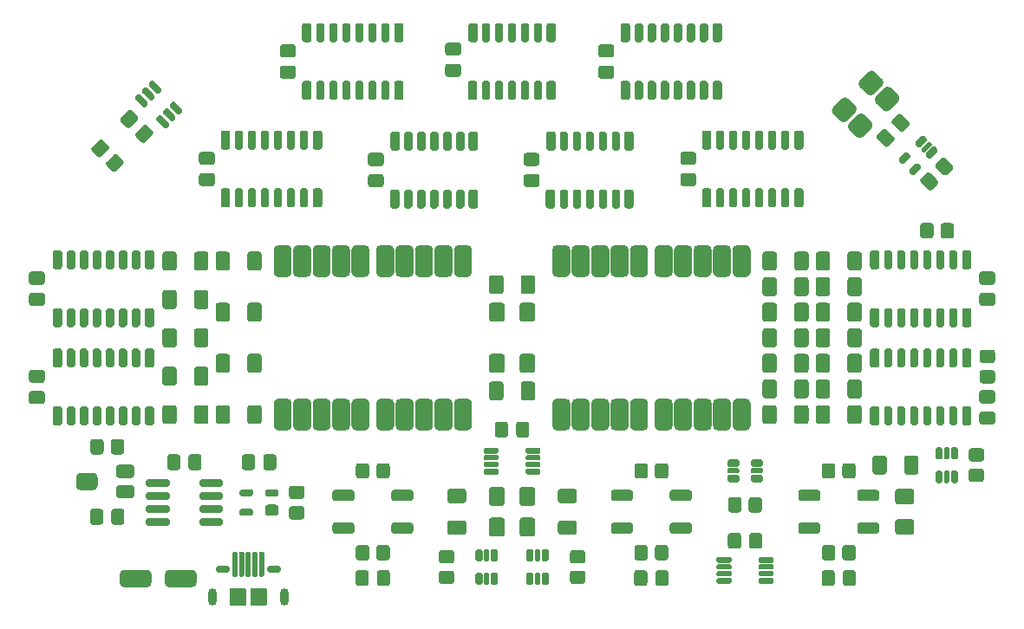
<source format=gts>
G04 #@! TF.GenerationSoftware,KiCad,Pcbnew,(5.1.10)-1*
G04 #@! TF.CreationDate,2021-08-26T18:29:03-04:00*
G04 #@! TF.ProjectId,CMOS-Clock-V1,434d4f53-2d43-46c6-9f63-6b2d56312e6b,rev?*
G04 #@! TF.SameCoordinates,Original*
G04 #@! TF.FileFunction,Soldermask,Top*
G04 #@! TF.FilePolarity,Negative*
%FSLAX46Y46*%
G04 Gerber Fmt 4.6, Leading zero omitted, Abs format (unit mm)*
G04 Created by KiCad (PCBNEW (5.1.10)-1) date 2021-08-26 18:29:03*
%MOMM*%
%LPD*%
G01*
G04 APERTURE LIST*
%ADD10O,1.410000X0.760000*%
%ADD11O,0.885000X1.660000*%
G04 APERTURE END LIST*
G36*
G01*
X112475000Y-128112500D02*
X112475000Y-128967500D01*
G75*
G02*
X112047500Y-129395000I-427500J0D01*
G01*
X109792500Y-129395000D01*
G75*
G02*
X109365000Y-128967500I0J427500D01*
G01*
X109365000Y-128112500D01*
G75*
G02*
X109792500Y-127685000I427500J0D01*
G01*
X112047500Y-127685000D01*
G75*
G02*
X112475000Y-128112500I0J-427500D01*
G01*
G37*
G36*
G01*
X116875000Y-128112500D02*
X116875000Y-128967500D01*
G75*
G02*
X116447500Y-129395000I-427500J0D01*
G01*
X114192500Y-129395000D01*
G75*
G02*
X113765000Y-128967500I0J427500D01*
G01*
X113765000Y-128112500D01*
G75*
G02*
X114192500Y-127685000I427500J0D01*
G01*
X116447500Y-127685000D01*
G75*
G02*
X116875000Y-128112500I0J-427500D01*
G01*
G37*
G36*
G01*
X143415000Y-75897500D02*
X143415000Y-74492500D01*
G75*
G02*
X143642500Y-74265000I227500J0D01*
G01*
X144097500Y-74265000D01*
G75*
G02*
X144325000Y-74492500I0J-227500D01*
G01*
X144325000Y-75897500D01*
G75*
G02*
X144097500Y-76125000I-227500J0D01*
G01*
X143642500Y-76125000D01*
G75*
G02*
X143415000Y-75897500I0J227500D01*
G01*
G37*
G36*
G01*
X144735000Y-75922500D02*
X144735000Y-74467500D01*
G75*
G02*
X144937500Y-74265000I202500J0D01*
G01*
X145342500Y-74265000D01*
G75*
G02*
X145545000Y-74467500I0J-202500D01*
G01*
X145545000Y-75922500D01*
G75*
G02*
X145342500Y-76125000I-202500J0D01*
G01*
X144937500Y-76125000D01*
G75*
G02*
X144735000Y-75922500I0J202500D01*
G01*
G37*
G36*
G01*
X146005000Y-75922500D02*
X146005000Y-74467500D01*
G75*
G02*
X146207500Y-74265000I202500J0D01*
G01*
X146612500Y-74265000D01*
G75*
G02*
X146815000Y-74467500I0J-202500D01*
G01*
X146815000Y-75922500D01*
G75*
G02*
X146612500Y-76125000I-202500J0D01*
G01*
X146207500Y-76125000D01*
G75*
G02*
X146005000Y-75922500I0J202500D01*
G01*
G37*
G36*
G01*
X147275000Y-75922500D02*
X147275000Y-74467500D01*
G75*
G02*
X147477500Y-74265000I202500J0D01*
G01*
X147882500Y-74265000D01*
G75*
G02*
X148085000Y-74467500I0J-202500D01*
G01*
X148085000Y-75922500D01*
G75*
G02*
X147882500Y-76125000I-202500J0D01*
G01*
X147477500Y-76125000D01*
G75*
G02*
X147275000Y-75922500I0J202500D01*
G01*
G37*
G36*
G01*
X148545000Y-75922500D02*
X148545000Y-74467500D01*
G75*
G02*
X148747500Y-74265000I202500J0D01*
G01*
X149152500Y-74265000D01*
G75*
G02*
X149355000Y-74467500I0J-202500D01*
G01*
X149355000Y-75922500D01*
G75*
G02*
X149152500Y-76125000I-202500J0D01*
G01*
X148747500Y-76125000D01*
G75*
G02*
X148545000Y-75922500I0J202500D01*
G01*
G37*
G36*
G01*
X149815000Y-75922500D02*
X149815000Y-74467500D01*
G75*
G02*
X150017500Y-74265000I202500J0D01*
G01*
X150422500Y-74265000D01*
G75*
G02*
X150625000Y-74467500I0J-202500D01*
G01*
X150625000Y-75922500D01*
G75*
G02*
X150422500Y-76125000I-202500J0D01*
G01*
X150017500Y-76125000D01*
G75*
G02*
X149815000Y-75922500I0J202500D01*
G01*
G37*
G36*
G01*
X151035000Y-75897500D02*
X151035000Y-74492500D01*
G75*
G02*
X151262500Y-74265000I227500J0D01*
G01*
X151717500Y-74265000D01*
G75*
G02*
X151945000Y-74492500I0J-227500D01*
G01*
X151945000Y-75897500D01*
G75*
G02*
X151717500Y-76125000I-227500J0D01*
G01*
X151262500Y-76125000D01*
G75*
G02*
X151035000Y-75897500I0J227500D01*
G01*
G37*
G36*
G01*
X151035000Y-81547500D02*
X151035000Y-80142500D01*
G75*
G02*
X151262500Y-79915000I227500J0D01*
G01*
X151717500Y-79915000D01*
G75*
G02*
X151945000Y-80142500I0J-227500D01*
G01*
X151945000Y-81547500D01*
G75*
G02*
X151717500Y-81775000I-227500J0D01*
G01*
X151262500Y-81775000D01*
G75*
G02*
X151035000Y-81547500I0J227500D01*
G01*
G37*
G36*
G01*
X149815000Y-81572500D02*
X149815000Y-80117500D01*
G75*
G02*
X150017500Y-79915000I202500J0D01*
G01*
X150422500Y-79915000D01*
G75*
G02*
X150625000Y-80117500I0J-202500D01*
G01*
X150625000Y-81572500D01*
G75*
G02*
X150422500Y-81775000I-202500J0D01*
G01*
X150017500Y-81775000D01*
G75*
G02*
X149815000Y-81572500I0J202500D01*
G01*
G37*
G36*
G01*
X148545000Y-81572500D02*
X148545000Y-80117500D01*
G75*
G02*
X148747500Y-79915000I202500J0D01*
G01*
X149152500Y-79915000D01*
G75*
G02*
X149355000Y-80117500I0J-202500D01*
G01*
X149355000Y-81572500D01*
G75*
G02*
X149152500Y-81775000I-202500J0D01*
G01*
X148747500Y-81775000D01*
G75*
G02*
X148545000Y-81572500I0J202500D01*
G01*
G37*
G36*
G01*
X147275000Y-81572500D02*
X147275000Y-80117500D01*
G75*
G02*
X147477500Y-79915000I202500J0D01*
G01*
X147882500Y-79915000D01*
G75*
G02*
X148085000Y-80117500I0J-202500D01*
G01*
X148085000Y-81572500D01*
G75*
G02*
X147882500Y-81775000I-202500J0D01*
G01*
X147477500Y-81775000D01*
G75*
G02*
X147275000Y-81572500I0J202500D01*
G01*
G37*
G36*
G01*
X146005000Y-81572500D02*
X146005000Y-80117500D01*
G75*
G02*
X146207500Y-79915000I202500J0D01*
G01*
X146612500Y-79915000D01*
G75*
G02*
X146815000Y-80117500I0J-202500D01*
G01*
X146815000Y-81572500D01*
G75*
G02*
X146612500Y-81775000I-202500J0D01*
G01*
X146207500Y-81775000D01*
G75*
G02*
X146005000Y-81572500I0J202500D01*
G01*
G37*
G36*
G01*
X144735000Y-81572500D02*
X144735000Y-80117500D01*
G75*
G02*
X144937500Y-79915000I202500J0D01*
G01*
X145342500Y-79915000D01*
G75*
G02*
X145545000Y-80117500I0J-202500D01*
G01*
X145545000Y-81572500D01*
G75*
G02*
X145342500Y-81775000I-202500J0D01*
G01*
X144937500Y-81775000D01*
G75*
G02*
X144735000Y-81572500I0J202500D01*
G01*
G37*
G36*
G01*
X143365000Y-81547500D02*
X143365000Y-80142500D01*
G75*
G02*
X143592500Y-79915000I227500J0D01*
G01*
X144047500Y-79915000D01*
G75*
G02*
X144275000Y-80142500I0J-227500D01*
G01*
X144275000Y-81547500D01*
G75*
G02*
X144047500Y-81775000I-227500J0D01*
G01*
X143592500Y-81775000D01*
G75*
G02*
X143365000Y-81547500I0J227500D01*
G01*
G37*
G36*
G01*
X103740000Y-106292500D02*
X103740000Y-107697500D01*
G75*
G02*
X103512500Y-107925000I-227500J0D01*
G01*
X103057500Y-107925000D01*
G75*
G02*
X102830000Y-107697500I0J227500D01*
G01*
X102830000Y-106292500D01*
G75*
G02*
X103057500Y-106065000I227500J0D01*
G01*
X103512500Y-106065000D01*
G75*
G02*
X103740000Y-106292500I0J-227500D01*
G01*
G37*
G36*
G01*
X105010000Y-106267500D02*
X105010000Y-107722500D01*
G75*
G02*
X104807500Y-107925000I-202500J0D01*
G01*
X104402500Y-107925000D01*
G75*
G02*
X104200000Y-107722500I0J202500D01*
G01*
X104200000Y-106267500D01*
G75*
G02*
X104402500Y-106065000I202500J0D01*
G01*
X104807500Y-106065000D01*
G75*
G02*
X105010000Y-106267500I0J-202500D01*
G01*
G37*
G36*
G01*
X106280000Y-106267500D02*
X106280000Y-107722500D01*
G75*
G02*
X106077500Y-107925000I-202500J0D01*
G01*
X105672500Y-107925000D01*
G75*
G02*
X105470000Y-107722500I0J202500D01*
G01*
X105470000Y-106267500D01*
G75*
G02*
X105672500Y-106065000I202500J0D01*
G01*
X106077500Y-106065000D01*
G75*
G02*
X106280000Y-106267500I0J-202500D01*
G01*
G37*
G36*
G01*
X107550000Y-106267500D02*
X107550000Y-107722500D01*
G75*
G02*
X107347500Y-107925000I-202500J0D01*
G01*
X106942500Y-107925000D01*
G75*
G02*
X106740000Y-107722500I0J202500D01*
G01*
X106740000Y-106267500D01*
G75*
G02*
X106942500Y-106065000I202500J0D01*
G01*
X107347500Y-106065000D01*
G75*
G02*
X107550000Y-106267500I0J-202500D01*
G01*
G37*
G36*
G01*
X108820000Y-106267500D02*
X108820000Y-107722500D01*
G75*
G02*
X108617500Y-107925000I-202500J0D01*
G01*
X108212500Y-107925000D01*
G75*
G02*
X108010000Y-107722500I0J202500D01*
G01*
X108010000Y-106267500D01*
G75*
G02*
X108212500Y-106065000I202500J0D01*
G01*
X108617500Y-106065000D01*
G75*
G02*
X108820000Y-106267500I0J-202500D01*
G01*
G37*
G36*
G01*
X110090000Y-106267500D02*
X110090000Y-107722500D01*
G75*
G02*
X109887500Y-107925000I-202500J0D01*
G01*
X109482500Y-107925000D01*
G75*
G02*
X109280000Y-107722500I0J202500D01*
G01*
X109280000Y-106267500D01*
G75*
G02*
X109482500Y-106065000I202500J0D01*
G01*
X109887500Y-106065000D01*
G75*
G02*
X110090000Y-106267500I0J-202500D01*
G01*
G37*
G36*
G01*
X111360000Y-106267500D02*
X111360000Y-107722500D01*
G75*
G02*
X111157500Y-107925000I-202500J0D01*
G01*
X110752500Y-107925000D01*
G75*
G02*
X110550000Y-107722500I0J202500D01*
G01*
X110550000Y-106267500D01*
G75*
G02*
X110752500Y-106065000I202500J0D01*
G01*
X111157500Y-106065000D01*
G75*
G02*
X111360000Y-106267500I0J-202500D01*
G01*
G37*
G36*
G01*
X112730000Y-106292500D02*
X112730000Y-107697500D01*
G75*
G02*
X112502500Y-107925000I-227500J0D01*
G01*
X112047500Y-107925000D01*
G75*
G02*
X111820000Y-107697500I0J227500D01*
G01*
X111820000Y-106292500D01*
G75*
G02*
X112047500Y-106065000I227500J0D01*
G01*
X112502500Y-106065000D01*
G75*
G02*
X112730000Y-106292500I0J-227500D01*
G01*
G37*
G36*
G01*
X112730000Y-111942500D02*
X112730000Y-113347500D01*
G75*
G02*
X112502500Y-113575000I-227500J0D01*
G01*
X112047500Y-113575000D01*
G75*
G02*
X111820000Y-113347500I0J227500D01*
G01*
X111820000Y-111942500D01*
G75*
G02*
X112047500Y-111715000I227500J0D01*
G01*
X112502500Y-111715000D01*
G75*
G02*
X112730000Y-111942500I0J-227500D01*
G01*
G37*
G36*
G01*
X111360000Y-111917500D02*
X111360000Y-113372500D01*
G75*
G02*
X111157500Y-113575000I-202500J0D01*
G01*
X110752500Y-113575000D01*
G75*
G02*
X110550000Y-113372500I0J202500D01*
G01*
X110550000Y-111917500D01*
G75*
G02*
X110752500Y-111715000I202500J0D01*
G01*
X111157500Y-111715000D01*
G75*
G02*
X111360000Y-111917500I0J-202500D01*
G01*
G37*
G36*
G01*
X110090000Y-111917500D02*
X110090000Y-113372500D01*
G75*
G02*
X109887500Y-113575000I-202500J0D01*
G01*
X109482500Y-113575000D01*
G75*
G02*
X109280000Y-113372500I0J202500D01*
G01*
X109280000Y-111917500D01*
G75*
G02*
X109482500Y-111715000I202500J0D01*
G01*
X109887500Y-111715000D01*
G75*
G02*
X110090000Y-111917500I0J-202500D01*
G01*
G37*
G36*
G01*
X108820000Y-111917500D02*
X108820000Y-113372500D01*
G75*
G02*
X108617500Y-113575000I-202500J0D01*
G01*
X108212500Y-113575000D01*
G75*
G02*
X108010000Y-113372500I0J202500D01*
G01*
X108010000Y-111917500D01*
G75*
G02*
X108212500Y-111715000I202500J0D01*
G01*
X108617500Y-111715000D01*
G75*
G02*
X108820000Y-111917500I0J-202500D01*
G01*
G37*
G36*
G01*
X107550000Y-111917500D02*
X107550000Y-113372500D01*
G75*
G02*
X107347500Y-113575000I-202500J0D01*
G01*
X106942500Y-113575000D01*
G75*
G02*
X106740000Y-113372500I0J202500D01*
G01*
X106740000Y-111917500D01*
G75*
G02*
X106942500Y-111715000I202500J0D01*
G01*
X107347500Y-111715000D01*
G75*
G02*
X107550000Y-111917500I0J-202500D01*
G01*
G37*
G36*
G01*
X106280000Y-111917500D02*
X106280000Y-113372500D01*
G75*
G02*
X106077500Y-113575000I-202500J0D01*
G01*
X105672500Y-113575000D01*
G75*
G02*
X105470000Y-113372500I0J202500D01*
G01*
X105470000Y-111917500D01*
G75*
G02*
X105672500Y-111715000I202500J0D01*
G01*
X106077500Y-111715000D01*
G75*
G02*
X106280000Y-111917500I0J-202500D01*
G01*
G37*
G36*
G01*
X105010000Y-111917500D02*
X105010000Y-113372500D01*
G75*
G02*
X104807500Y-113575000I-202500J0D01*
G01*
X104402500Y-113575000D01*
G75*
G02*
X104200000Y-113372500I0J202500D01*
G01*
X104200000Y-111917500D01*
G75*
G02*
X104402500Y-111715000I202500J0D01*
G01*
X104807500Y-111715000D01*
G75*
G02*
X105010000Y-111917500I0J-202500D01*
G01*
G37*
G36*
G01*
X103740000Y-111942500D02*
X103740000Y-113347500D01*
G75*
G02*
X103512500Y-113575000I-227500J0D01*
G01*
X103057500Y-113575000D01*
G75*
G02*
X102830000Y-113347500I0J227500D01*
G01*
X102830000Y-111942500D01*
G75*
G02*
X103057500Y-111715000I227500J0D01*
G01*
X103512500Y-111715000D01*
G75*
G02*
X103740000Y-111942500I0J-227500D01*
G01*
G37*
G36*
G01*
X191620000Y-103747500D02*
X191620000Y-102342500D01*
G75*
G02*
X191847500Y-102115000I227500J0D01*
G01*
X192302500Y-102115000D01*
G75*
G02*
X192530000Y-102342500I0J-227500D01*
G01*
X192530000Y-103747500D01*
G75*
G02*
X192302500Y-103975000I-227500J0D01*
G01*
X191847500Y-103975000D01*
G75*
G02*
X191620000Y-103747500I0J227500D01*
G01*
G37*
G36*
G01*
X190350000Y-103772500D02*
X190350000Y-102317500D01*
G75*
G02*
X190552500Y-102115000I202500J0D01*
G01*
X190957500Y-102115000D01*
G75*
G02*
X191160000Y-102317500I0J-202500D01*
G01*
X191160000Y-103772500D01*
G75*
G02*
X190957500Y-103975000I-202500J0D01*
G01*
X190552500Y-103975000D01*
G75*
G02*
X190350000Y-103772500I0J202500D01*
G01*
G37*
G36*
G01*
X189080000Y-103772500D02*
X189080000Y-102317500D01*
G75*
G02*
X189282500Y-102115000I202500J0D01*
G01*
X189687500Y-102115000D01*
G75*
G02*
X189890000Y-102317500I0J-202500D01*
G01*
X189890000Y-103772500D01*
G75*
G02*
X189687500Y-103975000I-202500J0D01*
G01*
X189282500Y-103975000D01*
G75*
G02*
X189080000Y-103772500I0J202500D01*
G01*
G37*
G36*
G01*
X187810000Y-103772500D02*
X187810000Y-102317500D01*
G75*
G02*
X188012500Y-102115000I202500J0D01*
G01*
X188417500Y-102115000D01*
G75*
G02*
X188620000Y-102317500I0J-202500D01*
G01*
X188620000Y-103772500D01*
G75*
G02*
X188417500Y-103975000I-202500J0D01*
G01*
X188012500Y-103975000D01*
G75*
G02*
X187810000Y-103772500I0J202500D01*
G01*
G37*
G36*
G01*
X186540000Y-103772500D02*
X186540000Y-102317500D01*
G75*
G02*
X186742500Y-102115000I202500J0D01*
G01*
X187147500Y-102115000D01*
G75*
G02*
X187350000Y-102317500I0J-202500D01*
G01*
X187350000Y-103772500D01*
G75*
G02*
X187147500Y-103975000I-202500J0D01*
G01*
X186742500Y-103975000D01*
G75*
G02*
X186540000Y-103772500I0J202500D01*
G01*
G37*
G36*
G01*
X185270000Y-103772500D02*
X185270000Y-102317500D01*
G75*
G02*
X185472500Y-102115000I202500J0D01*
G01*
X185877500Y-102115000D01*
G75*
G02*
X186080000Y-102317500I0J-202500D01*
G01*
X186080000Y-103772500D01*
G75*
G02*
X185877500Y-103975000I-202500J0D01*
G01*
X185472500Y-103975000D01*
G75*
G02*
X185270000Y-103772500I0J202500D01*
G01*
G37*
G36*
G01*
X184000000Y-103772500D02*
X184000000Y-102317500D01*
G75*
G02*
X184202500Y-102115000I202500J0D01*
G01*
X184607500Y-102115000D01*
G75*
G02*
X184810000Y-102317500I0J-202500D01*
G01*
X184810000Y-103772500D01*
G75*
G02*
X184607500Y-103975000I-202500J0D01*
G01*
X184202500Y-103975000D01*
G75*
G02*
X184000000Y-103772500I0J202500D01*
G01*
G37*
G36*
G01*
X182630000Y-103747500D02*
X182630000Y-102342500D01*
G75*
G02*
X182857500Y-102115000I227500J0D01*
G01*
X183312500Y-102115000D01*
G75*
G02*
X183540000Y-102342500I0J-227500D01*
G01*
X183540000Y-103747500D01*
G75*
G02*
X183312500Y-103975000I-227500J0D01*
G01*
X182857500Y-103975000D01*
G75*
G02*
X182630000Y-103747500I0J227500D01*
G01*
G37*
G36*
G01*
X182630000Y-98097500D02*
X182630000Y-96692500D01*
G75*
G02*
X182857500Y-96465000I227500J0D01*
G01*
X183312500Y-96465000D01*
G75*
G02*
X183540000Y-96692500I0J-227500D01*
G01*
X183540000Y-98097500D01*
G75*
G02*
X183312500Y-98325000I-227500J0D01*
G01*
X182857500Y-98325000D01*
G75*
G02*
X182630000Y-98097500I0J227500D01*
G01*
G37*
G36*
G01*
X184000000Y-98122500D02*
X184000000Y-96667500D01*
G75*
G02*
X184202500Y-96465000I202500J0D01*
G01*
X184607500Y-96465000D01*
G75*
G02*
X184810000Y-96667500I0J-202500D01*
G01*
X184810000Y-98122500D01*
G75*
G02*
X184607500Y-98325000I-202500J0D01*
G01*
X184202500Y-98325000D01*
G75*
G02*
X184000000Y-98122500I0J202500D01*
G01*
G37*
G36*
G01*
X185270000Y-98122500D02*
X185270000Y-96667500D01*
G75*
G02*
X185472500Y-96465000I202500J0D01*
G01*
X185877500Y-96465000D01*
G75*
G02*
X186080000Y-96667500I0J-202500D01*
G01*
X186080000Y-98122500D01*
G75*
G02*
X185877500Y-98325000I-202500J0D01*
G01*
X185472500Y-98325000D01*
G75*
G02*
X185270000Y-98122500I0J202500D01*
G01*
G37*
G36*
G01*
X186540000Y-98122500D02*
X186540000Y-96667500D01*
G75*
G02*
X186742500Y-96465000I202500J0D01*
G01*
X187147500Y-96465000D01*
G75*
G02*
X187350000Y-96667500I0J-202500D01*
G01*
X187350000Y-98122500D01*
G75*
G02*
X187147500Y-98325000I-202500J0D01*
G01*
X186742500Y-98325000D01*
G75*
G02*
X186540000Y-98122500I0J202500D01*
G01*
G37*
G36*
G01*
X187810000Y-98122500D02*
X187810000Y-96667500D01*
G75*
G02*
X188012500Y-96465000I202500J0D01*
G01*
X188417500Y-96465000D01*
G75*
G02*
X188620000Y-96667500I0J-202500D01*
G01*
X188620000Y-98122500D01*
G75*
G02*
X188417500Y-98325000I-202500J0D01*
G01*
X188012500Y-98325000D01*
G75*
G02*
X187810000Y-98122500I0J202500D01*
G01*
G37*
G36*
G01*
X189080000Y-98122500D02*
X189080000Y-96667500D01*
G75*
G02*
X189282500Y-96465000I202500J0D01*
G01*
X189687500Y-96465000D01*
G75*
G02*
X189890000Y-96667500I0J-202500D01*
G01*
X189890000Y-98122500D01*
G75*
G02*
X189687500Y-98325000I-202500J0D01*
G01*
X189282500Y-98325000D01*
G75*
G02*
X189080000Y-98122500I0J202500D01*
G01*
G37*
G36*
G01*
X190350000Y-98122500D02*
X190350000Y-96667500D01*
G75*
G02*
X190552500Y-96465000I202500J0D01*
G01*
X190957500Y-96465000D01*
G75*
G02*
X191160000Y-96667500I0J-202500D01*
G01*
X191160000Y-98122500D01*
G75*
G02*
X190957500Y-98325000I-202500J0D01*
G01*
X190552500Y-98325000D01*
G75*
G02*
X190350000Y-98122500I0J202500D01*
G01*
G37*
G36*
G01*
X191620000Y-98097500D02*
X191620000Y-96692500D01*
G75*
G02*
X191847500Y-96465000I227500J0D01*
G01*
X192302500Y-96465000D01*
G75*
G02*
X192530000Y-96692500I0J-227500D01*
G01*
X192530000Y-98097500D01*
G75*
G02*
X192302500Y-98325000I-227500J0D01*
G01*
X191847500Y-98325000D01*
G75*
G02*
X191620000Y-98097500I0J227500D01*
G01*
G37*
G36*
G01*
X191620000Y-113347500D02*
X191620000Y-111942500D01*
G75*
G02*
X191847500Y-111715000I227500J0D01*
G01*
X192302500Y-111715000D01*
G75*
G02*
X192530000Y-111942500I0J-227500D01*
G01*
X192530000Y-113347500D01*
G75*
G02*
X192302500Y-113575000I-227500J0D01*
G01*
X191847500Y-113575000D01*
G75*
G02*
X191620000Y-113347500I0J227500D01*
G01*
G37*
G36*
G01*
X190350000Y-113372500D02*
X190350000Y-111917500D01*
G75*
G02*
X190552500Y-111715000I202500J0D01*
G01*
X190957500Y-111715000D01*
G75*
G02*
X191160000Y-111917500I0J-202500D01*
G01*
X191160000Y-113372500D01*
G75*
G02*
X190957500Y-113575000I-202500J0D01*
G01*
X190552500Y-113575000D01*
G75*
G02*
X190350000Y-113372500I0J202500D01*
G01*
G37*
G36*
G01*
X189080000Y-113372500D02*
X189080000Y-111917500D01*
G75*
G02*
X189282500Y-111715000I202500J0D01*
G01*
X189687500Y-111715000D01*
G75*
G02*
X189890000Y-111917500I0J-202500D01*
G01*
X189890000Y-113372500D01*
G75*
G02*
X189687500Y-113575000I-202500J0D01*
G01*
X189282500Y-113575000D01*
G75*
G02*
X189080000Y-113372500I0J202500D01*
G01*
G37*
G36*
G01*
X187810000Y-113372500D02*
X187810000Y-111917500D01*
G75*
G02*
X188012500Y-111715000I202500J0D01*
G01*
X188417500Y-111715000D01*
G75*
G02*
X188620000Y-111917500I0J-202500D01*
G01*
X188620000Y-113372500D01*
G75*
G02*
X188417500Y-113575000I-202500J0D01*
G01*
X188012500Y-113575000D01*
G75*
G02*
X187810000Y-113372500I0J202500D01*
G01*
G37*
G36*
G01*
X186540000Y-113372500D02*
X186540000Y-111917500D01*
G75*
G02*
X186742500Y-111715000I202500J0D01*
G01*
X187147500Y-111715000D01*
G75*
G02*
X187350000Y-111917500I0J-202500D01*
G01*
X187350000Y-113372500D01*
G75*
G02*
X187147500Y-113575000I-202500J0D01*
G01*
X186742500Y-113575000D01*
G75*
G02*
X186540000Y-113372500I0J202500D01*
G01*
G37*
G36*
G01*
X185270000Y-113372500D02*
X185270000Y-111917500D01*
G75*
G02*
X185472500Y-111715000I202500J0D01*
G01*
X185877500Y-111715000D01*
G75*
G02*
X186080000Y-111917500I0J-202500D01*
G01*
X186080000Y-113372500D01*
G75*
G02*
X185877500Y-113575000I-202500J0D01*
G01*
X185472500Y-113575000D01*
G75*
G02*
X185270000Y-113372500I0J202500D01*
G01*
G37*
G36*
G01*
X184000000Y-113372500D02*
X184000000Y-111917500D01*
G75*
G02*
X184202500Y-111715000I202500J0D01*
G01*
X184607500Y-111715000D01*
G75*
G02*
X184810000Y-111917500I0J-202500D01*
G01*
X184810000Y-113372500D01*
G75*
G02*
X184607500Y-113575000I-202500J0D01*
G01*
X184202500Y-113575000D01*
G75*
G02*
X184000000Y-113372500I0J202500D01*
G01*
G37*
G36*
G01*
X182630000Y-113347500D02*
X182630000Y-111942500D01*
G75*
G02*
X182857500Y-111715000I227500J0D01*
G01*
X183312500Y-111715000D01*
G75*
G02*
X183540000Y-111942500I0J-227500D01*
G01*
X183540000Y-113347500D01*
G75*
G02*
X183312500Y-113575000I-227500J0D01*
G01*
X182857500Y-113575000D01*
G75*
G02*
X182630000Y-113347500I0J227500D01*
G01*
G37*
G36*
G01*
X182630000Y-107697500D02*
X182630000Y-106292500D01*
G75*
G02*
X182857500Y-106065000I227500J0D01*
G01*
X183312500Y-106065000D01*
G75*
G02*
X183540000Y-106292500I0J-227500D01*
G01*
X183540000Y-107697500D01*
G75*
G02*
X183312500Y-107925000I-227500J0D01*
G01*
X182857500Y-107925000D01*
G75*
G02*
X182630000Y-107697500I0J227500D01*
G01*
G37*
G36*
G01*
X184000000Y-107722500D02*
X184000000Y-106267500D01*
G75*
G02*
X184202500Y-106065000I202500J0D01*
G01*
X184607500Y-106065000D01*
G75*
G02*
X184810000Y-106267500I0J-202500D01*
G01*
X184810000Y-107722500D01*
G75*
G02*
X184607500Y-107925000I-202500J0D01*
G01*
X184202500Y-107925000D01*
G75*
G02*
X184000000Y-107722500I0J202500D01*
G01*
G37*
G36*
G01*
X185270000Y-107722500D02*
X185270000Y-106267500D01*
G75*
G02*
X185472500Y-106065000I202500J0D01*
G01*
X185877500Y-106065000D01*
G75*
G02*
X186080000Y-106267500I0J-202500D01*
G01*
X186080000Y-107722500D01*
G75*
G02*
X185877500Y-107925000I-202500J0D01*
G01*
X185472500Y-107925000D01*
G75*
G02*
X185270000Y-107722500I0J202500D01*
G01*
G37*
G36*
G01*
X186540000Y-107722500D02*
X186540000Y-106267500D01*
G75*
G02*
X186742500Y-106065000I202500J0D01*
G01*
X187147500Y-106065000D01*
G75*
G02*
X187350000Y-106267500I0J-202500D01*
G01*
X187350000Y-107722500D01*
G75*
G02*
X187147500Y-107925000I-202500J0D01*
G01*
X186742500Y-107925000D01*
G75*
G02*
X186540000Y-107722500I0J202500D01*
G01*
G37*
G36*
G01*
X187810000Y-107722500D02*
X187810000Y-106267500D01*
G75*
G02*
X188012500Y-106065000I202500J0D01*
G01*
X188417500Y-106065000D01*
G75*
G02*
X188620000Y-106267500I0J-202500D01*
G01*
X188620000Y-107722500D01*
G75*
G02*
X188417500Y-107925000I-202500J0D01*
G01*
X188012500Y-107925000D01*
G75*
G02*
X187810000Y-107722500I0J202500D01*
G01*
G37*
G36*
G01*
X189080000Y-107722500D02*
X189080000Y-106267500D01*
G75*
G02*
X189282500Y-106065000I202500J0D01*
G01*
X189687500Y-106065000D01*
G75*
G02*
X189890000Y-106267500I0J-202500D01*
G01*
X189890000Y-107722500D01*
G75*
G02*
X189687500Y-107925000I-202500J0D01*
G01*
X189282500Y-107925000D01*
G75*
G02*
X189080000Y-107722500I0J202500D01*
G01*
G37*
G36*
G01*
X190350000Y-107722500D02*
X190350000Y-106267500D01*
G75*
G02*
X190552500Y-106065000I202500J0D01*
G01*
X190957500Y-106065000D01*
G75*
G02*
X191160000Y-106267500I0J-202500D01*
G01*
X191160000Y-107722500D01*
G75*
G02*
X190957500Y-107925000I-202500J0D01*
G01*
X190552500Y-107925000D01*
G75*
G02*
X190350000Y-107722500I0J202500D01*
G01*
G37*
G36*
G01*
X191620000Y-107697500D02*
X191620000Y-106292500D01*
G75*
G02*
X191847500Y-106065000I227500J0D01*
G01*
X192302500Y-106065000D01*
G75*
G02*
X192530000Y-106292500I0J-227500D01*
G01*
X192530000Y-107697500D01*
G75*
G02*
X192302500Y-107925000I-227500J0D01*
G01*
X191847500Y-107925000D01*
G75*
G02*
X191620000Y-107697500I0J227500D01*
G01*
G37*
G36*
G01*
X161600000Y-98635000D02*
X161600000Y-96405000D01*
G75*
G02*
X162040000Y-95965000I440000J0D01*
G01*
X162920000Y-95965000D01*
G75*
G02*
X163360000Y-96405000I0J-440000D01*
G01*
X163360000Y-98635000D01*
G75*
G02*
X162920000Y-99075000I-440000J0D01*
G01*
X162040000Y-99075000D01*
G75*
G02*
X161600000Y-98635000I0J440000D01*
G01*
G37*
G36*
G01*
X163500000Y-98635000D02*
X163500000Y-96405000D01*
G75*
G02*
X163940000Y-95965000I440000J0D01*
G01*
X164820000Y-95965000D01*
G75*
G02*
X165260000Y-96405000I0J-440000D01*
G01*
X165260000Y-98635000D01*
G75*
G02*
X164820000Y-99075000I-440000J0D01*
G01*
X163940000Y-99075000D01*
G75*
G02*
X163500000Y-98635000I0J440000D01*
G01*
G37*
G36*
G01*
X165400000Y-98635000D02*
X165400000Y-96405000D01*
G75*
G02*
X165840000Y-95965000I440000J0D01*
G01*
X166720000Y-95965000D01*
G75*
G02*
X167160000Y-96405000I0J-440000D01*
G01*
X167160000Y-98635000D01*
G75*
G02*
X166720000Y-99075000I-440000J0D01*
G01*
X165840000Y-99075000D01*
G75*
G02*
X165400000Y-98635000I0J440000D01*
G01*
G37*
G36*
G01*
X167300000Y-98635000D02*
X167300000Y-96405000D01*
G75*
G02*
X167740000Y-95965000I440000J0D01*
G01*
X168620000Y-95965000D01*
G75*
G02*
X169060000Y-96405000I0J-440000D01*
G01*
X169060000Y-98635000D01*
G75*
G02*
X168620000Y-99075000I-440000J0D01*
G01*
X167740000Y-99075000D01*
G75*
G02*
X167300000Y-98635000I0J440000D01*
G01*
G37*
G36*
G01*
X169200000Y-98635000D02*
X169200000Y-96405000D01*
G75*
G02*
X169640000Y-95965000I440000J0D01*
G01*
X170520000Y-95965000D01*
G75*
G02*
X170960000Y-96405000I0J-440000D01*
G01*
X170960000Y-98635000D01*
G75*
G02*
X170520000Y-99075000I-440000J0D01*
G01*
X169640000Y-99075000D01*
G75*
G02*
X169200000Y-98635000I0J440000D01*
G01*
G37*
G36*
G01*
X169200000Y-113635000D02*
X169200000Y-111405000D01*
G75*
G02*
X169640000Y-110965000I440000J0D01*
G01*
X170520000Y-110965000D01*
G75*
G02*
X170960000Y-111405000I0J-440000D01*
G01*
X170960000Y-113635000D01*
G75*
G02*
X170520000Y-114075000I-440000J0D01*
G01*
X169640000Y-114075000D01*
G75*
G02*
X169200000Y-113635000I0J440000D01*
G01*
G37*
G36*
G01*
X167300000Y-113635000D02*
X167300000Y-111405000D01*
G75*
G02*
X167740000Y-110965000I440000J0D01*
G01*
X168620000Y-110965000D01*
G75*
G02*
X169060000Y-111405000I0J-440000D01*
G01*
X169060000Y-113635000D01*
G75*
G02*
X168620000Y-114075000I-440000J0D01*
G01*
X167740000Y-114075000D01*
G75*
G02*
X167300000Y-113635000I0J440000D01*
G01*
G37*
G36*
G01*
X165400000Y-113635000D02*
X165400000Y-111405000D01*
G75*
G02*
X165840000Y-110965000I440000J0D01*
G01*
X166720000Y-110965000D01*
G75*
G02*
X167160000Y-111405000I0J-440000D01*
G01*
X167160000Y-113635000D01*
G75*
G02*
X166720000Y-114075000I-440000J0D01*
G01*
X165840000Y-114075000D01*
G75*
G02*
X165400000Y-113635000I0J440000D01*
G01*
G37*
G36*
G01*
X163500000Y-113635000D02*
X163500000Y-111405000D01*
G75*
G02*
X163940000Y-110965000I440000J0D01*
G01*
X164820000Y-110965000D01*
G75*
G02*
X165260000Y-111405000I0J-440000D01*
G01*
X165260000Y-113635000D01*
G75*
G02*
X164820000Y-114075000I-440000J0D01*
G01*
X163940000Y-114075000D01*
G75*
G02*
X163500000Y-113635000I0J440000D01*
G01*
G37*
G36*
G01*
X161600000Y-113635000D02*
X161600000Y-111405000D01*
G75*
G02*
X162040000Y-110965000I440000J0D01*
G01*
X162920000Y-110965000D01*
G75*
G02*
X163360000Y-111405000I0J-440000D01*
G01*
X163360000Y-113635000D01*
G75*
G02*
X162920000Y-114075000I-440000J0D01*
G01*
X162040000Y-114075000D01*
G75*
G02*
X161600000Y-113635000I0J440000D01*
G01*
G37*
G36*
G01*
X116625000Y-98178848D02*
X116625000Y-96861152D01*
G75*
G02*
X116896152Y-96590000I271152J0D01*
G01*
X117763848Y-96590000D01*
G75*
G02*
X118035000Y-96861152I0J-271152D01*
G01*
X118035000Y-98178848D01*
G75*
G02*
X117763848Y-98450000I-271152J0D01*
G01*
X116896152Y-98450000D01*
G75*
G02*
X116625000Y-98178848I0J271152D01*
G01*
G37*
G36*
G01*
X113525000Y-98178848D02*
X113525000Y-96861152D01*
G75*
G02*
X113796152Y-96590000I271152J0D01*
G01*
X114663848Y-96590000D01*
G75*
G02*
X114935000Y-96861152I0J-271152D01*
G01*
X114935000Y-98178848D01*
G75*
G02*
X114663848Y-98450000I-271152J0D01*
G01*
X113796152Y-98450000D01*
G75*
G02*
X113525000Y-98178848I0J271152D01*
G01*
G37*
G36*
G01*
X160885000Y-127993404D02*
X160885000Y-129006596D01*
G75*
G02*
X160611596Y-129280000I-273404J0D01*
G01*
X159873404Y-129280000D01*
G75*
G02*
X159600000Y-129006596I0J273404D01*
G01*
X159600000Y-127993404D01*
G75*
G02*
X159873404Y-127720000I273404J0D01*
G01*
X160611596Y-127720000D01*
G75*
G02*
X160885000Y-127993404I0J-273404D01*
G01*
G37*
G36*
G01*
X162960000Y-127993404D02*
X162960000Y-129006596D01*
G75*
G02*
X162686596Y-129280000I-273404J0D01*
G01*
X161948404Y-129280000D01*
G75*
G02*
X161675000Y-129006596I0J273404D01*
G01*
X161675000Y-127993404D01*
G75*
G02*
X161948404Y-127720000I273404J0D01*
G01*
X162686596Y-127720000D01*
G75*
G02*
X162960000Y-127993404I0J-273404D01*
G01*
G37*
G36*
G01*
X181375000Y-123897500D02*
X181375000Y-123342500D01*
G75*
G02*
X181652500Y-123065000I277500J0D01*
G01*
X183257500Y-123065000D01*
G75*
G02*
X183535000Y-123342500I0J-277500D01*
G01*
X183535000Y-123897500D01*
G75*
G02*
X183257500Y-124175000I-277500J0D01*
G01*
X181652500Y-124175000D01*
G75*
G02*
X181375000Y-123897500I0J277500D01*
G01*
G37*
G36*
G01*
X175625000Y-123897500D02*
X175625000Y-123342500D01*
G75*
G02*
X175902500Y-123065000I277500J0D01*
G01*
X177507500Y-123065000D01*
G75*
G02*
X177785000Y-123342500I0J-277500D01*
G01*
X177785000Y-123897500D01*
G75*
G02*
X177507500Y-124175000I-277500J0D01*
G01*
X175902500Y-124175000D01*
G75*
G02*
X175625000Y-123897500I0J277500D01*
G01*
G37*
G36*
G01*
X181375000Y-120697500D02*
X181375000Y-120142500D01*
G75*
G02*
X181652500Y-119865000I277500J0D01*
G01*
X183257500Y-119865000D01*
G75*
G02*
X183535000Y-120142500I0J-277500D01*
G01*
X183535000Y-120697500D01*
G75*
G02*
X183257500Y-120975000I-277500J0D01*
G01*
X181652500Y-120975000D01*
G75*
G02*
X181375000Y-120697500I0J277500D01*
G01*
G37*
G36*
G01*
X175625000Y-120697500D02*
X175625000Y-120142500D01*
G75*
G02*
X175902500Y-119865000I277500J0D01*
G01*
X177507500Y-119865000D01*
G75*
G02*
X177785000Y-120142500I0J-277500D01*
G01*
X177785000Y-120697500D01*
G75*
G02*
X177507500Y-120975000I-277500J0D01*
G01*
X175902500Y-120975000D01*
G75*
G02*
X175625000Y-120697500I0J277500D01*
G01*
G37*
G36*
G01*
X163075000Y-123897500D02*
X163075000Y-123342500D01*
G75*
G02*
X163352500Y-123065000I277500J0D01*
G01*
X164957500Y-123065000D01*
G75*
G02*
X165235000Y-123342500I0J-277500D01*
G01*
X165235000Y-123897500D01*
G75*
G02*
X164957500Y-124175000I-277500J0D01*
G01*
X163352500Y-124175000D01*
G75*
G02*
X163075000Y-123897500I0J277500D01*
G01*
G37*
G36*
G01*
X157325000Y-123897500D02*
X157325000Y-123342500D01*
G75*
G02*
X157602500Y-123065000I277500J0D01*
G01*
X159207500Y-123065000D01*
G75*
G02*
X159485000Y-123342500I0J-277500D01*
G01*
X159485000Y-123897500D01*
G75*
G02*
X159207500Y-124175000I-277500J0D01*
G01*
X157602500Y-124175000D01*
G75*
G02*
X157325000Y-123897500I0J277500D01*
G01*
G37*
G36*
G01*
X163075000Y-120697500D02*
X163075000Y-120142500D01*
G75*
G02*
X163352500Y-119865000I277500J0D01*
G01*
X164957500Y-119865000D01*
G75*
G02*
X165235000Y-120142500I0J-277500D01*
G01*
X165235000Y-120697500D01*
G75*
G02*
X164957500Y-120975000I-277500J0D01*
G01*
X163352500Y-120975000D01*
G75*
G02*
X163075000Y-120697500I0J277500D01*
G01*
G37*
G36*
G01*
X157325000Y-120697500D02*
X157325000Y-120142500D01*
G75*
G02*
X157602500Y-119865000I277500J0D01*
G01*
X159207500Y-119865000D01*
G75*
G02*
X159485000Y-120142500I0J-277500D01*
G01*
X159485000Y-120697500D01*
G75*
G02*
X159207500Y-120975000I-277500J0D01*
G01*
X157602500Y-120975000D01*
G75*
G02*
X157325000Y-120697500I0J277500D01*
G01*
G37*
G36*
G01*
X135875000Y-123897500D02*
X135875000Y-123342500D01*
G75*
G02*
X136152500Y-123065000I277500J0D01*
G01*
X137757500Y-123065000D01*
G75*
G02*
X138035000Y-123342500I0J-277500D01*
G01*
X138035000Y-123897500D01*
G75*
G02*
X137757500Y-124175000I-277500J0D01*
G01*
X136152500Y-124175000D01*
G75*
G02*
X135875000Y-123897500I0J277500D01*
G01*
G37*
G36*
G01*
X130125000Y-123897500D02*
X130125000Y-123342500D01*
G75*
G02*
X130402500Y-123065000I277500J0D01*
G01*
X132007500Y-123065000D01*
G75*
G02*
X132285000Y-123342500I0J-277500D01*
G01*
X132285000Y-123897500D01*
G75*
G02*
X132007500Y-124175000I-277500J0D01*
G01*
X130402500Y-124175000D01*
G75*
G02*
X130125000Y-123897500I0J277500D01*
G01*
G37*
G36*
G01*
X135875000Y-120697500D02*
X135875000Y-120142500D01*
G75*
G02*
X136152500Y-119865000I277500J0D01*
G01*
X137757500Y-119865000D01*
G75*
G02*
X138035000Y-120142500I0J-277500D01*
G01*
X138035000Y-120697500D01*
G75*
G02*
X137757500Y-120975000I-277500J0D01*
G01*
X136152500Y-120975000D01*
G75*
G02*
X135875000Y-120697500I0J277500D01*
G01*
G37*
G36*
G01*
X130125000Y-120697500D02*
X130125000Y-120142500D01*
G75*
G02*
X130402500Y-119865000I277500J0D01*
G01*
X132007500Y-119865000D01*
G75*
G02*
X132285000Y-120142500I0J-277500D01*
G01*
X132285000Y-120697500D01*
G75*
G02*
X132007500Y-120975000I-277500J0D01*
G01*
X130402500Y-120975000D01*
G75*
G02*
X130125000Y-120697500I0J277500D01*
G01*
G37*
G36*
G01*
X194586596Y-99825000D02*
X193573404Y-99825000D01*
G75*
G02*
X193300000Y-99551596I0J273404D01*
G01*
X193300000Y-98813404D01*
G75*
G02*
X193573404Y-98540000I273404J0D01*
G01*
X194586596Y-98540000D01*
G75*
G02*
X194860000Y-98813404I0J-273404D01*
G01*
X194860000Y-99551596D01*
G75*
G02*
X194586596Y-99825000I-273404J0D01*
G01*
G37*
G36*
G01*
X194586596Y-101900000D02*
X193573404Y-101900000D01*
G75*
G02*
X193300000Y-101626596I0J273404D01*
G01*
X193300000Y-100888404D01*
G75*
G02*
X193573404Y-100615000I273404J0D01*
G01*
X194586596Y-100615000D01*
G75*
G02*
X194860000Y-100888404I0J-273404D01*
G01*
X194860000Y-101626596D01*
G75*
G02*
X194586596Y-101900000I-273404J0D01*
G01*
G37*
G36*
G01*
X120355000Y-128252500D02*
X120355000Y-126047500D01*
G75*
G02*
X120482500Y-125920000I127500J0D01*
G01*
X120737500Y-125920000D01*
G75*
G02*
X120865000Y-126047500I0J-127500D01*
G01*
X120865000Y-128252500D01*
G75*
G02*
X120737500Y-128380000I-127500J0D01*
G01*
X120482500Y-128380000D01*
G75*
G02*
X120355000Y-128252500I0J127500D01*
G01*
G37*
G36*
G01*
X121005000Y-128252500D02*
X121005000Y-126047500D01*
G75*
G02*
X121132500Y-125920000I127500J0D01*
G01*
X121387500Y-125920000D01*
G75*
G02*
X121515000Y-126047500I0J-127500D01*
G01*
X121515000Y-128252500D01*
G75*
G02*
X121387500Y-128380000I-127500J0D01*
G01*
X121132500Y-128380000D01*
G75*
G02*
X121005000Y-128252500I0J127500D01*
G01*
G37*
G36*
G01*
X121655000Y-128252500D02*
X121655000Y-126047500D01*
G75*
G02*
X121782500Y-125920000I127500J0D01*
G01*
X122037500Y-125920000D01*
G75*
G02*
X122165000Y-126047500I0J-127500D01*
G01*
X122165000Y-128252500D01*
G75*
G02*
X122037500Y-128380000I-127500J0D01*
G01*
X121782500Y-128380000D01*
G75*
G02*
X121655000Y-128252500I0J127500D01*
G01*
G37*
G36*
G01*
X122305000Y-128252500D02*
X122305000Y-126047500D01*
G75*
G02*
X122432500Y-125920000I127500J0D01*
G01*
X122687500Y-125920000D01*
G75*
G02*
X122815000Y-126047500I0J-127500D01*
G01*
X122815000Y-128252500D01*
G75*
G02*
X122687500Y-128380000I-127500J0D01*
G01*
X122432500Y-128380000D01*
G75*
G02*
X122305000Y-128252500I0J127500D01*
G01*
G37*
G36*
G01*
X122955000Y-128252500D02*
X122955000Y-126047500D01*
G75*
G02*
X123082500Y-125920000I127500J0D01*
G01*
X123337500Y-125920000D01*
G75*
G02*
X123465000Y-126047500I0J-127500D01*
G01*
X123465000Y-128252500D01*
G75*
G02*
X123337500Y-128380000I-127500J0D01*
G01*
X123082500Y-128380000D01*
G75*
G02*
X122955000Y-128252500I0J127500D01*
G01*
G37*
D10*
X119410000Y-127650000D03*
X124410000Y-127650000D03*
D11*
X118410000Y-130350000D03*
G36*
G01*
X120105000Y-131125000D02*
X120105000Y-129575000D01*
G75*
G02*
X120160000Y-129520000I55000J0D01*
G01*
X121660000Y-129520000D01*
G75*
G02*
X121715000Y-129575000I0J-55000D01*
G01*
X121715000Y-131125000D01*
G75*
G02*
X121660000Y-131180000I-55000J0D01*
G01*
X120160000Y-131180000D01*
G75*
G02*
X120105000Y-131125000I0J55000D01*
G01*
G37*
G36*
G01*
X122105000Y-131125000D02*
X122105000Y-129575000D01*
G75*
G02*
X122160000Y-129520000I55000J0D01*
G01*
X123660000Y-129520000D01*
G75*
G02*
X123715000Y-129575000I0J-55000D01*
G01*
X123715000Y-131125000D01*
G75*
G02*
X123660000Y-131180000I-55000J0D01*
G01*
X122160000Y-131180000D01*
G75*
G02*
X122105000Y-131125000I0J55000D01*
G01*
G37*
X125410000Y-130350000D03*
G36*
G01*
X189547500Y-116915000D02*
X189192500Y-116915000D01*
G75*
G02*
X189015000Y-116737500I0J177500D01*
G01*
X189015000Y-115882500D01*
G75*
G02*
X189192500Y-115705000I177500J0D01*
G01*
X189547500Y-115705000D01*
G75*
G02*
X189725000Y-115882500I0J-177500D01*
G01*
X189725000Y-116737500D01*
G75*
G02*
X189547500Y-116915000I-177500J0D01*
G01*
G37*
G36*
G01*
X190247500Y-116915000D02*
X189992500Y-116915000D01*
G75*
G02*
X189865000Y-116787500I0J127500D01*
G01*
X189865000Y-115832500D01*
G75*
G02*
X189992500Y-115705000I127500J0D01*
G01*
X190247500Y-115705000D01*
G75*
G02*
X190375000Y-115832500I0J-127500D01*
G01*
X190375000Y-116787500D01*
G75*
G02*
X190247500Y-116915000I-127500J0D01*
G01*
G37*
G36*
G01*
X191047500Y-116915000D02*
X190692500Y-116915000D01*
G75*
G02*
X190515000Y-116737500I0J177500D01*
G01*
X190515000Y-115882500D01*
G75*
G02*
X190692500Y-115705000I177500J0D01*
G01*
X191047500Y-115705000D01*
G75*
G02*
X191225000Y-115882500I0J-177500D01*
G01*
X191225000Y-116737500D01*
G75*
G02*
X191047500Y-116915000I-177500J0D01*
G01*
G37*
G36*
G01*
X189547500Y-119215000D02*
X189192500Y-119215000D01*
G75*
G02*
X189015000Y-119037500I0J177500D01*
G01*
X189015000Y-118182500D01*
G75*
G02*
X189192500Y-118005000I177500J0D01*
G01*
X189547500Y-118005000D01*
G75*
G02*
X189725000Y-118182500I0J-177500D01*
G01*
X189725000Y-119037500D01*
G75*
G02*
X189547500Y-119215000I-177500J0D01*
G01*
G37*
G36*
G01*
X190247500Y-119215000D02*
X189992500Y-119215000D01*
G75*
G02*
X189865000Y-119087500I0J127500D01*
G01*
X189865000Y-118132500D01*
G75*
G02*
X189992500Y-118005000I127500J0D01*
G01*
X190247500Y-118005000D01*
G75*
G02*
X190375000Y-118132500I0J-127500D01*
G01*
X190375000Y-119087500D01*
G75*
G02*
X190247500Y-119215000I-127500J0D01*
G01*
G37*
G36*
G01*
X191047500Y-119215000D02*
X190692500Y-119215000D01*
G75*
G02*
X190515000Y-119037500I0J177500D01*
G01*
X190515000Y-118182500D01*
G75*
G02*
X190692500Y-118005000I177500J0D01*
G01*
X191047500Y-118005000D01*
G75*
G02*
X191225000Y-118182500I0J-177500D01*
G01*
X191225000Y-119037500D01*
G75*
G02*
X191047500Y-119215000I-177500J0D01*
G01*
G37*
G36*
G01*
X145765000Y-127965000D02*
X146120000Y-127965000D01*
G75*
G02*
X146297500Y-128142500I0J-177500D01*
G01*
X146297500Y-128997500D01*
G75*
G02*
X146120000Y-129175000I-177500J0D01*
G01*
X145765000Y-129175000D01*
G75*
G02*
X145587500Y-128997500I0J177500D01*
G01*
X145587500Y-128142500D01*
G75*
G02*
X145765000Y-127965000I177500J0D01*
G01*
G37*
G36*
G01*
X145065000Y-127965000D02*
X145320000Y-127965000D01*
G75*
G02*
X145447500Y-128092500I0J-127500D01*
G01*
X145447500Y-129047500D01*
G75*
G02*
X145320000Y-129175000I-127500J0D01*
G01*
X145065000Y-129175000D01*
G75*
G02*
X144937500Y-129047500I0J127500D01*
G01*
X144937500Y-128092500D01*
G75*
G02*
X145065000Y-127965000I127500J0D01*
G01*
G37*
G36*
G01*
X144265000Y-127965000D02*
X144620000Y-127965000D01*
G75*
G02*
X144797500Y-128142500I0J-177500D01*
G01*
X144797500Y-128997500D01*
G75*
G02*
X144620000Y-129175000I-177500J0D01*
G01*
X144265000Y-129175000D01*
G75*
G02*
X144087500Y-128997500I0J177500D01*
G01*
X144087500Y-128142500D01*
G75*
G02*
X144265000Y-127965000I177500J0D01*
G01*
G37*
G36*
G01*
X145765000Y-125665000D02*
X146120000Y-125665000D01*
G75*
G02*
X146297500Y-125842500I0J-177500D01*
G01*
X146297500Y-126697500D01*
G75*
G02*
X146120000Y-126875000I-177500J0D01*
G01*
X145765000Y-126875000D01*
G75*
G02*
X145587500Y-126697500I0J177500D01*
G01*
X145587500Y-125842500D01*
G75*
G02*
X145765000Y-125665000I177500J0D01*
G01*
G37*
G36*
G01*
X145065000Y-125665000D02*
X145320000Y-125665000D01*
G75*
G02*
X145447500Y-125792500I0J-127500D01*
G01*
X145447500Y-126747500D01*
G75*
G02*
X145320000Y-126875000I-127500J0D01*
G01*
X145065000Y-126875000D01*
G75*
G02*
X144937500Y-126747500I0J127500D01*
G01*
X144937500Y-125792500D01*
G75*
G02*
X145065000Y-125665000I127500J0D01*
G01*
G37*
G36*
G01*
X144265000Y-125665000D02*
X144620000Y-125665000D01*
G75*
G02*
X144797500Y-125842500I0J-177500D01*
G01*
X144797500Y-126697500D01*
G75*
G02*
X144620000Y-126875000I-177500J0D01*
G01*
X144265000Y-126875000D01*
G75*
G02*
X144087500Y-126697500I0J177500D01*
G01*
X144087500Y-125842500D01*
G75*
G02*
X144265000Y-125665000I177500J0D01*
G01*
G37*
G36*
G01*
X150740000Y-127965000D02*
X151095000Y-127965000D01*
G75*
G02*
X151272500Y-128142500I0J-177500D01*
G01*
X151272500Y-128997500D01*
G75*
G02*
X151095000Y-129175000I-177500J0D01*
G01*
X150740000Y-129175000D01*
G75*
G02*
X150562500Y-128997500I0J177500D01*
G01*
X150562500Y-128142500D01*
G75*
G02*
X150740000Y-127965000I177500J0D01*
G01*
G37*
G36*
G01*
X150040000Y-127965000D02*
X150295000Y-127965000D01*
G75*
G02*
X150422500Y-128092500I0J-127500D01*
G01*
X150422500Y-129047500D01*
G75*
G02*
X150295000Y-129175000I-127500J0D01*
G01*
X150040000Y-129175000D01*
G75*
G02*
X149912500Y-129047500I0J127500D01*
G01*
X149912500Y-128092500D01*
G75*
G02*
X150040000Y-127965000I127500J0D01*
G01*
G37*
G36*
G01*
X149240000Y-127965000D02*
X149595000Y-127965000D01*
G75*
G02*
X149772500Y-128142500I0J-177500D01*
G01*
X149772500Y-128997500D01*
G75*
G02*
X149595000Y-129175000I-177500J0D01*
G01*
X149240000Y-129175000D01*
G75*
G02*
X149062500Y-128997500I0J177500D01*
G01*
X149062500Y-128142500D01*
G75*
G02*
X149240000Y-127965000I177500J0D01*
G01*
G37*
G36*
G01*
X150740000Y-125665000D02*
X151095000Y-125665000D01*
G75*
G02*
X151272500Y-125842500I0J-177500D01*
G01*
X151272500Y-126697500D01*
G75*
G02*
X151095000Y-126875000I-177500J0D01*
G01*
X150740000Y-126875000D01*
G75*
G02*
X150562500Y-126697500I0J177500D01*
G01*
X150562500Y-125842500D01*
G75*
G02*
X150740000Y-125665000I177500J0D01*
G01*
G37*
G36*
G01*
X150040000Y-125665000D02*
X150295000Y-125665000D01*
G75*
G02*
X150422500Y-125792500I0J-127500D01*
G01*
X150422500Y-126747500D01*
G75*
G02*
X150295000Y-126875000I-127500J0D01*
G01*
X150040000Y-126875000D01*
G75*
G02*
X149912500Y-126747500I0J127500D01*
G01*
X149912500Y-125792500D01*
G75*
G02*
X150040000Y-125665000I127500J0D01*
G01*
G37*
G36*
G01*
X149240000Y-125665000D02*
X149595000Y-125665000D01*
G75*
G02*
X149772500Y-125842500I0J-177500D01*
G01*
X149772500Y-126697500D01*
G75*
G02*
X149595000Y-126875000I-177500J0D01*
G01*
X149240000Y-126875000D01*
G75*
G02*
X149062500Y-126697500I0J177500D01*
G01*
X149062500Y-125842500D01*
G75*
G02*
X149240000Y-125665000I177500J0D01*
G01*
G37*
G36*
G01*
X150307500Y-116350000D02*
X149152500Y-116350000D01*
G75*
G02*
X149000000Y-116197500I0J152500D01*
G01*
X149000000Y-115892500D01*
G75*
G02*
X149152500Y-115740000I152500J0D01*
G01*
X150307500Y-115740000D01*
G75*
G02*
X150460000Y-115892500I0J-152500D01*
G01*
X150460000Y-116197500D01*
G75*
G02*
X150307500Y-116350000I-152500J0D01*
G01*
G37*
G36*
G01*
X150332500Y-117000000D02*
X149127500Y-117000000D01*
G75*
G02*
X149000000Y-116872500I0J127500D01*
G01*
X149000000Y-116617500D01*
G75*
G02*
X149127500Y-116490000I127500J0D01*
G01*
X150332500Y-116490000D01*
G75*
G02*
X150460000Y-116617500I0J-127500D01*
G01*
X150460000Y-116872500D01*
G75*
G02*
X150332500Y-117000000I-127500J0D01*
G01*
G37*
G36*
G01*
X150332500Y-117650000D02*
X149127500Y-117650000D01*
G75*
G02*
X149000000Y-117522500I0J127500D01*
G01*
X149000000Y-117267500D01*
G75*
G02*
X149127500Y-117140000I127500J0D01*
G01*
X150332500Y-117140000D01*
G75*
G02*
X150460000Y-117267500I0J-127500D01*
G01*
X150460000Y-117522500D01*
G75*
G02*
X150332500Y-117650000I-127500J0D01*
G01*
G37*
G36*
G01*
X150307500Y-118400000D02*
X149152500Y-118400000D01*
G75*
G02*
X149000000Y-118247500I0J152500D01*
G01*
X149000000Y-117942500D01*
G75*
G02*
X149152500Y-117790000I152500J0D01*
G01*
X150307500Y-117790000D01*
G75*
G02*
X150460000Y-117942500I0J-152500D01*
G01*
X150460000Y-118247500D01*
G75*
G02*
X150307500Y-118400000I-152500J0D01*
G01*
G37*
G36*
G01*
X146207500Y-118400000D02*
X145052500Y-118400000D01*
G75*
G02*
X144900000Y-118247500I0J152500D01*
G01*
X144900000Y-117942500D01*
G75*
G02*
X145052500Y-117790000I152500J0D01*
G01*
X146207500Y-117790000D01*
G75*
G02*
X146360000Y-117942500I0J-152500D01*
G01*
X146360000Y-118247500D01*
G75*
G02*
X146207500Y-118400000I-152500J0D01*
G01*
G37*
G36*
G01*
X146232500Y-117650000D02*
X145027500Y-117650000D01*
G75*
G02*
X144900000Y-117522500I0J127500D01*
G01*
X144900000Y-117267500D01*
G75*
G02*
X145027500Y-117140000I127500J0D01*
G01*
X146232500Y-117140000D01*
G75*
G02*
X146360000Y-117267500I0J-127500D01*
G01*
X146360000Y-117522500D01*
G75*
G02*
X146232500Y-117650000I-127500J0D01*
G01*
G37*
G36*
G01*
X146232500Y-117000000D02*
X145027500Y-117000000D01*
G75*
G02*
X144900000Y-116872500I0J127500D01*
G01*
X144900000Y-116617500D01*
G75*
G02*
X145027500Y-116490000I127500J0D01*
G01*
X146232500Y-116490000D01*
G75*
G02*
X146360000Y-116617500I0J-127500D01*
G01*
X146360000Y-116872500D01*
G75*
G02*
X146232500Y-117000000I-127500J0D01*
G01*
G37*
G36*
G01*
X146207500Y-116350000D02*
X145052500Y-116350000D01*
G75*
G02*
X144900000Y-116197500I0J152500D01*
G01*
X144900000Y-115892500D01*
G75*
G02*
X145052500Y-115740000I152500J0D01*
G01*
X146207500Y-115740000D01*
G75*
G02*
X146360000Y-115892500I0J-152500D01*
G01*
X146360000Y-116197500D01*
G75*
G02*
X146207500Y-116350000I-152500J0D01*
G01*
G37*
G36*
G01*
X170975000Y-117447500D02*
X170975000Y-117092500D01*
G75*
G02*
X171152500Y-116915000I177500J0D01*
G01*
X172007500Y-116915000D01*
G75*
G02*
X172185000Y-117092500I0J-177500D01*
G01*
X172185000Y-117447500D01*
G75*
G02*
X172007500Y-117625000I-177500J0D01*
G01*
X171152500Y-117625000D01*
G75*
G02*
X170975000Y-117447500I0J177500D01*
G01*
G37*
G36*
G01*
X170975000Y-118147500D02*
X170975000Y-117892500D01*
G75*
G02*
X171102500Y-117765000I127500J0D01*
G01*
X172057500Y-117765000D01*
G75*
G02*
X172185000Y-117892500I0J-127500D01*
G01*
X172185000Y-118147500D01*
G75*
G02*
X172057500Y-118275000I-127500J0D01*
G01*
X171102500Y-118275000D01*
G75*
G02*
X170975000Y-118147500I0J127500D01*
G01*
G37*
G36*
G01*
X170975000Y-118947500D02*
X170975000Y-118592500D01*
G75*
G02*
X171152500Y-118415000I177500J0D01*
G01*
X172007500Y-118415000D01*
G75*
G02*
X172185000Y-118592500I0J-177500D01*
G01*
X172185000Y-118947500D01*
G75*
G02*
X172007500Y-119125000I-177500J0D01*
G01*
X171152500Y-119125000D01*
G75*
G02*
X170975000Y-118947500I0J177500D01*
G01*
G37*
G36*
G01*
X168675000Y-117447500D02*
X168675000Y-117092500D01*
G75*
G02*
X168852500Y-116915000I177500J0D01*
G01*
X169707500Y-116915000D01*
G75*
G02*
X169885000Y-117092500I0J-177500D01*
G01*
X169885000Y-117447500D01*
G75*
G02*
X169707500Y-117625000I-177500J0D01*
G01*
X168852500Y-117625000D01*
G75*
G02*
X168675000Y-117447500I0J177500D01*
G01*
G37*
G36*
G01*
X168675000Y-118147500D02*
X168675000Y-117892500D01*
G75*
G02*
X168802500Y-117765000I127500J0D01*
G01*
X169757500Y-117765000D01*
G75*
G02*
X169885000Y-117892500I0J-127500D01*
G01*
X169885000Y-118147500D01*
G75*
G02*
X169757500Y-118275000I-127500J0D01*
G01*
X168802500Y-118275000D01*
G75*
G02*
X168675000Y-118147500I0J127500D01*
G01*
G37*
G36*
G01*
X168675000Y-118947500D02*
X168675000Y-118592500D01*
G75*
G02*
X168852500Y-118415000I177500J0D01*
G01*
X169707500Y-118415000D01*
G75*
G02*
X169885000Y-118592500I0J-177500D01*
G01*
X169885000Y-118947500D01*
G75*
G02*
X169707500Y-119125000I-177500J0D01*
G01*
X168852500Y-119125000D01*
G75*
G02*
X168675000Y-118947500I0J177500D01*
G01*
G37*
G36*
G01*
X103740000Y-96692500D02*
X103740000Y-98097500D01*
G75*
G02*
X103512500Y-98325000I-227500J0D01*
G01*
X103057500Y-98325000D01*
G75*
G02*
X102830000Y-98097500I0J227500D01*
G01*
X102830000Y-96692500D01*
G75*
G02*
X103057500Y-96465000I227500J0D01*
G01*
X103512500Y-96465000D01*
G75*
G02*
X103740000Y-96692500I0J-227500D01*
G01*
G37*
G36*
G01*
X105010000Y-96667500D02*
X105010000Y-98122500D01*
G75*
G02*
X104807500Y-98325000I-202500J0D01*
G01*
X104402500Y-98325000D01*
G75*
G02*
X104200000Y-98122500I0J202500D01*
G01*
X104200000Y-96667500D01*
G75*
G02*
X104402500Y-96465000I202500J0D01*
G01*
X104807500Y-96465000D01*
G75*
G02*
X105010000Y-96667500I0J-202500D01*
G01*
G37*
G36*
G01*
X106280000Y-96667500D02*
X106280000Y-98122500D01*
G75*
G02*
X106077500Y-98325000I-202500J0D01*
G01*
X105672500Y-98325000D01*
G75*
G02*
X105470000Y-98122500I0J202500D01*
G01*
X105470000Y-96667500D01*
G75*
G02*
X105672500Y-96465000I202500J0D01*
G01*
X106077500Y-96465000D01*
G75*
G02*
X106280000Y-96667500I0J-202500D01*
G01*
G37*
G36*
G01*
X107550000Y-96667500D02*
X107550000Y-98122500D01*
G75*
G02*
X107347500Y-98325000I-202500J0D01*
G01*
X106942500Y-98325000D01*
G75*
G02*
X106740000Y-98122500I0J202500D01*
G01*
X106740000Y-96667500D01*
G75*
G02*
X106942500Y-96465000I202500J0D01*
G01*
X107347500Y-96465000D01*
G75*
G02*
X107550000Y-96667500I0J-202500D01*
G01*
G37*
G36*
G01*
X108820000Y-96667500D02*
X108820000Y-98122500D01*
G75*
G02*
X108617500Y-98325000I-202500J0D01*
G01*
X108212500Y-98325000D01*
G75*
G02*
X108010000Y-98122500I0J202500D01*
G01*
X108010000Y-96667500D01*
G75*
G02*
X108212500Y-96465000I202500J0D01*
G01*
X108617500Y-96465000D01*
G75*
G02*
X108820000Y-96667500I0J-202500D01*
G01*
G37*
G36*
G01*
X110090000Y-96667500D02*
X110090000Y-98122500D01*
G75*
G02*
X109887500Y-98325000I-202500J0D01*
G01*
X109482500Y-98325000D01*
G75*
G02*
X109280000Y-98122500I0J202500D01*
G01*
X109280000Y-96667500D01*
G75*
G02*
X109482500Y-96465000I202500J0D01*
G01*
X109887500Y-96465000D01*
G75*
G02*
X110090000Y-96667500I0J-202500D01*
G01*
G37*
G36*
G01*
X111360000Y-96667500D02*
X111360000Y-98122500D01*
G75*
G02*
X111157500Y-98325000I-202500J0D01*
G01*
X110752500Y-98325000D01*
G75*
G02*
X110550000Y-98122500I0J202500D01*
G01*
X110550000Y-96667500D01*
G75*
G02*
X110752500Y-96465000I202500J0D01*
G01*
X111157500Y-96465000D01*
G75*
G02*
X111360000Y-96667500I0J-202500D01*
G01*
G37*
G36*
G01*
X112730000Y-96692500D02*
X112730000Y-98097500D01*
G75*
G02*
X112502500Y-98325000I-227500J0D01*
G01*
X112047500Y-98325000D01*
G75*
G02*
X111820000Y-98097500I0J227500D01*
G01*
X111820000Y-96692500D01*
G75*
G02*
X112047500Y-96465000I227500J0D01*
G01*
X112502500Y-96465000D01*
G75*
G02*
X112730000Y-96692500I0J-227500D01*
G01*
G37*
G36*
G01*
X112730000Y-102342500D02*
X112730000Y-103747500D01*
G75*
G02*
X112502500Y-103975000I-227500J0D01*
G01*
X112047500Y-103975000D01*
G75*
G02*
X111820000Y-103747500I0J227500D01*
G01*
X111820000Y-102342500D01*
G75*
G02*
X112047500Y-102115000I227500J0D01*
G01*
X112502500Y-102115000D01*
G75*
G02*
X112730000Y-102342500I0J-227500D01*
G01*
G37*
G36*
G01*
X111360000Y-102317500D02*
X111360000Y-103772500D01*
G75*
G02*
X111157500Y-103975000I-202500J0D01*
G01*
X110752500Y-103975000D01*
G75*
G02*
X110550000Y-103772500I0J202500D01*
G01*
X110550000Y-102317500D01*
G75*
G02*
X110752500Y-102115000I202500J0D01*
G01*
X111157500Y-102115000D01*
G75*
G02*
X111360000Y-102317500I0J-202500D01*
G01*
G37*
G36*
G01*
X110090000Y-102317500D02*
X110090000Y-103772500D01*
G75*
G02*
X109887500Y-103975000I-202500J0D01*
G01*
X109482500Y-103975000D01*
G75*
G02*
X109280000Y-103772500I0J202500D01*
G01*
X109280000Y-102317500D01*
G75*
G02*
X109482500Y-102115000I202500J0D01*
G01*
X109887500Y-102115000D01*
G75*
G02*
X110090000Y-102317500I0J-202500D01*
G01*
G37*
G36*
G01*
X108820000Y-102317500D02*
X108820000Y-103772500D01*
G75*
G02*
X108617500Y-103975000I-202500J0D01*
G01*
X108212500Y-103975000D01*
G75*
G02*
X108010000Y-103772500I0J202500D01*
G01*
X108010000Y-102317500D01*
G75*
G02*
X108212500Y-102115000I202500J0D01*
G01*
X108617500Y-102115000D01*
G75*
G02*
X108820000Y-102317500I0J-202500D01*
G01*
G37*
G36*
G01*
X107550000Y-102317500D02*
X107550000Y-103772500D01*
G75*
G02*
X107347500Y-103975000I-202500J0D01*
G01*
X106942500Y-103975000D01*
G75*
G02*
X106740000Y-103772500I0J202500D01*
G01*
X106740000Y-102317500D01*
G75*
G02*
X106942500Y-102115000I202500J0D01*
G01*
X107347500Y-102115000D01*
G75*
G02*
X107550000Y-102317500I0J-202500D01*
G01*
G37*
G36*
G01*
X106280000Y-102317500D02*
X106280000Y-103772500D01*
G75*
G02*
X106077500Y-103975000I-202500J0D01*
G01*
X105672500Y-103975000D01*
G75*
G02*
X105470000Y-103772500I0J202500D01*
G01*
X105470000Y-102317500D01*
G75*
G02*
X105672500Y-102115000I202500J0D01*
G01*
X106077500Y-102115000D01*
G75*
G02*
X106280000Y-102317500I0J-202500D01*
G01*
G37*
G36*
G01*
X105010000Y-102317500D02*
X105010000Y-103772500D01*
G75*
G02*
X104807500Y-103975000I-202500J0D01*
G01*
X104402500Y-103975000D01*
G75*
G02*
X104200000Y-103772500I0J202500D01*
G01*
X104200000Y-102317500D01*
G75*
G02*
X104402500Y-102115000I202500J0D01*
G01*
X104807500Y-102115000D01*
G75*
G02*
X105010000Y-102317500I0J-202500D01*
G01*
G37*
G36*
G01*
X103740000Y-102342500D02*
X103740000Y-103747500D01*
G75*
G02*
X103512500Y-103975000I-227500J0D01*
G01*
X103057500Y-103975000D01*
G75*
G02*
X102830000Y-103747500I0J227500D01*
G01*
X102830000Y-102342500D01*
G75*
G02*
X103057500Y-102115000I227500J0D01*
G01*
X103512500Y-102115000D01*
G75*
G02*
X103740000Y-102342500I0J-227500D01*
G01*
G37*
G36*
G01*
X167140000Y-84992500D02*
X167140000Y-86397500D01*
G75*
G02*
X166912500Y-86625000I-227500J0D01*
G01*
X166457500Y-86625000D01*
G75*
G02*
X166230000Y-86397500I0J227500D01*
G01*
X166230000Y-84992500D01*
G75*
G02*
X166457500Y-84765000I227500J0D01*
G01*
X166912500Y-84765000D01*
G75*
G02*
X167140000Y-84992500I0J-227500D01*
G01*
G37*
G36*
G01*
X168410000Y-84967500D02*
X168410000Y-86422500D01*
G75*
G02*
X168207500Y-86625000I-202500J0D01*
G01*
X167802500Y-86625000D01*
G75*
G02*
X167600000Y-86422500I0J202500D01*
G01*
X167600000Y-84967500D01*
G75*
G02*
X167802500Y-84765000I202500J0D01*
G01*
X168207500Y-84765000D01*
G75*
G02*
X168410000Y-84967500I0J-202500D01*
G01*
G37*
G36*
G01*
X169680000Y-84967500D02*
X169680000Y-86422500D01*
G75*
G02*
X169477500Y-86625000I-202500J0D01*
G01*
X169072500Y-86625000D01*
G75*
G02*
X168870000Y-86422500I0J202500D01*
G01*
X168870000Y-84967500D01*
G75*
G02*
X169072500Y-84765000I202500J0D01*
G01*
X169477500Y-84765000D01*
G75*
G02*
X169680000Y-84967500I0J-202500D01*
G01*
G37*
G36*
G01*
X170950000Y-84967500D02*
X170950000Y-86422500D01*
G75*
G02*
X170747500Y-86625000I-202500J0D01*
G01*
X170342500Y-86625000D01*
G75*
G02*
X170140000Y-86422500I0J202500D01*
G01*
X170140000Y-84967500D01*
G75*
G02*
X170342500Y-84765000I202500J0D01*
G01*
X170747500Y-84765000D01*
G75*
G02*
X170950000Y-84967500I0J-202500D01*
G01*
G37*
G36*
G01*
X172220000Y-84967500D02*
X172220000Y-86422500D01*
G75*
G02*
X172017500Y-86625000I-202500J0D01*
G01*
X171612500Y-86625000D01*
G75*
G02*
X171410000Y-86422500I0J202500D01*
G01*
X171410000Y-84967500D01*
G75*
G02*
X171612500Y-84765000I202500J0D01*
G01*
X172017500Y-84765000D01*
G75*
G02*
X172220000Y-84967500I0J-202500D01*
G01*
G37*
G36*
G01*
X173490000Y-84967500D02*
X173490000Y-86422500D01*
G75*
G02*
X173287500Y-86625000I-202500J0D01*
G01*
X172882500Y-86625000D01*
G75*
G02*
X172680000Y-86422500I0J202500D01*
G01*
X172680000Y-84967500D01*
G75*
G02*
X172882500Y-84765000I202500J0D01*
G01*
X173287500Y-84765000D01*
G75*
G02*
X173490000Y-84967500I0J-202500D01*
G01*
G37*
G36*
G01*
X174760000Y-84967500D02*
X174760000Y-86422500D01*
G75*
G02*
X174557500Y-86625000I-202500J0D01*
G01*
X174152500Y-86625000D01*
G75*
G02*
X173950000Y-86422500I0J202500D01*
G01*
X173950000Y-84967500D01*
G75*
G02*
X174152500Y-84765000I202500J0D01*
G01*
X174557500Y-84765000D01*
G75*
G02*
X174760000Y-84967500I0J-202500D01*
G01*
G37*
G36*
G01*
X176130000Y-84992500D02*
X176130000Y-86397500D01*
G75*
G02*
X175902500Y-86625000I-227500J0D01*
G01*
X175447500Y-86625000D01*
G75*
G02*
X175220000Y-86397500I0J227500D01*
G01*
X175220000Y-84992500D01*
G75*
G02*
X175447500Y-84765000I227500J0D01*
G01*
X175902500Y-84765000D01*
G75*
G02*
X176130000Y-84992500I0J-227500D01*
G01*
G37*
G36*
G01*
X176130000Y-90642500D02*
X176130000Y-92047500D01*
G75*
G02*
X175902500Y-92275000I-227500J0D01*
G01*
X175447500Y-92275000D01*
G75*
G02*
X175220000Y-92047500I0J227500D01*
G01*
X175220000Y-90642500D01*
G75*
G02*
X175447500Y-90415000I227500J0D01*
G01*
X175902500Y-90415000D01*
G75*
G02*
X176130000Y-90642500I0J-227500D01*
G01*
G37*
G36*
G01*
X174760000Y-90617500D02*
X174760000Y-92072500D01*
G75*
G02*
X174557500Y-92275000I-202500J0D01*
G01*
X174152500Y-92275000D01*
G75*
G02*
X173950000Y-92072500I0J202500D01*
G01*
X173950000Y-90617500D01*
G75*
G02*
X174152500Y-90415000I202500J0D01*
G01*
X174557500Y-90415000D01*
G75*
G02*
X174760000Y-90617500I0J-202500D01*
G01*
G37*
G36*
G01*
X173490000Y-90617500D02*
X173490000Y-92072500D01*
G75*
G02*
X173287500Y-92275000I-202500J0D01*
G01*
X172882500Y-92275000D01*
G75*
G02*
X172680000Y-92072500I0J202500D01*
G01*
X172680000Y-90617500D01*
G75*
G02*
X172882500Y-90415000I202500J0D01*
G01*
X173287500Y-90415000D01*
G75*
G02*
X173490000Y-90617500I0J-202500D01*
G01*
G37*
G36*
G01*
X172220000Y-90617500D02*
X172220000Y-92072500D01*
G75*
G02*
X172017500Y-92275000I-202500J0D01*
G01*
X171612500Y-92275000D01*
G75*
G02*
X171410000Y-92072500I0J202500D01*
G01*
X171410000Y-90617500D01*
G75*
G02*
X171612500Y-90415000I202500J0D01*
G01*
X172017500Y-90415000D01*
G75*
G02*
X172220000Y-90617500I0J-202500D01*
G01*
G37*
G36*
G01*
X170950000Y-90617500D02*
X170950000Y-92072500D01*
G75*
G02*
X170747500Y-92275000I-202500J0D01*
G01*
X170342500Y-92275000D01*
G75*
G02*
X170140000Y-92072500I0J202500D01*
G01*
X170140000Y-90617500D01*
G75*
G02*
X170342500Y-90415000I202500J0D01*
G01*
X170747500Y-90415000D01*
G75*
G02*
X170950000Y-90617500I0J-202500D01*
G01*
G37*
G36*
G01*
X169680000Y-90617500D02*
X169680000Y-92072500D01*
G75*
G02*
X169477500Y-92275000I-202500J0D01*
G01*
X169072500Y-92275000D01*
G75*
G02*
X168870000Y-92072500I0J202500D01*
G01*
X168870000Y-90617500D01*
G75*
G02*
X169072500Y-90415000I202500J0D01*
G01*
X169477500Y-90415000D01*
G75*
G02*
X169680000Y-90617500I0J-202500D01*
G01*
G37*
G36*
G01*
X168410000Y-90617500D02*
X168410000Y-92072500D01*
G75*
G02*
X168207500Y-92275000I-202500J0D01*
G01*
X167802500Y-92275000D01*
G75*
G02*
X167600000Y-92072500I0J202500D01*
G01*
X167600000Y-90617500D01*
G75*
G02*
X167802500Y-90415000I202500J0D01*
G01*
X168207500Y-90415000D01*
G75*
G02*
X168410000Y-90617500I0J-202500D01*
G01*
G37*
G36*
G01*
X167140000Y-90642500D02*
X167140000Y-92047500D01*
G75*
G02*
X166912500Y-92275000I-227500J0D01*
G01*
X166457500Y-92275000D01*
G75*
G02*
X166230000Y-92047500I0J227500D01*
G01*
X166230000Y-90642500D01*
G75*
G02*
X166457500Y-90415000I227500J0D01*
G01*
X166912500Y-90415000D01*
G75*
G02*
X167140000Y-90642500I0J-227500D01*
G01*
G37*
G36*
G01*
X159190000Y-74492500D02*
X159190000Y-75897500D01*
G75*
G02*
X158962500Y-76125000I-227500J0D01*
G01*
X158507500Y-76125000D01*
G75*
G02*
X158280000Y-75897500I0J227500D01*
G01*
X158280000Y-74492500D01*
G75*
G02*
X158507500Y-74265000I227500J0D01*
G01*
X158962500Y-74265000D01*
G75*
G02*
X159190000Y-74492500I0J-227500D01*
G01*
G37*
G36*
G01*
X160460000Y-74467500D02*
X160460000Y-75922500D01*
G75*
G02*
X160257500Y-76125000I-202500J0D01*
G01*
X159852500Y-76125000D01*
G75*
G02*
X159650000Y-75922500I0J202500D01*
G01*
X159650000Y-74467500D01*
G75*
G02*
X159852500Y-74265000I202500J0D01*
G01*
X160257500Y-74265000D01*
G75*
G02*
X160460000Y-74467500I0J-202500D01*
G01*
G37*
G36*
G01*
X161730000Y-74467500D02*
X161730000Y-75922500D01*
G75*
G02*
X161527500Y-76125000I-202500J0D01*
G01*
X161122500Y-76125000D01*
G75*
G02*
X160920000Y-75922500I0J202500D01*
G01*
X160920000Y-74467500D01*
G75*
G02*
X161122500Y-74265000I202500J0D01*
G01*
X161527500Y-74265000D01*
G75*
G02*
X161730000Y-74467500I0J-202500D01*
G01*
G37*
G36*
G01*
X163000000Y-74467500D02*
X163000000Y-75922500D01*
G75*
G02*
X162797500Y-76125000I-202500J0D01*
G01*
X162392500Y-76125000D01*
G75*
G02*
X162190000Y-75922500I0J202500D01*
G01*
X162190000Y-74467500D01*
G75*
G02*
X162392500Y-74265000I202500J0D01*
G01*
X162797500Y-74265000D01*
G75*
G02*
X163000000Y-74467500I0J-202500D01*
G01*
G37*
G36*
G01*
X164270000Y-74467500D02*
X164270000Y-75922500D01*
G75*
G02*
X164067500Y-76125000I-202500J0D01*
G01*
X163662500Y-76125000D01*
G75*
G02*
X163460000Y-75922500I0J202500D01*
G01*
X163460000Y-74467500D01*
G75*
G02*
X163662500Y-74265000I202500J0D01*
G01*
X164067500Y-74265000D01*
G75*
G02*
X164270000Y-74467500I0J-202500D01*
G01*
G37*
G36*
G01*
X165540000Y-74467500D02*
X165540000Y-75922500D01*
G75*
G02*
X165337500Y-76125000I-202500J0D01*
G01*
X164932500Y-76125000D01*
G75*
G02*
X164730000Y-75922500I0J202500D01*
G01*
X164730000Y-74467500D01*
G75*
G02*
X164932500Y-74265000I202500J0D01*
G01*
X165337500Y-74265000D01*
G75*
G02*
X165540000Y-74467500I0J-202500D01*
G01*
G37*
G36*
G01*
X166810000Y-74467500D02*
X166810000Y-75922500D01*
G75*
G02*
X166607500Y-76125000I-202500J0D01*
G01*
X166202500Y-76125000D01*
G75*
G02*
X166000000Y-75922500I0J202500D01*
G01*
X166000000Y-74467500D01*
G75*
G02*
X166202500Y-74265000I202500J0D01*
G01*
X166607500Y-74265000D01*
G75*
G02*
X166810000Y-74467500I0J-202500D01*
G01*
G37*
G36*
G01*
X168180000Y-74492500D02*
X168180000Y-75897500D01*
G75*
G02*
X167952500Y-76125000I-227500J0D01*
G01*
X167497500Y-76125000D01*
G75*
G02*
X167270000Y-75897500I0J227500D01*
G01*
X167270000Y-74492500D01*
G75*
G02*
X167497500Y-74265000I227500J0D01*
G01*
X167952500Y-74265000D01*
G75*
G02*
X168180000Y-74492500I0J-227500D01*
G01*
G37*
G36*
G01*
X168180000Y-80142500D02*
X168180000Y-81547500D01*
G75*
G02*
X167952500Y-81775000I-227500J0D01*
G01*
X167497500Y-81775000D01*
G75*
G02*
X167270000Y-81547500I0J227500D01*
G01*
X167270000Y-80142500D01*
G75*
G02*
X167497500Y-79915000I227500J0D01*
G01*
X167952500Y-79915000D01*
G75*
G02*
X168180000Y-80142500I0J-227500D01*
G01*
G37*
G36*
G01*
X166810000Y-80117500D02*
X166810000Y-81572500D01*
G75*
G02*
X166607500Y-81775000I-202500J0D01*
G01*
X166202500Y-81775000D01*
G75*
G02*
X166000000Y-81572500I0J202500D01*
G01*
X166000000Y-80117500D01*
G75*
G02*
X166202500Y-79915000I202500J0D01*
G01*
X166607500Y-79915000D01*
G75*
G02*
X166810000Y-80117500I0J-202500D01*
G01*
G37*
G36*
G01*
X165540000Y-80117500D02*
X165540000Y-81572500D01*
G75*
G02*
X165337500Y-81775000I-202500J0D01*
G01*
X164932500Y-81775000D01*
G75*
G02*
X164730000Y-81572500I0J202500D01*
G01*
X164730000Y-80117500D01*
G75*
G02*
X164932500Y-79915000I202500J0D01*
G01*
X165337500Y-79915000D01*
G75*
G02*
X165540000Y-80117500I0J-202500D01*
G01*
G37*
G36*
G01*
X164270000Y-80117500D02*
X164270000Y-81572500D01*
G75*
G02*
X164067500Y-81775000I-202500J0D01*
G01*
X163662500Y-81775000D01*
G75*
G02*
X163460000Y-81572500I0J202500D01*
G01*
X163460000Y-80117500D01*
G75*
G02*
X163662500Y-79915000I202500J0D01*
G01*
X164067500Y-79915000D01*
G75*
G02*
X164270000Y-80117500I0J-202500D01*
G01*
G37*
G36*
G01*
X163000000Y-80117500D02*
X163000000Y-81572500D01*
G75*
G02*
X162797500Y-81775000I-202500J0D01*
G01*
X162392500Y-81775000D01*
G75*
G02*
X162190000Y-81572500I0J202500D01*
G01*
X162190000Y-80117500D01*
G75*
G02*
X162392500Y-79915000I202500J0D01*
G01*
X162797500Y-79915000D01*
G75*
G02*
X163000000Y-80117500I0J-202500D01*
G01*
G37*
G36*
G01*
X161730000Y-80117500D02*
X161730000Y-81572500D01*
G75*
G02*
X161527500Y-81775000I-202500J0D01*
G01*
X161122500Y-81775000D01*
G75*
G02*
X160920000Y-81572500I0J202500D01*
G01*
X160920000Y-80117500D01*
G75*
G02*
X161122500Y-79915000I202500J0D01*
G01*
X161527500Y-79915000D01*
G75*
G02*
X161730000Y-80117500I0J-202500D01*
G01*
G37*
G36*
G01*
X160460000Y-80117500D02*
X160460000Y-81572500D01*
G75*
G02*
X160257500Y-81775000I-202500J0D01*
G01*
X159852500Y-81775000D01*
G75*
G02*
X159650000Y-81572500I0J202500D01*
G01*
X159650000Y-80117500D01*
G75*
G02*
X159852500Y-79915000I202500J0D01*
G01*
X160257500Y-79915000D01*
G75*
G02*
X160460000Y-80117500I0J-202500D01*
G01*
G37*
G36*
G01*
X159190000Y-80142500D02*
X159190000Y-81547500D01*
G75*
G02*
X158962500Y-81775000I-227500J0D01*
G01*
X158507500Y-81775000D01*
G75*
G02*
X158280000Y-81547500I0J227500D01*
G01*
X158280000Y-80142500D01*
G75*
G02*
X158507500Y-79915000I227500J0D01*
G01*
X158962500Y-79915000D01*
G75*
G02*
X159190000Y-80142500I0J-227500D01*
G01*
G37*
G36*
G01*
X151015000Y-86497500D02*
X151015000Y-85092500D01*
G75*
G02*
X151242500Y-84865000I227500J0D01*
G01*
X151697500Y-84865000D01*
G75*
G02*
X151925000Y-85092500I0J-227500D01*
G01*
X151925000Y-86497500D01*
G75*
G02*
X151697500Y-86725000I-227500J0D01*
G01*
X151242500Y-86725000D01*
G75*
G02*
X151015000Y-86497500I0J227500D01*
G01*
G37*
G36*
G01*
X152335000Y-86522500D02*
X152335000Y-85067500D01*
G75*
G02*
X152537500Y-84865000I202500J0D01*
G01*
X152942500Y-84865000D01*
G75*
G02*
X153145000Y-85067500I0J-202500D01*
G01*
X153145000Y-86522500D01*
G75*
G02*
X152942500Y-86725000I-202500J0D01*
G01*
X152537500Y-86725000D01*
G75*
G02*
X152335000Y-86522500I0J202500D01*
G01*
G37*
G36*
G01*
X153605000Y-86522500D02*
X153605000Y-85067500D01*
G75*
G02*
X153807500Y-84865000I202500J0D01*
G01*
X154212500Y-84865000D01*
G75*
G02*
X154415000Y-85067500I0J-202500D01*
G01*
X154415000Y-86522500D01*
G75*
G02*
X154212500Y-86725000I-202500J0D01*
G01*
X153807500Y-86725000D01*
G75*
G02*
X153605000Y-86522500I0J202500D01*
G01*
G37*
G36*
G01*
X154875000Y-86522500D02*
X154875000Y-85067500D01*
G75*
G02*
X155077500Y-84865000I202500J0D01*
G01*
X155482500Y-84865000D01*
G75*
G02*
X155685000Y-85067500I0J-202500D01*
G01*
X155685000Y-86522500D01*
G75*
G02*
X155482500Y-86725000I-202500J0D01*
G01*
X155077500Y-86725000D01*
G75*
G02*
X154875000Y-86522500I0J202500D01*
G01*
G37*
G36*
G01*
X156145000Y-86522500D02*
X156145000Y-85067500D01*
G75*
G02*
X156347500Y-84865000I202500J0D01*
G01*
X156752500Y-84865000D01*
G75*
G02*
X156955000Y-85067500I0J-202500D01*
G01*
X156955000Y-86522500D01*
G75*
G02*
X156752500Y-86725000I-202500J0D01*
G01*
X156347500Y-86725000D01*
G75*
G02*
X156145000Y-86522500I0J202500D01*
G01*
G37*
G36*
G01*
X157415000Y-86522500D02*
X157415000Y-85067500D01*
G75*
G02*
X157617500Y-84865000I202500J0D01*
G01*
X158022500Y-84865000D01*
G75*
G02*
X158225000Y-85067500I0J-202500D01*
G01*
X158225000Y-86522500D01*
G75*
G02*
X158022500Y-86725000I-202500J0D01*
G01*
X157617500Y-86725000D01*
G75*
G02*
X157415000Y-86522500I0J202500D01*
G01*
G37*
G36*
G01*
X158635000Y-86497500D02*
X158635000Y-85092500D01*
G75*
G02*
X158862500Y-84865000I227500J0D01*
G01*
X159317500Y-84865000D01*
G75*
G02*
X159545000Y-85092500I0J-227500D01*
G01*
X159545000Y-86497500D01*
G75*
G02*
X159317500Y-86725000I-227500J0D01*
G01*
X158862500Y-86725000D01*
G75*
G02*
X158635000Y-86497500I0J227500D01*
G01*
G37*
G36*
G01*
X158635000Y-92147500D02*
X158635000Y-90742500D01*
G75*
G02*
X158862500Y-90515000I227500J0D01*
G01*
X159317500Y-90515000D01*
G75*
G02*
X159545000Y-90742500I0J-227500D01*
G01*
X159545000Y-92147500D01*
G75*
G02*
X159317500Y-92375000I-227500J0D01*
G01*
X158862500Y-92375000D01*
G75*
G02*
X158635000Y-92147500I0J227500D01*
G01*
G37*
G36*
G01*
X157415000Y-92172500D02*
X157415000Y-90717500D01*
G75*
G02*
X157617500Y-90515000I202500J0D01*
G01*
X158022500Y-90515000D01*
G75*
G02*
X158225000Y-90717500I0J-202500D01*
G01*
X158225000Y-92172500D01*
G75*
G02*
X158022500Y-92375000I-202500J0D01*
G01*
X157617500Y-92375000D01*
G75*
G02*
X157415000Y-92172500I0J202500D01*
G01*
G37*
G36*
G01*
X156145000Y-92172500D02*
X156145000Y-90717500D01*
G75*
G02*
X156347500Y-90515000I202500J0D01*
G01*
X156752500Y-90515000D01*
G75*
G02*
X156955000Y-90717500I0J-202500D01*
G01*
X156955000Y-92172500D01*
G75*
G02*
X156752500Y-92375000I-202500J0D01*
G01*
X156347500Y-92375000D01*
G75*
G02*
X156145000Y-92172500I0J202500D01*
G01*
G37*
G36*
G01*
X154875000Y-92172500D02*
X154875000Y-90717500D01*
G75*
G02*
X155077500Y-90515000I202500J0D01*
G01*
X155482500Y-90515000D01*
G75*
G02*
X155685000Y-90717500I0J-202500D01*
G01*
X155685000Y-92172500D01*
G75*
G02*
X155482500Y-92375000I-202500J0D01*
G01*
X155077500Y-92375000D01*
G75*
G02*
X154875000Y-92172500I0J202500D01*
G01*
G37*
G36*
G01*
X153605000Y-92172500D02*
X153605000Y-90717500D01*
G75*
G02*
X153807500Y-90515000I202500J0D01*
G01*
X154212500Y-90515000D01*
G75*
G02*
X154415000Y-90717500I0J-202500D01*
G01*
X154415000Y-92172500D01*
G75*
G02*
X154212500Y-92375000I-202500J0D01*
G01*
X153807500Y-92375000D01*
G75*
G02*
X153605000Y-92172500I0J202500D01*
G01*
G37*
G36*
G01*
X152335000Y-92172500D02*
X152335000Y-90717500D01*
G75*
G02*
X152537500Y-90515000I202500J0D01*
G01*
X152942500Y-90515000D01*
G75*
G02*
X153145000Y-90717500I0J-202500D01*
G01*
X153145000Y-92172500D01*
G75*
G02*
X152942500Y-92375000I-202500J0D01*
G01*
X152537500Y-92375000D01*
G75*
G02*
X152335000Y-92172500I0J202500D01*
G01*
G37*
G36*
G01*
X150965000Y-92147500D02*
X150965000Y-90742500D01*
G75*
G02*
X151192500Y-90515000I227500J0D01*
G01*
X151647500Y-90515000D01*
G75*
G02*
X151875000Y-90742500I0J-227500D01*
G01*
X151875000Y-92147500D01*
G75*
G02*
X151647500Y-92375000I-227500J0D01*
G01*
X151192500Y-92375000D01*
G75*
G02*
X150965000Y-92147500I0J227500D01*
G01*
G37*
G36*
G01*
X135815000Y-86497500D02*
X135815000Y-85092500D01*
G75*
G02*
X136042500Y-84865000I227500J0D01*
G01*
X136497500Y-84865000D01*
G75*
G02*
X136725000Y-85092500I0J-227500D01*
G01*
X136725000Y-86497500D01*
G75*
G02*
X136497500Y-86725000I-227500J0D01*
G01*
X136042500Y-86725000D01*
G75*
G02*
X135815000Y-86497500I0J227500D01*
G01*
G37*
G36*
G01*
X137135000Y-86522500D02*
X137135000Y-85067500D01*
G75*
G02*
X137337500Y-84865000I202500J0D01*
G01*
X137742500Y-84865000D01*
G75*
G02*
X137945000Y-85067500I0J-202500D01*
G01*
X137945000Y-86522500D01*
G75*
G02*
X137742500Y-86725000I-202500J0D01*
G01*
X137337500Y-86725000D01*
G75*
G02*
X137135000Y-86522500I0J202500D01*
G01*
G37*
G36*
G01*
X138405000Y-86522500D02*
X138405000Y-85067500D01*
G75*
G02*
X138607500Y-84865000I202500J0D01*
G01*
X139012500Y-84865000D01*
G75*
G02*
X139215000Y-85067500I0J-202500D01*
G01*
X139215000Y-86522500D01*
G75*
G02*
X139012500Y-86725000I-202500J0D01*
G01*
X138607500Y-86725000D01*
G75*
G02*
X138405000Y-86522500I0J202500D01*
G01*
G37*
G36*
G01*
X139675000Y-86522500D02*
X139675000Y-85067500D01*
G75*
G02*
X139877500Y-84865000I202500J0D01*
G01*
X140282500Y-84865000D01*
G75*
G02*
X140485000Y-85067500I0J-202500D01*
G01*
X140485000Y-86522500D01*
G75*
G02*
X140282500Y-86725000I-202500J0D01*
G01*
X139877500Y-86725000D01*
G75*
G02*
X139675000Y-86522500I0J202500D01*
G01*
G37*
G36*
G01*
X140945000Y-86522500D02*
X140945000Y-85067500D01*
G75*
G02*
X141147500Y-84865000I202500J0D01*
G01*
X141552500Y-84865000D01*
G75*
G02*
X141755000Y-85067500I0J-202500D01*
G01*
X141755000Y-86522500D01*
G75*
G02*
X141552500Y-86725000I-202500J0D01*
G01*
X141147500Y-86725000D01*
G75*
G02*
X140945000Y-86522500I0J202500D01*
G01*
G37*
G36*
G01*
X142215000Y-86522500D02*
X142215000Y-85067500D01*
G75*
G02*
X142417500Y-84865000I202500J0D01*
G01*
X142822500Y-84865000D01*
G75*
G02*
X143025000Y-85067500I0J-202500D01*
G01*
X143025000Y-86522500D01*
G75*
G02*
X142822500Y-86725000I-202500J0D01*
G01*
X142417500Y-86725000D01*
G75*
G02*
X142215000Y-86522500I0J202500D01*
G01*
G37*
G36*
G01*
X143435000Y-86497500D02*
X143435000Y-85092500D01*
G75*
G02*
X143662500Y-84865000I227500J0D01*
G01*
X144117500Y-84865000D01*
G75*
G02*
X144345000Y-85092500I0J-227500D01*
G01*
X144345000Y-86497500D01*
G75*
G02*
X144117500Y-86725000I-227500J0D01*
G01*
X143662500Y-86725000D01*
G75*
G02*
X143435000Y-86497500I0J227500D01*
G01*
G37*
G36*
G01*
X143435000Y-92147500D02*
X143435000Y-90742500D01*
G75*
G02*
X143662500Y-90515000I227500J0D01*
G01*
X144117500Y-90515000D01*
G75*
G02*
X144345000Y-90742500I0J-227500D01*
G01*
X144345000Y-92147500D01*
G75*
G02*
X144117500Y-92375000I-227500J0D01*
G01*
X143662500Y-92375000D01*
G75*
G02*
X143435000Y-92147500I0J227500D01*
G01*
G37*
G36*
G01*
X142215000Y-92172500D02*
X142215000Y-90717500D01*
G75*
G02*
X142417500Y-90515000I202500J0D01*
G01*
X142822500Y-90515000D01*
G75*
G02*
X143025000Y-90717500I0J-202500D01*
G01*
X143025000Y-92172500D01*
G75*
G02*
X142822500Y-92375000I-202500J0D01*
G01*
X142417500Y-92375000D01*
G75*
G02*
X142215000Y-92172500I0J202500D01*
G01*
G37*
G36*
G01*
X140945000Y-92172500D02*
X140945000Y-90717500D01*
G75*
G02*
X141147500Y-90515000I202500J0D01*
G01*
X141552500Y-90515000D01*
G75*
G02*
X141755000Y-90717500I0J-202500D01*
G01*
X141755000Y-92172500D01*
G75*
G02*
X141552500Y-92375000I-202500J0D01*
G01*
X141147500Y-92375000D01*
G75*
G02*
X140945000Y-92172500I0J202500D01*
G01*
G37*
G36*
G01*
X139675000Y-92172500D02*
X139675000Y-90717500D01*
G75*
G02*
X139877500Y-90515000I202500J0D01*
G01*
X140282500Y-90515000D01*
G75*
G02*
X140485000Y-90717500I0J-202500D01*
G01*
X140485000Y-92172500D01*
G75*
G02*
X140282500Y-92375000I-202500J0D01*
G01*
X139877500Y-92375000D01*
G75*
G02*
X139675000Y-92172500I0J202500D01*
G01*
G37*
G36*
G01*
X138405000Y-92172500D02*
X138405000Y-90717500D01*
G75*
G02*
X138607500Y-90515000I202500J0D01*
G01*
X139012500Y-90515000D01*
G75*
G02*
X139215000Y-90717500I0J-202500D01*
G01*
X139215000Y-92172500D01*
G75*
G02*
X139012500Y-92375000I-202500J0D01*
G01*
X138607500Y-92375000D01*
G75*
G02*
X138405000Y-92172500I0J202500D01*
G01*
G37*
G36*
G01*
X137135000Y-92172500D02*
X137135000Y-90717500D01*
G75*
G02*
X137337500Y-90515000I202500J0D01*
G01*
X137742500Y-90515000D01*
G75*
G02*
X137945000Y-90717500I0J-202500D01*
G01*
X137945000Y-92172500D01*
G75*
G02*
X137742500Y-92375000I-202500J0D01*
G01*
X137337500Y-92375000D01*
G75*
G02*
X137135000Y-92172500I0J202500D01*
G01*
G37*
G36*
G01*
X135765000Y-92147500D02*
X135765000Y-90742500D01*
G75*
G02*
X135992500Y-90515000I227500J0D01*
G01*
X136447500Y-90515000D01*
G75*
G02*
X136675000Y-90742500I0J-227500D01*
G01*
X136675000Y-92147500D01*
G75*
G02*
X136447500Y-92375000I-227500J0D01*
G01*
X135992500Y-92375000D01*
G75*
G02*
X135765000Y-92147500I0J227500D01*
G01*
G37*
G36*
G01*
X114148736Y-84288894D02*
X113915391Y-84522239D01*
G75*
G02*
X113682045Y-84522239I-116673J116673D01*
G01*
X112918370Y-83758564D01*
G75*
G02*
X112918370Y-83525218I116673J116673D01*
G01*
X113151715Y-83291873D01*
G75*
G02*
X113385061Y-83291873I116673J-116673D01*
G01*
X114148736Y-84055548D01*
G75*
G02*
X114148736Y-84288894I-116673J-116673D01*
G01*
G37*
G36*
G01*
X114820488Y-83617143D02*
X114587143Y-83850488D01*
G75*
G02*
X114353797Y-83850488I-116673J116673D01*
G01*
X113590122Y-83086813D01*
G75*
G02*
X113590122Y-82853467I116673J116673D01*
G01*
X113823467Y-82620122D01*
G75*
G02*
X114056813Y-82620122I116673J-116673D01*
G01*
X114820488Y-83383797D01*
G75*
G02*
X114820488Y-83617143I-116673J-116673D01*
G01*
G37*
G36*
G01*
X115492239Y-82945391D02*
X115258894Y-83178736D01*
G75*
G02*
X115025548Y-83178736I-116673J116673D01*
G01*
X114261873Y-82415061D01*
G75*
G02*
X114261873Y-82181715I116673J116673D01*
G01*
X114495218Y-81948370D01*
G75*
G02*
X114728564Y-81948370I116673J-116673D01*
G01*
X115492239Y-82712045D01*
G75*
G02*
X115492239Y-82945391I-116673J-116673D01*
G01*
G37*
G36*
G01*
X113441630Y-80894782D02*
X113208285Y-81128127D01*
G75*
G02*
X112974939Y-81128127I-116673J116673D01*
G01*
X112211264Y-80364452D01*
G75*
G02*
X112211264Y-80131106I116673J116673D01*
G01*
X112444609Y-79897761D01*
G75*
G02*
X112677955Y-79897761I116673J-116673D01*
G01*
X113441630Y-80661436D01*
G75*
G02*
X113441630Y-80894782I-116673J-116673D01*
G01*
G37*
G36*
G01*
X112769878Y-81566533D02*
X112536533Y-81799878D01*
G75*
G02*
X112303187Y-81799878I-116673J116673D01*
G01*
X111539512Y-81036203D01*
G75*
G02*
X111539512Y-80802857I116673J116673D01*
G01*
X111772857Y-80569512D01*
G75*
G02*
X112006203Y-80569512I116673J-116673D01*
G01*
X112769878Y-81333187D01*
G75*
G02*
X112769878Y-81566533I-116673J-116673D01*
G01*
G37*
G36*
G01*
X112098127Y-82238285D02*
X111864782Y-82471630D01*
G75*
G02*
X111631436Y-82471630I-116673J116673D01*
G01*
X110867761Y-81707955D01*
G75*
G02*
X110867761Y-81474609I116673J116673D01*
G01*
X111101106Y-81241264D01*
G75*
G02*
X111334452Y-81241264I116673J-116673D01*
G01*
X112098127Y-82004939D01*
G75*
G02*
X112098127Y-82238285I-116673J-116673D01*
G01*
G37*
G36*
G01*
X120140000Y-84992500D02*
X120140000Y-86397500D01*
G75*
G02*
X119912500Y-86625000I-227500J0D01*
G01*
X119457500Y-86625000D01*
G75*
G02*
X119230000Y-86397500I0J227500D01*
G01*
X119230000Y-84992500D01*
G75*
G02*
X119457500Y-84765000I227500J0D01*
G01*
X119912500Y-84765000D01*
G75*
G02*
X120140000Y-84992500I0J-227500D01*
G01*
G37*
G36*
G01*
X121410000Y-84967500D02*
X121410000Y-86422500D01*
G75*
G02*
X121207500Y-86625000I-202500J0D01*
G01*
X120802500Y-86625000D01*
G75*
G02*
X120600000Y-86422500I0J202500D01*
G01*
X120600000Y-84967500D01*
G75*
G02*
X120802500Y-84765000I202500J0D01*
G01*
X121207500Y-84765000D01*
G75*
G02*
X121410000Y-84967500I0J-202500D01*
G01*
G37*
G36*
G01*
X122680000Y-84967500D02*
X122680000Y-86422500D01*
G75*
G02*
X122477500Y-86625000I-202500J0D01*
G01*
X122072500Y-86625000D01*
G75*
G02*
X121870000Y-86422500I0J202500D01*
G01*
X121870000Y-84967500D01*
G75*
G02*
X122072500Y-84765000I202500J0D01*
G01*
X122477500Y-84765000D01*
G75*
G02*
X122680000Y-84967500I0J-202500D01*
G01*
G37*
G36*
G01*
X123950000Y-84967500D02*
X123950000Y-86422500D01*
G75*
G02*
X123747500Y-86625000I-202500J0D01*
G01*
X123342500Y-86625000D01*
G75*
G02*
X123140000Y-86422500I0J202500D01*
G01*
X123140000Y-84967500D01*
G75*
G02*
X123342500Y-84765000I202500J0D01*
G01*
X123747500Y-84765000D01*
G75*
G02*
X123950000Y-84967500I0J-202500D01*
G01*
G37*
G36*
G01*
X125220000Y-84967500D02*
X125220000Y-86422500D01*
G75*
G02*
X125017500Y-86625000I-202500J0D01*
G01*
X124612500Y-86625000D01*
G75*
G02*
X124410000Y-86422500I0J202500D01*
G01*
X124410000Y-84967500D01*
G75*
G02*
X124612500Y-84765000I202500J0D01*
G01*
X125017500Y-84765000D01*
G75*
G02*
X125220000Y-84967500I0J-202500D01*
G01*
G37*
G36*
G01*
X126490000Y-84967500D02*
X126490000Y-86422500D01*
G75*
G02*
X126287500Y-86625000I-202500J0D01*
G01*
X125882500Y-86625000D01*
G75*
G02*
X125680000Y-86422500I0J202500D01*
G01*
X125680000Y-84967500D01*
G75*
G02*
X125882500Y-84765000I202500J0D01*
G01*
X126287500Y-84765000D01*
G75*
G02*
X126490000Y-84967500I0J-202500D01*
G01*
G37*
G36*
G01*
X127760000Y-84967500D02*
X127760000Y-86422500D01*
G75*
G02*
X127557500Y-86625000I-202500J0D01*
G01*
X127152500Y-86625000D01*
G75*
G02*
X126950000Y-86422500I0J202500D01*
G01*
X126950000Y-84967500D01*
G75*
G02*
X127152500Y-84765000I202500J0D01*
G01*
X127557500Y-84765000D01*
G75*
G02*
X127760000Y-84967500I0J-202500D01*
G01*
G37*
G36*
G01*
X129130000Y-84992500D02*
X129130000Y-86397500D01*
G75*
G02*
X128902500Y-86625000I-227500J0D01*
G01*
X128447500Y-86625000D01*
G75*
G02*
X128220000Y-86397500I0J227500D01*
G01*
X128220000Y-84992500D01*
G75*
G02*
X128447500Y-84765000I227500J0D01*
G01*
X128902500Y-84765000D01*
G75*
G02*
X129130000Y-84992500I0J-227500D01*
G01*
G37*
G36*
G01*
X129130000Y-90642500D02*
X129130000Y-92047500D01*
G75*
G02*
X128902500Y-92275000I-227500J0D01*
G01*
X128447500Y-92275000D01*
G75*
G02*
X128220000Y-92047500I0J227500D01*
G01*
X128220000Y-90642500D01*
G75*
G02*
X128447500Y-90415000I227500J0D01*
G01*
X128902500Y-90415000D01*
G75*
G02*
X129130000Y-90642500I0J-227500D01*
G01*
G37*
G36*
G01*
X127760000Y-90617500D02*
X127760000Y-92072500D01*
G75*
G02*
X127557500Y-92275000I-202500J0D01*
G01*
X127152500Y-92275000D01*
G75*
G02*
X126950000Y-92072500I0J202500D01*
G01*
X126950000Y-90617500D01*
G75*
G02*
X127152500Y-90415000I202500J0D01*
G01*
X127557500Y-90415000D01*
G75*
G02*
X127760000Y-90617500I0J-202500D01*
G01*
G37*
G36*
G01*
X126490000Y-90617500D02*
X126490000Y-92072500D01*
G75*
G02*
X126287500Y-92275000I-202500J0D01*
G01*
X125882500Y-92275000D01*
G75*
G02*
X125680000Y-92072500I0J202500D01*
G01*
X125680000Y-90617500D01*
G75*
G02*
X125882500Y-90415000I202500J0D01*
G01*
X126287500Y-90415000D01*
G75*
G02*
X126490000Y-90617500I0J-202500D01*
G01*
G37*
G36*
G01*
X125220000Y-90617500D02*
X125220000Y-92072500D01*
G75*
G02*
X125017500Y-92275000I-202500J0D01*
G01*
X124612500Y-92275000D01*
G75*
G02*
X124410000Y-92072500I0J202500D01*
G01*
X124410000Y-90617500D01*
G75*
G02*
X124612500Y-90415000I202500J0D01*
G01*
X125017500Y-90415000D01*
G75*
G02*
X125220000Y-90617500I0J-202500D01*
G01*
G37*
G36*
G01*
X123950000Y-90617500D02*
X123950000Y-92072500D01*
G75*
G02*
X123747500Y-92275000I-202500J0D01*
G01*
X123342500Y-92275000D01*
G75*
G02*
X123140000Y-92072500I0J202500D01*
G01*
X123140000Y-90617500D01*
G75*
G02*
X123342500Y-90415000I202500J0D01*
G01*
X123747500Y-90415000D01*
G75*
G02*
X123950000Y-90617500I0J-202500D01*
G01*
G37*
G36*
G01*
X122680000Y-90617500D02*
X122680000Y-92072500D01*
G75*
G02*
X122477500Y-92275000I-202500J0D01*
G01*
X122072500Y-92275000D01*
G75*
G02*
X121870000Y-92072500I0J202500D01*
G01*
X121870000Y-90617500D01*
G75*
G02*
X122072500Y-90415000I202500J0D01*
G01*
X122477500Y-90415000D01*
G75*
G02*
X122680000Y-90617500I0J-202500D01*
G01*
G37*
G36*
G01*
X121410000Y-90617500D02*
X121410000Y-92072500D01*
G75*
G02*
X121207500Y-92275000I-202500J0D01*
G01*
X120802500Y-92275000D01*
G75*
G02*
X120600000Y-92072500I0J202500D01*
G01*
X120600000Y-90617500D01*
G75*
G02*
X120802500Y-90415000I202500J0D01*
G01*
X121207500Y-90415000D01*
G75*
G02*
X121410000Y-90617500I0J-202500D01*
G01*
G37*
G36*
G01*
X120140000Y-90642500D02*
X120140000Y-92047500D01*
G75*
G02*
X119912500Y-92275000I-227500J0D01*
G01*
X119457500Y-92275000D01*
G75*
G02*
X119230000Y-92047500I0J227500D01*
G01*
X119230000Y-90642500D01*
G75*
G02*
X119457500Y-90415000I227500J0D01*
G01*
X119912500Y-90415000D01*
G75*
G02*
X120140000Y-90642500I0J-227500D01*
G01*
G37*
G36*
G01*
X128090000Y-74492500D02*
X128090000Y-75897500D01*
G75*
G02*
X127862500Y-76125000I-227500J0D01*
G01*
X127407500Y-76125000D01*
G75*
G02*
X127180000Y-75897500I0J227500D01*
G01*
X127180000Y-74492500D01*
G75*
G02*
X127407500Y-74265000I227500J0D01*
G01*
X127862500Y-74265000D01*
G75*
G02*
X128090000Y-74492500I0J-227500D01*
G01*
G37*
G36*
G01*
X129360000Y-74467500D02*
X129360000Y-75922500D01*
G75*
G02*
X129157500Y-76125000I-202500J0D01*
G01*
X128752500Y-76125000D01*
G75*
G02*
X128550000Y-75922500I0J202500D01*
G01*
X128550000Y-74467500D01*
G75*
G02*
X128752500Y-74265000I202500J0D01*
G01*
X129157500Y-74265000D01*
G75*
G02*
X129360000Y-74467500I0J-202500D01*
G01*
G37*
G36*
G01*
X130630000Y-74467500D02*
X130630000Y-75922500D01*
G75*
G02*
X130427500Y-76125000I-202500J0D01*
G01*
X130022500Y-76125000D01*
G75*
G02*
X129820000Y-75922500I0J202500D01*
G01*
X129820000Y-74467500D01*
G75*
G02*
X130022500Y-74265000I202500J0D01*
G01*
X130427500Y-74265000D01*
G75*
G02*
X130630000Y-74467500I0J-202500D01*
G01*
G37*
G36*
G01*
X131900000Y-74467500D02*
X131900000Y-75922500D01*
G75*
G02*
X131697500Y-76125000I-202500J0D01*
G01*
X131292500Y-76125000D01*
G75*
G02*
X131090000Y-75922500I0J202500D01*
G01*
X131090000Y-74467500D01*
G75*
G02*
X131292500Y-74265000I202500J0D01*
G01*
X131697500Y-74265000D01*
G75*
G02*
X131900000Y-74467500I0J-202500D01*
G01*
G37*
G36*
G01*
X133170000Y-74467500D02*
X133170000Y-75922500D01*
G75*
G02*
X132967500Y-76125000I-202500J0D01*
G01*
X132562500Y-76125000D01*
G75*
G02*
X132360000Y-75922500I0J202500D01*
G01*
X132360000Y-74467500D01*
G75*
G02*
X132562500Y-74265000I202500J0D01*
G01*
X132967500Y-74265000D01*
G75*
G02*
X133170000Y-74467500I0J-202500D01*
G01*
G37*
G36*
G01*
X134440000Y-74467500D02*
X134440000Y-75922500D01*
G75*
G02*
X134237500Y-76125000I-202500J0D01*
G01*
X133832500Y-76125000D01*
G75*
G02*
X133630000Y-75922500I0J202500D01*
G01*
X133630000Y-74467500D01*
G75*
G02*
X133832500Y-74265000I202500J0D01*
G01*
X134237500Y-74265000D01*
G75*
G02*
X134440000Y-74467500I0J-202500D01*
G01*
G37*
G36*
G01*
X135710000Y-74467500D02*
X135710000Y-75922500D01*
G75*
G02*
X135507500Y-76125000I-202500J0D01*
G01*
X135102500Y-76125000D01*
G75*
G02*
X134900000Y-75922500I0J202500D01*
G01*
X134900000Y-74467500D01*
G75*
G02*
X135102500Y-74265000I202500J0D01*
G01*
X135507500Y-74265000D01*
G75*
G02*
X135710000Y-74467500I0J-202500D01*
G01*
G37*
G36*
G01*
X137080000Y-74492500D02*
X137080000Y-75897500D01*
G75*
G02*
X136852500Y-76125000I-227500J0D01*
G01*
X136397500Y-76125000D01*
G75*
G02*
X136170000Y-75897500I0J227500D01*
G01*
X136170000Y-74492500D01*
G75*
G02*
X136397500Y-74265000I227500J0D01*
G01*
X136852500Y-74265000D01*
G75*
G02*
X137080000Y-74492500I0J-227500D01*
G01*
G37*
G36*
G01*
X137080000Y-80142500D02*
X137080000Y-81547500D01*
G75*
G02*
X136852500Y-81775000I-227500J0D01*
G01*
X136397500Y-81775000D01*
G75*
G02*
X136170000Y-81547500I0J227500D01*
G01*
X136170000Y-80142500D01*
G75*
G02*
X136397500Y-79915000I227500J0D01*
G01*
X136852500Y-79915000D01*
G75*
G02*
X137080000Y-80142500I0J-227500D01*
G01*
G37*
G36*
G01*
X135710000Y-80117500D02*
X135710000Y-81572500D01*
G75*
G02*
X135507500Y-81775000I-202500J0D01*
G01*
X135102500Y-81775000D01*
G75*
G02*
X134900000Y-81572500I0J202500D01*
G01*
X134900000Y-80117500D01*
G75*
G02*
X135102500Y-79915000I202500J0D01*
G01*
X135507500Y-79915000D01*
G75*
G02*
X135710000Y-80117500I0J-202500D01*
G01*
G37*
G36*
G01*
X134440000Y-80117500D02*
X134440000Y-81572500D01*
G75*
G02*
X134237500Y-81775000I-202500J0D01*
G01*
X133832500Y-81775000D01*
G75*
G02*
X133630000Y-81572500I0J202500D01*
G01*
X133630000Y-80117500D01*
G75*
G02*
X133832500Y-79915000I202500J0D01*
G01*
X134237500Y-79915000D01*
G75*
G02*
X134440000Y-80117500I0J-202500D01*
G01*
G37*
G36*
G01*
X133170000Y-80117500D02*
X133170000Y-81572500D01*
G75*
G02*
X132967500Y-81775000I-202500J0D01*
G01*
X132562500Y-81775000D01*
G75*
G02*
X132360000Y-81572500I0J202500D01*
G01*
X132360000Y-80117500D01*
G75*
G02*
X132562500Y-79915000I202500J0D01*
G01*
X132967500Y-79915000D01*
G75*
G02*
X133170000Y-80117500I0J-202500D01*
G01*
G37*
G36*
G01*
X131900000Y-80117500D02*
X131900000Y-81572500D01*
G75*
G02*
X131697500Y-81775000I-202500J0D01*
G01*
X131292500Y-81775000D01*
G75*
G02*
X131090000Y-81572500I0J202500D01*
G01*
X131090000Y-80117500D01*
G75*
G02*
X131292500Y-79915000I202500J0D01*
G01*
X131697500Y-79915000D01*
G75*
G02*
X131900000Y-80117500I0J-202500D01*
G01*
G37*
G36*
G01*
X130630000Y-80117500D02*
X130630000Y-81572500D01*
G75*
G02*
X130427500Y-81775000I-202500J0D01*
G01*
X130022500Y-81775000D01*
G75*
G02*
X129820000Y-81572500I0J202500D01*
G01*
X129820000Y-80117500D01*
G75*
G02*
X130022500Y-79915000I202500J0D01*
G01*
X130427500Y-79915000D01*
G75*
G02*
X130630000Y-80117500I0J-202500D01*
G01*
G37*
G36*
G01*
X129360000Y-80117500D02*
X129360000Y-81572500D01*
G75*
G02*
X129157500Y-81775000I-202500J0D01*
G01*
X128752500Y-81775000D01*
G75*
G02*
X128550000Y-81572500I0J202500D01*
G01*
X128550000Y-80117500D01*
G75*
G02*
X128752500Y-79915000I202500J0D01*
G01*
X129157500Y-79915000D01*
G75*
G02*
X129360000Y-80117500I0J-202500D01*
G01*
G37*
G36*
G01*
X128090000Y-80142500D02*
X128090000Y-81547500D01*
G75*
G02*
X127862500Y-81775000I-227500J0D01*
G01*
X127407500Y-81775000D01*
G75*
G02*
X127180000Y-81547500I0J227500D01*
G01*
X127180000Y-80142500D01*
G75*
G02*
X127407500Y-79915000I227500J0D01*
G01*
X127862500Y-79915000D01*
G75*
G02*
X128090000Y-80142500I0J-227500D01*
G01*
G37*
G36*
G01*
X173057500Y-127020000D02*
X171902500Y-127020000D01*
G75*
G02*
X171750000Y-126867500I0J152500D01*
G01*
X171750000Y-126562500D01*
G75*
G02*
X171902500Y-126410000I152500J0D01*
G01*
X173057500Y-126410000D01*
G75*
G02*
X173210000Y-126562500I0J-152500D01*
G01*
X173210000Y-126867500D01*
G75*
G02*
X173057500Y-127020000I-152500J0D01*
G01*
G37*
G36*
G01*
X173082500Y-127670000D02*
X171877500Y-127670000D01*
G75*
G02*
X171750000Y-127542500I0J127500D01*
G01*
X171750000Y-127287500D01*
G75*
G02*
X171877500Y-127160000I127500J0D01*
G01*
X173082500Y-127160000D01*
G75*
G02*
X173210000Y-127287500I0J-127500D01*
G01*
X173210000Y-127542500D01*
G75*
G02*
X173082500Y-127670000I-127500J0D01*
G01*
G37*
G36*
G01*
X173082500Y-128320000D02*
X171877500Y-128320000D01*
G75*
G02*
X171750000Y-128192500I0J127500D01*
G01*
X171750000Y-127937500D01*
G75*
G02*
X171877500Y-127810000I127500J0D01*
G01*
X173082500Y-127810000D01*
G75*
G02*
X173210000Y-127937500I0J-127500D01*
G01*
X173210000Y-128192500D01*
G75*
G02*
X173082500Y-128320000I-127500J0D01*
G01*
G37*
G36*
G01*
X173057500Y-129070000D02*
X171902500Y-129070000D01*
G75*
G02*
X171750000Y-128917500I0J152500D01*
G01*
X171750000Y-128612500D01*
G75*
G02*
X171902500Y-128460000I152500J0D01*
G01*
X173057500Y-128460000D01*
G75*
G02*
X173210000Y-128612500I0J-152500D01*
G01*
X173210000Y-128917500D01*
G75*
G02*
X173057500Y-129070000I-152500J0D01*
G01*
G37*
G36*
G01*
X168957500Y-129070000D02*
X167802500Y-129070000D01*
G75*
G02*
X167650000Y-128917500I0J152500D01*
G01*
X167650000Y-128612500D01*
G75*
G02*
X167802500Y-128460000I152500J0D01*
G01*
X168957500Y-128460000D01*
G75*
G02*
X169110000Y-128612500I0J-152500D01*
G01*
X169110000Y-128917500D01*
G75*
G02*
X168957500Y-129070000I-152500J0D01*
G01*
G37*
G36*
G01*
X168982500Y-128320000D02*
X167777500Y-128320000D01*
G75*
G02*
X167650000Y-128192500I0J127500D01*
G01*
X167650000Y-127937500D01*
G75*
G02*
X167777500Y-127810000I127500J0D01*
G01*
X168982500Y-127810000D01*
G75*
G02*
X169110000Y-127937500I0J-127500D01*
G01*
X169110000Y-128192500D01*
G75*
G02*
X168982500Y-128320000I-127500J0D01*
G01*
G37*
G36*
G01*
X168982500Y-127670000D02*
X167777500Y-127670000D01*
G75*
G02*
X167650000Y-127542500I0J127500D01*
G01*
X167650000Y-127287500D01*
G75*
G02*
X167777500Y-127160000I127500J0D01*
G01*
X168982500Y-127160000D01*
G75*
G02*
X169110000Y-127287500I0J-127500D01*
G01*
X169110000Y-127542500D01*
G75*
G02*
X168982500Y-127670000I-127500J0D01*
G01*
G37*
G36*
G01*
X168957500Y-127020000D02*
X167802500Y-127020000D01*
G75*
G02*
X167650000Y-126867500I0J152500D01*
G01*
X167650000Y-126562500D01*
G75*
G02*
X167802500Y-126410000I152500J0D01*
G01*
X168957500Y-126410000D01*
G75*
G02*
X169110000Y-126562500I0J-152500D01*
G01*
X169110000Y-126867500D01*
G75*
G02*
X168957500Y-127020000I-152500J0D01*
G01*
G37*
G36*
G01*
X186754869Y-89086814D02*
X186503846Y-88835791D01*
G75*
G02*
X186503846Y-88584769I125511J125511D01*
G01*
X187108423Y-87980192D01*
G75*
G02*
X187359445Y-87980192I125511J-125511D01*
G01*
X187610468Y-88231215D01*
G75*
G02*
X187610468Y-88482237I-125511J-125511D01*
G01*
X187005891Y-89086814D01*
G75*
G02*
X186754869Y-89086814I-125511J125511D01*
G01*
G37*
G36*
G01*
X185694209Y-88026154D02*
X185443186Y-87775131D01*
G75*
G02*
X185443186Y-87524109I125511J125511D01*
G01*
X186047763Y-86919532D01*
G75*
G02*
X186298785Y-86919532I125511J-125511D01*
G01*
X186549808Y-87170555D01*
G75*
G02*
X186549808Y-87421577I-125511J-125511D01*
G01*
X185945231Y-88026154D01*
G75*
G02*
X185694209Y-88026154I-125511J125511D01*
G01*
G37*
G36*
G01*
X187320555Y-86399808D02*
X187069532Y-86148785D01*
G75*
G02*
X187069532Y-85897763I125511J125511D01*
G01*
X187674109Y-85293186D01*
G75*
G02*
X187925131Y-85293186I125511J-125511D01*
G01*
X188176154Y-85544209D01*
G75*
G02*
X188176154Y-85795231I-125511J-125511D01*
G01*
X187571577Y-86399808D01*
G75*
G02*
X187320555Y-86399808I-125511J125511D01*
G01*
G37*
G36*
G01*
X187815530Y-86894783D02*
X187635217Y-86714470D01*
G75*
G02*
X187635217Y-86534158I90156J90156D01*
G01*
X188310504Y-85858871D01*
G75*
G02*
X188490816Y-85858871I90156J-90156D01*
G01*
X188671129Y-86039184D01*
G75*
G02*
X188671129Y-86219496I-90156J-90156D01*
G01*
X187995842Y-86894783D01*
G75*
G02*
X187815530Y-86894783I-90156J90156D01*
G01*
G37*
G36*
G01*
X188381215Y-87460468D02*
X188130192Y-87209445D01*
G75*
G02*
X188130192Y-86958423I125511J125511D01*
G01*
X188734769Y-86353846D01*
G75*
G02*
X188985791Y-86353846I125511J-125511D01*
G01*
X189236814Y-86604869D01*
G75*
G02*
X189236814Y-86855891I-125511J-125511D01*
G01*
X188632237Y-87460468D01*
G75*
G02*
X188381215Y-87460468I-125511J125511D01*
G01*
G37*
G36*
G01*
X117125000Y-119392500D02*
X117125000Y-119037500D01*
G75*
G02*
X117302500Y-118860000I177500J0D01*
G01*
X119257500Y-118860000D01*
G75*
G02*
X119435000Y-119037500I0J-177500D01*
G01*
X119435000Y-119392500D01*
G75*
G02*
X119257500Y-119570000I-177500J0D01*
G01*
X117302500Y-119570000D01*
G75*
G02*
X117125000Y-119392500I0J177500D01*
G01*
G37*
G36*
G01*
X117125000Y-120662500D02*
X117125000Y-120307500D01*
G75*
G02*
X117302500Y-120130000I177500J0D01*
G01*
X119257500Y-120130000D01*
G75*
G02*
X119435000Y-120307500I0J-177500D01*
G01*
X119435000Y-120662500D01*
G75*
G02*
X119257500Y-120840000I-177500J0D01*
G01*
X117302500Y-120840000D01*
G75*
G02*
X117125000Y-120662500I0J177500D01*
G01*
G37*
G36*
G01*
X117125000Y-121932500D02*
X117125000Y-121577500D01*
G75*
G02*
X117302500Y-121400000I177500J0D01*
G01*
X119257500Y-121400000D01*
G75*
G02*
X119435000Y-121577500I0J-177500D01*
G01*
X119435000Y-121932500D01*
G75*
G02*
X119257500Y-122110000I-177500J0D01*
G01*
X117302500Y-122110000D01*
G75*
G02*
X117125000Y-121932500I0J177500D01*
G01*
G37*
G36*
G01*
X117125000Y-123202500D02*
X117125000Y-122847500D01*
G75*
G02*
X117302500Y-122670000I177500J0D01*
G01*
X119257500Y-122670000D01*
G75*
G02*
X119435000Y-122847500I0J-177500D01*
G01*
X119435000Y-123202500D01*
G75*
G02*
X119257500Y-123380000I-177500J0D01*
G01*
X117302500Y-123380000D01*
G75*
G02*
X117125000Y-123202500I0J177500D01*
G01*
G37*
G36*
G01*
X111925000Y-123202500D02*
X111925000Y-122847500D01*
G75*
G02*
X112102500Y-122670000I177500J0D01*
G01*
X114057500Y-122670000D01*
G75*
G02*
X114235000Y-122847500I0J-177500D01*
G01*
X114235000Y-123202500D01*
G75*
G02*
X114057500Y-123380000I-177500J0D01*
G01*
X112102500Y-123380000D01*
G75*
G02*
X111925000Y-123202500I0J177500D01*
G01*
G37*
G36*
G01*
X111925000Y-121932500D02*
X111925000Y-121577500D01*
G75*
G02*
X112102500Y-121400000I177500J0D01*
G01*
X114057500Y-121400000D01*
G75*
G02*
X114235000Y-121577500I0J-177500D01*
G01*
X114235000Y-121932500D01*
G75*
G02*
X114057500Y-122110000I-177500J0D01*
G01*
X112102500Y-122110000D01*
G75*
G02*
X111925000Y-121932500I0J177500D01*
G01*
G37*
G36*
G01*
X111925000Y-120662500D02*
X111925000Y-120307500D01*
G75*
G02*
X112102500Y-120130000I177500J0D01*
G01*
X114057500Y-120130000D01*
G75*
G02*
X114235000Y-120307500I0J-177500D01*
G01*
X114235000Y-120662500D01*
G75*
G02*
X114057500Y-120840000I-177500J0D01*
G01*
X112102500Y-120840000D01*
G75*
G02*
X111925000Y-120662500I0J177500D01*
G01*
G37*
G36*
G01*
X111925000Y-119392500D02*
X111925000Y-119037500D01*
G75*
G02*
X112102500Y-118860000I177500J0D01*
G01*
X114057500Y-118860000D01*
G75*
G02*
X114235000Y-119037500I0J-177500D01*
G01*
X114235000Y-119392500D01*
G75*
G02*
X114057500Y-119570000I-177500J0D01*
G01*
X112102500Y-119570000D01*
G75*
G02*
X111925000Y-119392500I0J177500D01*
G01*
G37*
G36*
G01*
X124607500Y-122425000D02*
X123852500Y-122425000D01*
G75*
G02*
X123575000Y-122147500I0J277500D01*
G01*
X123575000Y-121592500D01*
G75*
G02*
X123852500Y-121315000I277500J0D01*
G01*
X124607500Y-121315000D01*
G75*
G02*
X124885000Y-121592500I0J-277500D01*
G01*
X124885000Y-122147500D01*
G75*
G02*
X124607500Y-122425000I-277500J0D01*
G01*
G37*
G36*
G01*
X124707500Y-120525000D02*
X123752500Y-120525000D01*
G75*
G02*
X123575000Y-120347500I0J177500D01*
G01*
X123575000Y-119992500D01*
G75*
G02*
X123752500Y-119815000I177500J0D01*
G01*
X124707500Y-119815000D01*
G75*
G02*
X124885000Y-119992500I0J-177500D01*
G01*
X124885000Y-120347500D01*
G75*
G02*
X124707500Y-120525000I-177500J0D01*
G01*
G37*
G36*
G01*
X122207500Y-120525000D02*
X121252500Y-120525000D01*
G75*
G02*
X121075000Y-120347500I0J177500D01*
G01*
X121075000Y-119992500D01*
G75*
G02*
X121252500Y-119815000I177500J0D01*
G01*
X122207500Y-119815000D01*
G75*
G02*
X122385000Y-119992500I0J-177500D01*
G01*
X122385000Y-120347500D01*
G75*
G02*
X122207500Y-120525000I-177500J0D01*
G01*
G37*
G36*
G01*
X122207500Y-122425000D02*
X121252500Y-122425000D01*
G75*
G02*
X121075000Y-122247500I0J177500D01*
G01*
X121075000Y-121892500D01*
G75*
G02*
X121252500Y-121715000I177500J0D01*
G01*
X122207500Y-121715000D01*
G75*
G02*
X122385000Y-121892500I0J-177500D01*
G01*
X122385000Y-122247500D01*
G75*
G02*
X122207500Y-122425000I-177500J0D01*
G01*
G37*
G36*
G01*
X124400000Y-98635000D02*
X124400000Y-96405000D01*
G75*
G02*
X124840000Y-95965000I440000J0D01*
G01*
X125720000Y-95965000D01*
G75*
G02*
X126160000Y-96405000I0J-440000D01*
G01*
X126160000Y-98635000D01*
G75*
G02*
X125720000Y-99075000I-440000J0D01*
G01*
X124840000Y-99075000D01*
G75*
G02*
X124400000Y-98635000I0J440000D01*
G01*
G37*
G36*
G01*
X126300000Y-98635000D02*
X126300000Y-96405000D01*
G75*
G02*
X126740000Y-95965000I440000J0D01*
G01*
X127620000Y-95965000D01*
G75*
G02*
X128060000Y-96405000I0J-440000D01*
G01*
X128060000Y-98635000D01*
G75*
G02*
X127620000Y-99075000I-440000J0D01*
G01*
X126740000Y-99075000D01*
G75*
G02*
X126300000Y-98635000I0J440000D01*
G01*
G37*
G36*
G01*
X128200000Y-98635000D02*
X128200000Y-96405000D01*
G75*
G02*
X128640000Y-95965000I440000J0D01*
G01*
X129520000Y-95965000D01*
G75*
G02*
X129960000Y-96405000I0J-440000D01*
G01*
X129960000Y-98635000D01*
G75*
G02*
X129520000Y-99075000I-440000J0D01*
G01*
X128640000Y-99075000D01*
G75*
G02*
X128200000Y-98635000I0J440000D01*
G01*
G37*
G36*
G01*
X130100000Y-98635000D02*
X130100000Y-96405000D01*
G75*
G02*
X130540000Y-95965000I440000J0D01*
G01*
X131420000Y-95965000D01*
G75*
G02*
X131860000Y-96405000I0J-440000D01*
G01*
X131860000Y-98635000D01*
G75*
G02*
X131420000Y-99075000I-440000J0D01*
G01*
X130540000Y-99075000D01*
G75*
G02*
X130100000Y-98635000I0J440000D01*
G01*
G37*
G36*
G01*
X132000000Y-98635000D02*
X132000000Y-96405000D01*
G75*
G02*
X132440000Y-95965000I440000J0D01*
G01*
X133320000Y-95965000D01*
G75*
G02*
X133760000Y-96405000I0J-440000D01*
G01*
X133760000Y-98635000D01*
G75*
G02*
X133320000Y-99075000I-440000J0D01*
G01*
X132440000Y-99075000D01*
G75*
G02*
X132000000Y-98635000I0J440000D01*
G01*
G37*
G36*
G01*
X132000000Y-113635000D02*
X132000000Y-111405000D01*
G75*
G02*
X132440000Y-110965000I440000J0D01*
G01*
X133320000Y-110965000D01*
G75*
G02*
X133760000Y-111405000I0J-440000D01*
G01*
X133760000Y-113635000D01*
G75*
G02*
X133320000Y-114075000I-440000J0D01*
G01*
X132440000Y-114075000D01*
G75*
G02*
X132000000Y-113635000I0J440000D01*
G01*
G37*
G36*
G01*
X130100000Y-113635000D02*
X130100000Y-111405000D01*
G75*
G02*
X130540000Y-110965000I440000J0D01*
G01*
X131420000Y-110965000D01*
G75*
G02*
X131860000Y-111405000I0J-440000D01*
G01*
X131860000Y-113635000D01*
G75*
G02*
X131420000Y-114075000I-440000J0D01*
G01*
X130540000Y-114075000D01*
G75*
G02*
X130100000Y-113635000I0J440000D01*
G01*
G37*
G36*
G01*
X128200000Y-113635000D02*
X128200000Y-111405000D01*
G75*
G02*
X128640000Y-110965000I440000J0D01*
G01*
X129520000Y-110965000D01*
G75*
G02*
X129960000Y-111405000I0J-440000D01*
G01*
X129960000Y-113635000D01*
G75*
G02*
X129520000Y-114075000I-440000J0D01*
G01*
X128640000Y-114075000D01*
G75*
G02*
X128200000Y-113635000I0J440000D01*
G01*
G37*
G36*
G01*
X126300000Y-113635000D02*
X126300000Y-111405000D01*
G75*
G02*
X126740000Y-110965000I440000J0D01*
G01*
X127620000Y-110965000D01*
G75*
G02*
X128060000Y-111405000I0J-440000D01*
G01*
X128060000Y-113635000D01*
G75*
G02*
X127620000Y-114075000I-440000J0D01*
G01*
X126740000Y-114075000D01*
G75*
G02*
X126300000Y-113635000I0J440000D01*
G01*
G37*
G36*
G01*
X124400000Y-113635000D02*
X124400000Y-111405000D01*
G75*
G02*
X124840000Y-110965000I440000J0D01*
G01*
X125720000Y-110965000D01*
G75*
G02*
X126160000Y-111405000I0J-440000D01*
G01*
X126160000Y-113635000D01*
G75*
G02*
X125720000Y-114075000I-440000J0D01*
G01*
X124840000Y-114075000D01*
G75*
G02*
X124400000Y-113635000I0J440000D01*
G01*
G37*
G36*
G01*
X134400000Y-98635000D02*
X134400000Y-96405000D01*
G75*
G02*
X134840000Y-95965000I440000J0D01*
G01*
X135720000Y-95965000D01*
G75*
G02*
X136160000Y-96405000I0J-440000D01*
G01*
X136160000Y-98635000D01*
G75*
G02*
X135720000Y-99075000I-440000J0D01*
G01*
X134840000Y-99075000D01*
G75*
G02*
X134400000Y-98635000I0J440000D01*
G01*
G37*
G36*
G01*
X136300000Y-98635000D02*
X136300000Y-96405000D01*
G75*
G02*
X136740000Y-95965000I440000J0D01*
G01*
X137620000Y-95965000D01*
G75*
G02*
X138060000Y-96405000I0J-440000D01*
G01*
X138060000Y-98635000D01*
G75*
G02*
X137620000Y-99075000I-440000J0D01*
G01*
X136740000Y-99075000D01*
G75*
G02*
X136300000Y-98635000I0J440000D01*
G01*
G37*
G36*
G01*
X138200000Y-98635000D02*
X138200000Y-96405000D01*
G75*
G02*
X138640000Y-95965000I440000J0D01*
G01*
X139520000Y-95965000D01*
G75*
G02*
X139960000Y-96405000I0J-440000D01*
G01*
X139960000Y-98635000D01*
G75*
G02*
X139520000Y-99075000I-440000J0D01*
G01*
X138640000Y-99075000D01*
G75*
G02*
X138200000Y-98635000I0J440000D01*
G01*
G37*
G36*
G01*
X140100000Y-98635000D02*
X140100000Y-96405000D01*
G75*
G02*
X140540000Y-95965000I440000J0D01*
G01*
X141420000Y-95965000D01*
G75*
G02*
X141860000Y-96405000I0J-440000D01*
G01*
X141860000Y-98635000D01*
G75*
G02*
X141420000Y-99075000I-440000J0D01*
G01*
X140540000Y-99075000D01*
G75*
G02*
X140100000Y-98635000I0J440000D01*
G01*
G37*
G36*
G01*
X142000000Y-98635000D02*
X142000000Y-96405000D01*
G75*
G02*
X142440000Y-95965000I440000J0D01*
G01*
X143320000Y-95965000D01*
G75*
G02*
X143760000Y-96405000I0J-440000D01*
G01*
X143760000Y-98635000D01*
G75*
G02*
X143320000Y-99075000I-440000J0D01*
G01*
X142440000Y-99075000D01*
G75*
G02*
X142000000Y-98635000I0J440000D01*
G01*
G37*
G36*
G01*
X142000000Y-113635000D02*
X142000000Y-111405000D01*
G75*
G02*
X142440000Y-110965000I440000J0D01*
G01*
X143320000Y-110965000D01*
G75*
G02*
X143760000Y-111405000I0J-440000D01*
G01*
X143760000Y-113635000D01*
G75*
G02*
X143320000Y-114075000I-440000J0D01*
G01*
X142440000Y-114075000D01*
G75*
G02*
X142000000Y-113635000I0J440000D01*
G01*
G37*
G36*
G01*
X140100000Y-113635000D02*
X140100000Y-111405000D01*
G75*
G02*
X140540000Y-110965000I440000J0D01*
G01*
X141420000Y-110965000D01*
G75*
G02*
X141860000Y-111405000I0J-440000D01*
G01*
X141860000Y-113635000D01*
G75*
G02*
X141420000Y-114075000I-440000J0D01*
G01*
X140540000Y-114075000D01*
G75*
G02*
X140100000Y-113635000I0J440000D01*
G01*
G37*
G36*
G01*
X138200000Y-113635000D02*
X138200000Y-111405000D01*
G75*
G02*
X138640000Y-110965000I440000J0D01*
G01*
X139520000Y-110965000D01*
G75*
G02*
X139960000Y-111405000I0J-440000D01*
G01*
X139960000Y-113635000D01*
G75*
G02*
X139520000Y-114075000I-440000J0D01*
G01*
X138640000Y-114075000D01*
G75*
G02*
X138200000Y-113635000I0J440000D01*
G01*
G37*
G36*
G01*
X136300000Y-113635000D02*
X136300000Y-111405000D01*
G75*
G02*
X136740000Y-110965000I440000J0D01*
G01*
X137620000Y-110965000D01*
G75*
G02*
X138060000Y-111405000I0J-440000D01*
G01*
X138060000Y-113635000D01*
G75*
G02*
X137620000Y-114075000I-440000J0D01*
G01*
X136740000Y-114075000D01*
G75*
G02*
X136300000Y-113635000I0J440000D01*
G01*
G37*
G36*
G01*
X134400000Y-113635000D02*
X134400000Y-111405000D01*
G75*
G02*
X134840000Y-110965000I440000J0D01*
G01*
X135720000Y-110965000D01*
G75*
G02*
X136160000Y-111405000I0J-440000D01*
G01*
X136160000Y-113635000D01*
G75*
G02*
X135720000Y-114075000I-440000J0D01*
G01*
X134840000Y-114075000D01*
G75*
G02*
X134400000Y-113635000I0J440000D01*
G01*
G37*
G36*
G01*
X151600000Y-98635000D02*
X151600000Y-96405000D01*
G75*
G02*
X152040000Y-95965000I440000J0D01*
G01*
X152920000Y-95965000D01*
G75*
G02*
X153360000Y-96405000I0J-440000D01*
G01*
X153360000Y-98635000D01*
G75*
G02*
X152920000Y-99075000I-440000J0D01*
G01*
X152040000Y-99075000D01*
G75*
G02*
X151600000Y-98635000I0J440000D01*
G01*
G37*
G36*
G01*
X153500000Y-98635000D02*
X153500000Y-96405000D01*
G75*
G02*
X153940000Y-95965000I440000J0D01*
G01*
X154820000Y-95965000D01*
G75*
G02*
X155260000Y-96405000I0J-440000D01*
G01*
X155260000Y-98635000D01*
G75*
G02*
X154820000Y-99075000I-440000J0D01*
G01*
X153940000Y-99075000D01*
G75*
G02*
X153500000Y-98635000I0J440000D01*
G01*
G37*
G36*
G01*
X155400000Y-98635000D02*
X155400000Y-96405000D01*
G75*
G02*
X155840000Y-95965000I440000J0D01*
G01*
X156720000Y-95965000D01*
G75*
G02*
X157160000Y-96405000I0J-440000D01*
G01*
X157160000Y-98635000D01*
G75*
G02*
X156720000Y-99075000I-440000J0D01*
G01*
X155840000Y-99075000D01*
G75*
G02*
X155400000Y-98635000I0J440000D01*
G01*
G37*
G36*
G01*
X157300000Y-98635000D02*
X157300000Y-96405000D01*
G75*
G02*
X157740000Y-95965000I440000J0D01*
G01*
X158620000Y-95965000D01*
G75*
G02*
X159060000Y-96405000I0J-440000D01*
G01*
X159060000Y-98635000D01*
G75*
G02*
X158620000Y-99075000I-440000J0D01*
G01*
X157740000Y-99075000D01*
G75*
G02*
X157300000Y-98635000I0J440000D01*
G01*
G37*
G36*
G01*
X159200000Y-98635000D02*
X159200000Y-96405000D01*
G75*
G02*
X159640000Y-95965000I440000J0D01*
G01*
X160520000Y-95965000D01*
G75*
G02*
X160960000Y-96405000I0J-440000D01*
G01*
X160960000Y-98635000D01*
G75*
G02*
X160520000Y-99075000I-440000J0D01*
G01*
X159640000Y-99075000D01*
G75*
G02*
X159200000Y-98635000I0J440000D01*
G01*
G37*
G36*
G01*
X159200000Y-113635000D02*
X159200000Y-111405000D01*
G75*
G02*
X159640000Y-110965000I440000J0D01*
G01*
X160520000Y-110965000D01*
G75*
G02*
X160960000Y-111405000I0J-440000D01*
G01*
X160960000Y-113635000D01*
G75*
G02*
X160520000Y-114075000I-440000J0D01*
G01*
X159640000Y-114075000D01*
G75*
G02*
X159200000Y-113635000I0J440000D01*
G01*
G37*
G36*
G01*
X157300000Y-113635000D02*
X157300000Y-111405000D01*
G75*
G02*
X157740000Y-110965000I440000J0D01*
G01*
X158620000Y-110965000D01*
G75*
G02*
X159060000Y-111405000I0J-440000D01*
G01*
X159060000Y-113635000D01*
G75*
G02*
X158620000Y-114075000I-440000J0D01*
G01*
X157740000Y-114075000D01*
G75*
G02*
X157300000Y-113635000I0J440000D01*
G01*
G37*
G36*
G01*
X155400000Y-113635000D02*
X155400000Y-111405000D01*
G75*
G02*
X155840000Y-110965000I440000J0D01*
G01*
X156720000Y-110965000D01*
G75*
G02*
X157160000Y-111405000I0J-440000D01*
G01*
X157160000Y-113635000D01*
G75*
G02*
X156720000Y-114075000I-440000J0D01*
G01*
X155840000Y-114075000D01*
G75*
G02*
X155400000Y-113635000I0J440000D01*
G01*
G37*
G36*
G01*
X153500000Y-113635000D02*
X153500000Y-111405000D01*
G75*
G02*
X153940000Y-110965000I440000J0D01*
G01*
X154820000Y-110965000D01*
G75*
G02*
X155260000Y-111405000I0J-440000D01*
G01*
X155260000Y-113635000D01*
G75*
G02*
X154820000Y-114075000I-440000J0D01*
G01*
X153940000Y-114075000D01*
G75*
G02*
X153500000Y-113635000I0J440000D01*
G01*
G37*
G36*
G01*
X151600000Y-113635000D02*
X151600000Y-111405000D01*
G75*
G02*
X152040000Y-110965000I440000J0D01*
G01*
X152920000Y-110965000D01*
G75*
G02*
X153360000Y-111405000I0J-440000D01*
G01*
X153360000Y-113635000D01*
G75*
G02*
X152920000Y-114075000I-440000J0D01*
G01*
X152040000Y-114075000D01*
G75*
G02*
X151600000Y-113635000I0J440000D01*
G01*
G37*
G36*
G01*
X110805000Y-119732500D02*
X110805000Y-120387500D01*
G75*
G02*
X110477500Y-120715000I-327500J0D01*
G01*
X109322500Y-120715000D01*
G75*
G02*
X108995000Y-120387500I0J327500D01*
G01*
X108995000Y-119732500D01*
G75*
G02*
X109322500Y-119405000I327500J0D01*
G01*
X110477500Y-119405000D01*
G75*
G02*
X110805000Y-119732500I0J-327500D01*
G01*
G37*
G36*
G01*
X110805000Y-117732500D02*
X110805000Y-118387500D01*
G75*
G02*
X110477500Y-118715000I-327500J0D01*
G01*
X109322500Y-118715000D01*
G75*
G02*
X108995000Y-118387500I0J327500D01*
G01*
X108995000Y-117732500D01*
G75*
G02*
X109322500Y-117405000I327500J0D01*
G01*
X110477500Y-117405000D01*
G75*
G02*
X110805000Y-117732500I0J-327500D01*
G01*
G37*
G36*
G01*
X105095000Y-119487500D02*
X105095000Y-118632500D01*
G75*
G02*
X105522500Y-118205000I427500J0D01*
G01*
X106777500Y-118205000D01*
G75*
G02*
X107205000Y-118632500I0J-427500D01*
G01*
X107205000Y-119487500D01*
G75*
G02*
X106777500Y-119915000I-427500J0D01*
G01*
X105522500Y-119915000D01*
G75*
G02*
X105095000Y-119487500I0J427500D01*
G01*
G37*
G36*
G01*
X188825000Y-94067915D02*
X188825000Y-95032085D01*
G75*
G02*
X188552085Y-95305000I-272915J0D01*
G01*
X187787915Y-95305000D01*
G75*
G02*
X187515000Y-95032085I0J272915D01*
G01*
X187515000Y-94067915D01*
G75*
G02*
X187787915Y-93795000I272915J0D01*
G01*
X188552085Y-93795000D01*
G75*
G02*
X188825000Y-94067915I0J-272915D01*
G01*
G37*
G36*
G01*
X190825000Y-94067915D02*
X190825000Y-95032085D01*
G75*
G02*
X190552085Y-95305000I-272915J0D01*
G01*
X189787915Y-95305000D01*
G75*
G02*
X189515000Y-95032085I0J272915D01*
G01*
X189515000Y-94067915D01*
G75*
G02*
X189787915Y-93795000I272915J0D01*
G01*
X190552085Y-93795000D01*
G75*
G02*
X190825000Y-94067915I0J-272915D01*
G01*
G37*
G36*
G01*
X194562085Y-107485000D02*
X193597915Y-107485000D01*
G75*
G02*
X193325000Y-107212085I0J272915D01*
G01*
X193325000Y-106447915D01*
G75*
G02*
X193597915Y-106175000I272915J0D01*
G01*
X194562085Y-106175000D01*
G75*
G02*
X194835000Y-106447915I0J-272915D01*
G01*
X194835000Y-107212085D01*
G75*
G02*
X194562085Y-107485000I-272915J0D01*
G01*
G37*
G36*
G01*
X194562085Y-109485000D02*
X193597915Y-109485000D01*
G75*
G02*
X193325000Y-109212085I0J272915D01*
G01*
X193325000Y-108447915D01*
G75*
G02*
X193597915Y-108175000I272915J0D01*
G01*
X194562085Y-108175000D01*
G75*
G02*
X194835000Y-108447915I0J-272915D01*
G01*
X194835000Y-109212085D01*
G75*
G02*
X194562085Y-109485000I-272915J0D01*
G01*
G37*
G36*
G01*
X107795000Y-115177915D02*
X107795000Y-116142085D01*
G75*
G02*
X107522085Y-116415000I-272915J0D01*
G01*
X106757915Y-116415000D01*
G75*
G02*
X106485000Y-116142085I0J272915D01*
G01*
X106485000Y-115177915D01*
G75*
G02*
X106757915Y-114905000I272915J0D01*
G01*
X107522085Y-114905000D01*
G75*
G02*
X107795000Y-115177915I0J-272915D01*
G01*
G37*
G36*
G01*
X109795000Y-115177915D02*
X109795000Y-116142085D01*
G75*
G02*
X109522085Y-116415000I-272915J0D01*
G01*
X108757915Y-116415000D01*
G75*
G02*
X108485000Y-116142085I0J272915D01*
G01*
X108485000Y-115177915D01*
G75*
G02*
X108757915Y-114905000I272915J0D01*
G01*
X109522085Y-114905000D01*
G75*
G02*
X109795000Y-115177915I0J-272915D01*
G01*
G37*
G36*
G01*
X141762085Y-127075000D02*
X140797915Y-127075000D01*
G75*
G02*
X140525000Y-126802085I0J272915D01*
G01*
X140525000Y-126037915D01*
G75*
G02*
X140797915Y-125765000I272915J0D01*
G01*
X141762085Y-125765000D01*
G75*
G02*
X142035000Y-126037915I0J-272915D01*
G01*
X142035000Y-126802085D01*
G75*
G02*
X141762085Y-127075000I-272915J0D01*
G01*
G37*
G36*
G01*
X141762085Y-129075000D02*
X140797915Y-129075000D01*
G75*
G02*
X140525000Y-128802085I0J272915D01*
G01*
X140525000Y-128037915D01*
G75*
G02*
X140797915Y-127765000I272915J0D01*
G01*
X141762085Y-127765000D01*
G75*
G02*
X142035000Y-128037915I0J-272915D01*
G01*
X142035000Y-128802085D01*
G75*
G02*
X141762085Y-129075000I-272915J0D01*
G01*
G37*
G36*
G01*
X184275000Y-116801152D02*
X184275000Y-118118848D01*
G75*
G02*
X184003848Y-118390000I-271152J0D01*
G01*
X183136152Y-118390000D01*
G75*
G02*
X182865000Y-118118848I0J271152D01*
G01*
X182865000Y-116801152D01*
G75*
G02*
X183136152Y-116530000I271152J0D01*
G01*
X184003848Y-116530000D01*
G75*
G02*
X184275000Y-116801152I0J-271152D01*
G01*
G37*
G36*
G01*
X187375000Y-116801152D02*
X187375000Y-118118848D01*
G75*
G02*
X187103848Y-118390000I-271152J0D01*
G01*
X186236152Y-118390000D01*
G75*
G02*
X185965000Y-118118848I0J271152D01*
G01*
X185965000Y-116801152D01*
G75*
G02*
X186236152Y-116530000I271152J0D01*
G01*
X187103848Y-116530000D01*
G75*
G02*
X187375000Y-116801152I0J-271152D01*
G01*
G37*
G36*
G01*
X173535000Y-96861152D02*
X173535000Y-98178848D01*
G75*
G02*
X173263848Y-98450000I-271152J0D01*
G01*
X172396152Y-98450000D01*
G75*
G02*
X172125000Y-98178848I0J271152D01*
G01*
X172125000Y-96861152D01*
G75*
G02*
X172396152Y-96590000I271152J0D01*
G01*
X173263848Y-96590000D01*
G75*
G02*
X173535000Y-96861152I0J-271152D01*
G01*
G37*
G36*
G01*
X176635000Y-96861152D02*
X176635000Y-98178848D01*
G75*
G02*
X176363848Y-98450000I-271152J0D01*
G01*
X175496152Y-98450000D01*
G75*
G02*
X175225000Y-98178848I0J271152D01*
G01*
X175225000Y-96861152D01*
G75*
G02*
X175496152Y-96590000I271152J0D01*
G01*
X176363848Y-96590000D01*
G75*
G02*
X176635000Y-96861152I0J-271152D01*
G01*
G37*
G36*
G01*
X175225000Y-113178848D02*
X175225000Y-111861152D01*
G75*
G02*
X175496152Y-111590000I271152J0D01*
G01*
X176363848Y-111590000D01*
G75*
G02*
X176635000Y-111861152I0J-271152D01*
G01*
X176635000Y-113178848D01*
G75*
G02*
X176363848Y-113450000I-271152J0D01*
G01*
X175496152Y-113450000D01*
G75*
G02*
X175225000Y-113178848I0J271152D01*
G01*
G37*
G36*
G01*
X172125000Y-113178848D02*
X172125000Y-111861152D01*
G75*
G02*
X172396152Y-111590000I271152J0D01*
G01*
X173263848Y-111590000D01*
G75*
G02*
X173535000Y-111861152I0J-271152D01*
G01*
X173535000Y-113178848D01*
G75*
G02*
X173263848Y-113450000I-271152J0D01*
G01*
X172396152Y-113450000D01*
G75*
G02*
X172125000Y-113178848I0J271152D01*
G01*
G37*
G36*
G01*
X173535000Y-99361152D02*
X173535000Y-100678848D01*
G75*
G02*
X173263848Y-100950000I-271152J0D01*
G01*
X172396152Y-100950000D01*
G75*
G02*
X172125000Y-100678848I0J271152D01*
G01*
X172125000Y-99361152D01*
G75*
G02*
X172396152Y-99090000I271152J0D01*
G01*
X173263848Y-99090000D01*
G75*
G02*
X173535000Y-99361152I0J-271152D01*
G01*
G37*
G36*
G01*
X176635000Y-99361152D02*
X176635000Y-100678848D01*
G75*
G02*
X176363848Y-100950000I-271152J0D01*
G01*
X175496152Y-100950000D01*
G75*
G02*
X175225000Y-100678848I0J271152D01*
G01*
X175225000Y-99361152D01*
G75*
G02*
X175496152Y-99090000I271152J0D01*
G01*
X176363848Y-99090000D01*
G75*
G02*
X176635000Y-99361152I0J-271152D01*
G01*
G37*
G36*
G01*
X175225000Y-110668848D02*
X175225000Y-109351152D01*
G75*
G02*
X175496152Y-109080000I271152J0D01*
G01*
X176363848Y-109080000D01*
G75*
G02*
X176635000Y-109351152I0J-271152D01*
G01*
X176635000Y-110668848D01*
G75*
G02*
X176363848Y-110940000I-271152J0D01*
G01*
X175496152Y-110940000D01*
G75*
G02*
X175225000Y-110668848I0J271152D01*
G01*
G37*
G36*
G01*
X172125000Y-110668848D02*
X172125000Y-109351152D01*
G75*
G02*
X172396152Y-109080000I271152J0D01*
G01*
X173263848Y-109080000D01*
G75*
G02*
X173535000Y-109351152I0J-271152D01*
G01*
X173535000Y-110668848D01*
G75*
G02*
X173263848Y-110940000I-271152J0D01*
G01*
X172396152Y-110940000D01*
G75*
G02*
X172125000Y-110668848I0J271152D01*
G01*
G37*
G36*
G01*
X178735000Y-96861152D02*
X178735000Y-98178848D01*
G75*
G02*
X178463848Y-98450000I-271152J0D01*
G01*
X177596152Y-98450000D01*
G75*
G02*
X177325000Y-98178848I0J271152D01*
G01*
X177325000Y-96861152D01*
G75*
G02*
X177596152Y-96590000I271152J0D01*
G01*
X178463848Y-96590000D01*
G75*
G02*
X178735000Y-96861152I0J-271152D01*
G01*
G37*
G36*
G01*
X181835000Y-96861152D02*
X181835000Y-98178848D01*
G75*
G02*
X181563848Y-98450000I-271152J0D01*
G01*
X180696152Y-98450000D01*
G75*
G02*
X180425000Y-98178848I0J271152D01*
G01*
X180425000Y-96861152D01*
G75*
G02*
X180696152Y-96590000I271152J0D01*
G01*
X181563848Y-96590000D01*
G75*
G02*
X181835000Y-96861152I0J-271152D01*
G01*
G37*
G36*
G01*
X175225000Y-108178848D02*
X175225000Y-106861152D01*
G75*
G02*
X175496152Y-106590000I271152J0D01*
G01*
X176363848Y-106590000D01*
G75*
G02*
X176635000Y-106861152I0J-271152D01*
G01*
X176635000Y-108178848D01*
G75*
G02*
X176363848Y-108450000I-271152J0D01*
G01*
X175496152Y-108450000D01*
G75*
G02*
X175225000Y-108178848I0J271152D01*
G01*
G37*
G36*
G01*
X172125000Y-108178848D02*
X172125000Y-106861152D01*
G75*
G02*
X172396152Y-106590000I271152J0D01*
G01*
X173263848Y-106590000D01*
G75*
G02*
X173535000Y-106861152I0J-271152D01*
G01*
X173535000Y-108178848D01*
G75*
G02*
X173263848Y-108450000I-271152J0D01*
G01*
X172396152Y-108450000D01*
G75*
G02*
X172125000Y-108178848I0J271152D01*
G01*
G37*
G36*
G01*
X178735000Y-99361152D02*
X178735000Y-100678848D01*
G75*
G02*
X178463848Y-100950000I-271152J0D01*
G01*
X177596152Y-100950000D01*
G75*
G02*
X177325000Y-100678848I0J271152D01*
G01*
X177325000Y-99361152D01*
G75*
G02*
X177596152Y-99090000I271152J0D01*
G01*
X178463848Y-99090000D01*
G75*
G02*
X178735000Y-99361152I0J-271152D01*
G01*
G37*
G36*
G01*
X181835000Y-99361152D02*
X181835000Y-100678848D01*
G75*
G02*
X181563848Y-100950000I-271152J0D01*
G01*
X180696152Y-100950000D01*
G75*
G02*
X180425000Y-100678848I0J271152D01*
G01*
X180425000Y-99361152D01*
G75*
G02*
X180696152Y-99090000I271152J0D01*
G01*
X181563848Y-99090000D01*
G75*
G02*
X181835000Y-99361152I0J-271152D01*
G01*
G37*
G36*
G01*
X173535000Y-101861152D02*
X173535000Y-103178848D01*
G75*
G02*
X173263848Y-103450000I-271152J0D01*
G01*
X172396152Y-103450000D01*
G75*
G02*
X172125000Y-103178848I0J271152D01*
G01*
X172125000Y-101861152D01*
G75*
G02*
X172396152Y-101590000I271152J0D01*
G01*
X173263848Y-101590000D01*
G75*
G02*
X173535000Y-101861152I0J-271152D01*
G01*
G37*
G36*
G01*
X176635000Y-101861152D02*
X176635000Y-103178848D01*
G75*
G02*
X176363848Y-103450000I-271152J0D01*
G01*
X175496152Y-103450000D01*
G75*
G02*
X175225000Y-103178848I0J271152D01*
G01*
X175225000Y-101861152D01*
G75*
G02*
X175496152Y-101590000I271152J0D01*
G01*
X176363848Y-101590000D01*
G75*
G02*
X176635000Y-101861152I0J-271152D01*
G01*
G37*
G36*
G01*
X180425000Y-108178848D02*
X180425000Y-106861152D01*
G75*
G02*
X180696152Y-106590000I271152J0D01*
G01*
X181563848Y-106590000D01*
G75*
G02*
X181835000Y-106861152I0J-271152D01*
G01*
X181835000Y-108178848D01*
G75*
G02*
X181563848Y-108450000I-271152J0D01*
G01*
X180696152Y-108450000D01*
G75*
G02*
X180425000Y-108178848I0J271152D01*
G01*
G37*
G36*
G01*
X177325000Y-108178848D02*
X177325000Y-106861152D01*
G75*
G02*
X177596152Y-106590000I271152J0D01*
G01*
X178463848Y-106590000D01*
G75*
G02*
X178735000Y-106861152I0J-271152D01*
G01*
X178735000Y-108178848D01*
G75*
G02*
X178463848Y-108450000I-271152J0D01*
G01*
X177596152Y-108450000D01*
G75*
G02*
X177325000Y-108178848I0J271152D01*
G01*
G37*
G36*
G01*
X178735000Y-104361152D02*
X178735000Y-105678848D01*
G75*
G02*
X178463848Y-105950000I-271152J0D01*
G01*
X177596152Y-105950000D01*
G75*
G02*
X177325000Y-105678848I0J271152D01*
G01*
X177325000Y-104361152D01*
G75*
G02*
X177596152Y-104090000I271152J0D01*
G01*
X178463848Y-104090000D01*
G75*
G02*
X178735000Y-104361152I0J-271152D01*
G01*
G37*
G36*
G01*
X181835000Y-104361152D02*
X181835000Y-105678848D01*
G75*
G02*
X181563848Y-105950000I-271152J0D01*
G01*
X180696152Y-105950000D01*
G75*
G02*
X180425000Y-105678848I0J271152D01*
G01*
X180425000Y-104361152D01*
G75*
G02*
X180696152Y-104090000I271152J0D01*
G01*
X181563848Y-104090000D01*
G75*
G02*
X181835000Y-104361152I0J-271152D01*
G01*
G37*
G36*
G01*
X180425000Y-110678848D02*
X180425000Y-109361152D01*
G75*
G02*
X180696152Y-109090000I271152J0D01*
G01*
X181563848Y-109090000D01*
G75*
G02*
X181835000Y-109361152I0J-271152D01*
G01*
X181835000Y-110678848D01*
G75*
G02*
X181563848Y-110950000I-271152J0D01*
G01*
X180696152Y-110950000D01*
G75*
G02*
X180425000Y-110678848I0J271152D01*
G01*
G37*
G36*
G01*
X177325000Y-110678848D02*
X177325000Y-109361152D01*
G75*
G02*
X177596152Y-109090000I271152J0D01*
G01*
X178463848Y-109090000D01*
G75*
G02*
X178735000Y-109361152I0J-271152D01*
G01*
X178735000Y-110678848D01*
G75*
G02*
X178463848Y-110950000I-271152J0D01*
G01*
X177596152Y-110950000D01*
G75*
G02*
X177325000Y-110678848I0J271152D01*
G01*
G37*
G36*
G01*
X178735000Y-101861152D02*
X178735000Y-103178848D01*
G75*
G02*
X178463848Y-103450000I-271152J0D01*
G01*
X177596152Y-103450000D01*
G75*
G02*
X177325000Y-103178848I0J271152D01*
G01*
X177325000Y-101861152D01*
G75*
G02*
X177596152Y-101590000I271152J0D01*
G01*
X178463848Y-101590000D01*
G75*
G02*
X178735000Y-101861152I0J-271152D01*
G01*
G37*
G36*
G01*
X181835000Y-101861152D02*
X181835000Y-103178848D01*
G75*
G02*
X181563848Y-103450000I-271152J0D01*
G01*
X180696152Y-103450000D01*
G75*
G02*
X180425000Y-103178848I0J271152D01*
G01*
X180425000Y-101861152D01*
G75*
G02*
X180696152Y-101590000I271152J0D01*
G01*
X181563848Y-101590000D01*
G75*
G02*
X181835000Y-101861152I0J-271152D01*
G01*
G37*
G36*
G01*
X180425000Y-113178848D02*
X180425000Y-111861152D01*
G75*
G02*
X180696152Y-111590000I271152J0D01*
G01*
X181563848Y-111590000D01*
G75*
G02*
X181835000Y-111861152I0J-271152D01*
G01*
X181835000Y-113178848D01*
G75*
G02*
X181563848Y-113450000I-271152J0D01*
G01*
X180696152Y-113450000D01*
G75*
G02*
X180425000Y-113178848I0J271152D01*
G01*
G37*
G36*
G01*
X177325000Y-113178848D02*
X177325000Y-111861152D01*
G75*
G02*
X177596152Y-111590000I271152J0D01*
G01*
X178463848Y-111590000D01*
G75*
G02*
X178735000Y-111861152I0J-271152D01*
G01*
X178735000Y-113178848D01*
G75*
G02*
X178463848Y-113450000I-271152J0D01*
G01*
X177596152Y-113450000D01*
G75*
G02*
X177325000Y-113178848I0J271152D01*
G01*
G37*
G36*
G01*
X173535000Y-104361152D02*
X173535000Y-105678848D01*
G75*
G02*
X173263848Y-105950000I-271152J0D01*
G01*
X172396152Y-105950000D01*
G75*
G02*
X172125000Y-105678848I0J271152D01*
G01*
X172125000Y-104361152D01*
G75*
G02*
X172396152Y-104090000I271152J0D01*
G01*
X173263848Y-104090000D01*
G75*
G02*
X173535000Y-104361152I0J-271152D01*
G01*
G37*
G36*
G01*
X176635000Y-104361152D02*
X176635000Y-105678848D01*
G75*
G02*
X176363848Y-105950000I-271152J0D01*
G01*
X175496152Y-105950000D01*
G75*
G02*
X175225000Y-105678848I0J271152D01*
G01*
X175225000Y-104361152D01*
G75*
G02*
X175496152Y-104090000I271152J0D01*
G01*
X176363848Y-104090000D01*
G75*
G02*
X176635000Y-104361152I0J-271152D01*
G01*
G37*
G36*
G01*
X121825000Y-98178848D02*
X121825000Y-96861152D01*
G75*
G02*
X122096152Y-96590000I271152J0D01*
G01*
X122963848Y-96590000D01*
G75*
G02*
X123235000Y-96861152I0J-271152D01*
G01*
X123235000Y-98178848D01*
G75*
G02*
X122963848Y-98450000I-271152J0D01*
G01*
X122096152Y-98450000D01*
G75*
G02*
X121825000Y-98178848I0J271152D01*
G01*
G37*
G36*
G01*
X118725000Y-98178848D02*
X118725000Y-96861152D01*
G75*
G02*
X118996152Y-96590000I271152J0D01*
G01*
X119863848Y-96590000D01*
G75*
G02*
X120135000Y-96861152I0J-271152D01*
G01*
X120135000Y-98178848D01*
G75*
G02*
X119863848Y-98450000I-271152J0D01*
G01*
X118996152Y-98450000D01*
G75*
G02*
X118725000Y-98178848I0J271152D01*
G01*
G37*
G36*
G01*
X146835000Y-99161152D02*
X146835000Y-100478848D01*
G75*
G02*
X146563848Y-100750000I-271152J0D01*
G01*
X145696152Y-100750000D01*
G75*
G02*
X145425000Y-100478848I0J271152D01*
G01*
X145425000Y-99161152D01*
G75*
G02*
X145696152Y-98890000I271152J0D01*
G01*
X146563848Y-98890000D01*
G75*
G02*
X146835000Y-99161152I0J-271152D01*
G01*
G37*
G36*
G01*
X149935000Y-99161152D02*
X149935000Y-100478848D01*
G75*
G02*
X149663848Y-100750000I-271152J0D01*
G01*
X148796152Y-100750000D01*
G75*
G02*
X148525000Y-100478848I0J271152D01*
G01*
X148525000Y-99161152D01*
G75*
G02*
X148796152Y-98890000I271152J0D01*
G01*
X149663848Y-98890000D01*
G75*
G02*
X149935000Y-99161152I0J-271152D01*
G01*
G37*
G36*
G01*
X114935000Y-111861152D02*
X114935000Y-113178848D01*
G75*
G02*
X114663848Y-113450000I-271152J0D01*
G01*
X113796152Y-113450000D01*
G75*
G02*
X113525000Y-113178848I0J271152D01*
G01*
X113525000Y-111861152D01*
G75*
G02*
X113796152Y-111590000I271152J0D01*
G01*
X114663848Y-111590000D01*
G75*
G02*
X114935000Y-111861152I0J-271152D01*
G01*
G37*
G36*
G01*
X118035000Y-111861152D02*
X118035000Y-113178848D01*
G75*
G02*
X117763848Y-113450000I-271152J0D01*
G01*
X116896152Y-113450000D01*
G75*
G02*
X116625000Y-113178848I0J271152D01*
G01*
X116625000Y-111861152D01*
G75*
G02*
X116896152Y-111590000I271152J0D01*
G01*
X117763848Y-111590000D01*
G75*
G02*
X118035000Y-111861152I0J-271152D01*
G01*
G37*
G36*
G01*
X116625000Y-101928848D02*
X116625000Y-100611152D01*
G75*
G02*
X116896152Y-100340000I271152J0D01*
G01*
X117763848Y-100340000D01*
G75*
G02*
X118035000Y-100611152I0J-271152D01*
G01*
X118035000Y-101928848D01*
G75*
G02*
X117763848Y-102200000I-271152J0D01*
G01*
X116896152Y-102200000D01*
G75*
G02*
X116625000Y-101928848I0J271152D01*
G01*
G37*
G36*
G01*
X113525000Y-101928848D02*
X113525000Y-100611152D01*
G75*
G02*
X113796152Y-100340000I271152J0D01*
G01*
X114663848Y-100340000D01*
G75*
G02*
X114935000Y-100611152I0J-271152D01*
G01*
X114935000Y-101928848D01*
G75*
G02*
X114663848Y-102200000I-271152J0D01*
G01*
X113796152Y-102200000D01*
G75*
G02*
X113525000Y-101928848I0J271152D01*
G01*
G37*
G36*
G01*
X120135000Y-111861152D02*
X120135000Y-113178848D01*
G75*
G02*
X119863848Y-113450000I-271152J0D01*
G01*
X118996152Y-113450000D01*
G75*
G02*
X118725000Y-113178848I0J271152D01*
G01*
X118725000Y-111861152D01*
G75*
G02*
X118996152Y-111590000I271152J0D01*
G01*
X119863848Y-111590000D01*
G75*
G02*
X120135000Y-111861152I0J-271152D01*
G01*
G37*
G36*
G01*
X123235000Y-111861152D02*
X123235000Y-113178848D01*
G75*
G02*
X122963848Y-113450000I-271152J0D01*
G01*
X122096152Y-113450000D01*
G75*
G02*
X121825000Y-113178848I0J271152D01*
G01*
X121825000Y-111861152D01*
G75*
G02*
X122096152Y-111590000I271152J0D01*
G01*
X122963848Y-111590000D01*
G75*
G02*
X123235000Y-111861152I0J-271152D01*
G01*
G37*
G36*
G01*
X116625000Y-105678848D02*
X116625000Y-104361152D01*
G75*
G02*
X116896152Y-104090000I271152J0D01*
G01*
X117763848Y-104090000D01*
G75*
G02*
X118035000Y-104361152I0J-271152D01*
G01*
X118035000Y-105678848D01*
G75*
G02*
X117763848Y-105950000I-271152J0D01*
G01*
X116896152Y-105950000D01*
G75*
G02*
X116625000Y-105678848I0J271152D01*
G01*
G37*
G36*
G01*
X113525000Y-105678848D02*
X113525000Y-104361152D01*
G75*
G02*
X113796152Y-104090000I271152J0D01*
G01*
X114663848Y-104090000D01*
G75*
G02*
X114935000Y-104361152I0J-271152D01*
G01*
X114935000Y-105678848D01*
G75*
G02*
X114663848Y-105950000I-271152J0D01*
G01*
X113796152Y-105950000D01*
G75*
G02*
X113525000Y-105678848I0J271152D01*
G01*
G37*
G36*
G01*
X114935000Y-108111152D02*
X114935000Y-109428848D01*
G75*
G02*
X114663848Y-109700000I-271152J0D01*
G01*
X113796152Y-109700000D01*
G75*
G02*
X113525000Y-109428848I0J271152D01*
G01*
X113525000Y-108111152D01*
G75*
G02*
X113796152Y-107840000I271152J0D01*
G01*
X114663848Y-107840000D01*
G75*
G02*
X114935000Y-108111152I0J-271152D01*
G01*
G37*
G36*
G01*
X118035000Y-108111152D02*
X118035000Y-109428848D01*
G75*
G02*
X117763848Y-109700000I-271152J0D01*
G01*
X116896152Y-109700000D01*
G75*
G02*
X116625000Y-109428848I0J271152D01*
G01*
X116625000Y-108111152D01*
G75*
G02*
X116896152Y-107840000I271152J0D01*
G01*
X117763848Y-107840000D01*
G75*
G02*
X118035000Y-108111152I0J-271152D01*
G01*
G37*
G36*
G01*
X121825000Y-103178848D02*
X121825000Y-101861152D01*
G75*
G02*
X122096152Y-101590000I271152J0D01*
G01*
X122963848Y-101590000D01*
G75*
G02*
X123235000Y-101861152I0J-271152D01*
G01*
X123235000Y-103178848D01*
G75*
G02*
X122963848Y-103450000I-271152J0D01*
G01*
X122096152Y-103450000D01*
G75*
G02*
X121825000Y-103178848I0J271152D01*
G01*
G37*
G36*
G01*
X118725000Y-103178848D02*
X118725000Y-101861152D01*
G75*
G02*
X118996152Y-101590000I271152J0D01*
G01*
X119863848Y-101590000D01*
G75*
G02*
X120135000Y-101861152I0J-271152D01*
G01*
X120135000Y-103178848D01*
G75*
G02*
X119863848Y-103450000I-271152J0D01*
G01*
X118996152Y-103450000D01*
G75*
G02*
X118725000Y-103178848I0J271152D01*
G01*
G37*
G36*
G01*
X146835000Y-109561152D02*
X146835000Y-110878848D01*
G75*
G02*
X146563848Y-111150000I-271152J0D01*
G01*
X145696152Y-111150000D01*
G75*
G02*
X145425000Y-110878848I0J271152D01*
G01*
X145425000Y-109561152D01*
G75*
G02*
X145696152Y-109290000I271152J0D01*
G01*
X146563848Y-109290000D01*
G75*
G02*
X146835000Y-109561152I0J-271152D01*
G01*
G37*
G36*
G01*
X149935000Y-109561152D02*
X149935000Y-110878848D01*
G75*
G02*
X149663848Y-111150000I-271152J0D01*
G01*
X148796152Y-111150000D01*
G75*
G02*
X148525000Y-110878848I0J271152D01*
G01*
X148525000Y-109561152D01*
G75*
G02*
X148796152Y-109290000I271152J0D01*
G01*
X149663848Y-109290000D01*
G75*
G02*
X149935000Y-109561152I0J-271152D01*
G01*
G37*
G36*
G01*
X154562085Y-127075000D02*
X153597915Y-127075000D01*
G75*
G02*
X153325000Y-126802085I0J272915D01*
G01*
X153325000Y-126037915D01*
G75*
G02*
X153597915Y-125765000I272915J0D01*
G01*
X154562085Y-125765000D01*
G75*
G02*
X154835000Y-126037915I0J-272915D01*
G01*
X154835000Y-126802085D01*
G75*
G02*
X154562085Y-127075000I-272915J0D01*
G01*
G37*
G36*
G01*
X154562085Y-129075000D02*
X153597915Y-129075000D01*
G75*
G02*
X153325000Y-128802085I0J272915D01*
G01*
X153325000Y-128037915D01*
G75*
G02*
X153597915Y-127765000I272915J0D01*
G01*
X154562085Y-127765000D01*
G75*
G02*
X154835000Y-128037915I0J-272915D01*
G01*
X154835000Y-128802085D01*
G75*
G02*
X154562085Y-129075000I-272915J0D01*
G01*
G37*
G36*
G01*
X120135000Y-106861152D02*
X120135000Y-108178848D01*
G75*
G02*
X119863848Y-108450000I-271152J0D01*
G01*
X118996152Y-108450000D01*
G75*
G02*
X118725000Y-108178848I0J271152D01*
G01*
X118725000Y-106861152D01*
G75*
G02*
X118996152Y-106590000I271152J0D01*
G01*
X119863848Y-106590000D01*
G75*
G02*
X120135000Y-106861152I0J-271152D01*
G01*
G37*
G36*
G01*
X123235000Y-106861152D02*
X123235000Y-108178848D01*
G75*
G02*
X122963848Y-108450000I-271152J0D01*
G01*
X122096152Y-108450000D01*
G75*
G02*
X121825000Y-108178848I0J271152D01*
G01*
X121825000Y-106861152D01*
G75*
G02*
X122096152Y-106590000I271152J0D01*
G01*
X122963848Y-106590000D01*
G75*
G02*
X123235000Y-106861152I0J-271152D01*
G01*
G37*
G36*
G01*
X152421152Y-122865000D02*
X153738848Y-122865000D01*
G75*
G02*
X154010000Y-123136152I0J-271152D01*
G01*
X154010000Y-124003848D01*
G75*
G02*
X153738848Y-124275000I-271152J0D01*
G01*
X152421152Y-124275000D01*
G75*
G02*
X152150000Y-124003848I0J271152D01*
G01*
X152150000Y-123136152D01*
G75*
G02*
X152421152Y-122865000I271152J0D01*
G01*
G37*
G36*
G01*
X152421152Y-119765000D02*
X153738848Y-119765000D01*
G75*
G02*
X154010000Y-120036152I0J-271152D01*
G01*
X154010000Y-120903848D01*
G75*
G02*
X153738848Y-121175000I-271152J0D01*
G01*
X152421152Y-121175000D01*
G75*
G02*
X152150000Y-120903848I0J271152D01*
G01*
X152150000Y-120036152D01*
G75*
G02*
X152421152Y-119765000I271152J0D01*
G01*
G37*
G36*
G01*
X170775000Y-121822085D02*
X170775000Y-120857915D01*
G75*
G02*
X171047915Y-120585000I272915J0D01*
G01*
X171812085Y-120585000D01*
G75*
G02*
X172085000Y-120857915I0J-272915D01*
G01*
X172085000Y-121822085D01*
G75*
G02*
X171812085Y-122095000I-272915J0D01*
G01*
X171047915Y-122095000D01*
G75*
G02*
X170775000Y-121822085I0J272915D01*
G01*
G37*
G36*
G01*
X168775000Y-121822085D02*
X168775000Y-120857915D01*
G75*
G02*
X169047915Y-120585000I272915J0D01*
G01*
X169812085Y-120585000D01*
G75*
G02*
X170085000Y-120857915I0J-272915D01*
G01*
X170085000Y-121822085D01*
G75*
G02*
X169812085Y-122095000I-272915J0D01*
G01*
X169047915Y-122095000D01*
G75*
G02*
X168775000Y-121822085I0J272915D01*
G01*
G37*
G36*
G01*
X142938848Y-121175000D02*
X141621152Y-121175000D01*
G75*
G02*
X141350000Y-120903848I0J271152D01*
G01*
X141350000Y-120036152D01*
G75*
G02*
X141621152Y-119765000I271152J0D01*
G01*
X142938848Y-119765000D01*
G75*
G02*
X143210000Y-120036152I0J-271152D01*
G01*
X143210000Y-120903848D01*
G75*
G02*
X142938848Y-121175000I-271152J0D01*
G01*
G37*
G36*
G01*
X142938848Y-124275000D02*
X141621152Y-124275000D01*
G75*
G02*
X141350000Y-124003848I0J271152D01*
G01*
X141350000Y-123136152D01*
G75*
G02*
X141621152Y-122865000I271152J0D01*
G01*
X142938848Y-122865000D01*
G75*
G02*
X143210000Y-123136152I0J-271152D01*
G01*
X143210000Y-124003848D01*
G75*
G02*
X142938848Y-124275000I-271152J0D01*
G01*
G37*
G36*
G01*
X108073067Y-87804838D02*
X108754838Y-87123067D01*
G75*
G02*
X109140798Y-87123067I192980J-192980D01*
G01*
X109681147Y-87663416D01*
G75*
G02*
X109681147Y-88049376I-192980J-192980D01*
G01*
X108999376Y-88731147D01*
G75*
G02*
X108613416Y-88731147I-192980J192980D01*
G01*
X108073067Y-88190798D01*
G75*
G02*
X108073067Y-87804838I192980J192980D01*
G01*
G37*
G36*
G01*
X106658853Y-86390624D02*
X107340624Y-85708853D01*
G75*
G02*
X107726584Y-85708853I192980J-192980D01*
G01*
X108266933Y-86249202D01*
G75*
G02*
X108266933Y-86635162I-192980J-192980D01*
G01*
X107585162Y-87316933D01*
G75*
G02*
X107199202Y-87316933I-192980J192980D01*
G01*
X106658853Y-86776584D01*
G75*
G02*
X106658853Y-86390624I192980J192980D01*
G01*
G37*
G36*
G01*
X193502085Y-117115000D02*
X192537915Y-117115000D01*
G75*
G02*
X192265000Y-116842085I0J272915D01*
G01*
X192265000Y-116077915D01*
G75*
G02*
X192537915Y-115805000I272915J0D01*
G01*
X193502085Y-115805000D01*
G75*
G02*
X193775000Y-116077915I0J-272915D01*
G01*
X193775000Y-116842085D01*
G75*
G02*
X193502085Y-117115000I-272915J0D01*
G01*
G37*
G36*
G01*
X193502085Y-119115000D02*
X192537915Y-119115000D01*
G75*
G02*
X192265000Y-118842085I0J272915D01*
G01*
X192265000Y-118077915D01*
G75*
G02*
X192537915Y-117805000I272915J0D01*
G01*
X193502085Y-117805000D01*
G75*
G02*
X193775000Y-118077915I0J-272915D01*
G01*
X193775000Y-118842085D01*
G75*
G02*
X193502085Y-119115000I-272915J0D01*
G01*
G37*
G36*
G01*
X179235000Y-125537915D02*
X179235000Y-126502085D01*
G75*
G02*
X178962085Y-126775000I-272915J0D01*
G01*
X178197915Y-126775000D01*
G75*
G02*
X177925000Y-126502085I0J272915D01*
G01*
X177925000Y-125537915D01*
G75*
G02*
X178197915Y-125265000I272915J0D01*
G01*
X178962085Y-125265000D01*
G75*
G02*
X179235000Y-125537915I0J-272915D01*
G01*
G37*
G36*
G01*
X181235000Y-125537915D02*
X181235000Y-126502085D01*
G75*
G02*
X180962085Y-126775000I-272915J0D01*
G01*
X180197915Y-126775000D01*
G75*
G02*
X179925000Y-126502085I0J272915D01*
G01*
X179925000Y-125537915D01*
G75*
G02*
X180197915Y-125265000I272915J0D01*
G01*
X180962085Y-125265000D01*
G75*
G02*
X181235000Y-125537915I0J-272915D01*
G01*
G37*
G36*
G01*
X161625000Y-126502085D02*
X161625000Y-125537915D01*
G75*
G02*
X161897915Y-125265000I272915J0D01*
G01*
X162662085Y-125265000D01*
G75*
G02*
X162935000Y-125537915I0J-272915D01*
G01*
X162935000Y-126502085D01*
G75*
G02*
X162662085Y-126775000I-272915J0D01*
G01*
X161897915Y-126775000D01*
G75*
G02*
X161625000Y-126502085I0J272915D01*
G01*
G37*
G36*
G01*
X159625000Y-126502085D02*
X159625000Y-125537915D01*
G75*
G02*
X159897915Y-125265000I272915J0D01*
G01*
X160662085Y-125265000D01*
G75*
G02*
X160935000Y-125537915I0J-272915D01*
G01*
X160935000Y-126502085D01*
G75*
G02*
X160662085Y-126775000I-272915J0D01*
G01*
X159897915Y-126775000D01*
G75*
G02*
X159625000Y-126502085I0J272915D01*
G01*
G37*
G36*
G01*
X134425000Y-126502085D02*
X134425000Y-125537915D01*
G75*
G02*
X134697915Y-125265000I272915J0D01*
G01*
X135462085Y-125265000D01*
G75*
G02*
X135735000Y-125537915I0J-272915D01*
G01*
X135735000Y-126502085D01*
G75*
G02*
X135462085Y-126775000I-272915J0D01*
G01*
X134697915Y-126775000D01*
G75*
G02*
X134425000Y-126502085I0J272915D01*
G01*
G37*
G36*
G01*
X132425000Y-126502085D02*
X132425000Y-125537915D01*
G75*
G02*
X132697915Y-125265000I272915J0D01*
G01*
X133462085Y-125265000D01*
G75*
G02*
X133735000Y-125537915I0J-272915D01*
G01*
X133735000Y-126502085D01*
G75*
G02*
X133462085Y-126775000I-272915J0D01*
G01*
X132697915Y-126775000D01*
G75*
G02*
X132425000Y-126502085I0J272915D01*
G01*
G37*
G36*
G01*
X127132085Y-120775000D02*
X126167915Y-120775000D01*
G75*
G02*
X125895000Y-120502085I0J272915D01*
G01*
X125895000Y-119737915D01*
G75*
G02*
X126167915Y-119465000I272915J0D01*
G01*
X127132085Y-119465000D01*
G75*
G02*
X127405000Y-119737915I0J-272915D01*
G01*
X127405000Y-120502085D01*
G75*
G02*
X127132085Y-120775000I-272915J0D01*
G01*
G37*
G36*
G01*
X127132085Y-122775000D02*
X126167915Y-122775000D01*
G75*
G02*
X125895000Y-122502085I0J272915D01*
G01*
X125895000Y-121737915D01*
G75*
G02*
X126167915Y-121465000I272915J0D01*
G01*
X127132085Y-121465000D01*
G75*
G02*
X127405000Y-121737915I0J-272915D01*
G01*
X127405000Y-122502085D01*
G75*
G02*
X127132085Y-122775000I-272915J0D01*
G01*
G37*
G36*
G01*
X179925000Y-118502085D02*
X179925000Y-117537915D01*
G75*
G02*
X180197915Y-117265000I272915J0D01*
G01*
X180962085Y-117265000D01*
G75*
G02*
X181235000Y-117537915I0J-272915D01*
G01*
X181235000Y-118502085D01*
G75*
G02*
X180962085Y-118775000I-272915J0D01*
G01*
X180197915Y-118775000D01*
G75*
G02*
X179925000Y-118502085I0J272915D01*
G01*
G37*
G36*
G01*
X177925000Y-118502085D02*
X177925000Y-117537915D01*
G75*
G02*
X178197915Y-117265000I272915J0D01*
G01*
X178962085Y-117265000D01*
G75*
G02*
X179235000Y-117537915I0J-272915D01*
G01*
X179235000Y-118502085D01*
G75*
G02*
X178962085Y-118775000I-272915J0D01*
G01*
X178197915Y-118775000D01*
G75*
G02*
X177925000Y-118502085I0J272915D01*
G01*
G37*
G36*
G01*
X161625000Y-118502085D02*
X161625000Y-117537915D01*
G75*
G02*
X161897915Y-117265000I272915J0D01*
G01*
X162662085Y-117265000D01*
G75*
G02*
X162935000Y-117537915I0J-272915D01*
G01*
X162935000Y-118502085D01*
G75*
G02*
X162662085Y-118775000I-272915J0D01*
G01*
X161897915Y-118775000D01*
G75*
G02*
X161625000Y-118502085I0J272915D01*
G01*
G37*
G36*
G01*
X159625000Y-118502085D02*
X159625000Y-117537915D01*
G75*
G02*
X159897915Y-117265000I272915J0D01*
G01*
X160662085Y-117265000D01*
G75*
G02*
X160935000Y-117537915I0J-272915D01*
G01*
X160935000Y-118502085D01*
G75*
G02*
X160662085Y-118775000I-272915J0D01*
G01*
X159897915Y-118775000D01*
G75*
G02*
X159625000Y-118502085I0J272915D01*
G01*
G37*
G36*
G01*
X134425000Y-118502085D02*
X134425000Y-117537915D01*
G75*
G02*
X134697915Y-117265000I272915J0D01*
G01*
X135462085Y-117265000D01*
G75*
G02*
X135735000Y-117537915I0J-272915D01*
G01*
X135735000Y-118502085D01*
G75*
G02*
X135462085Y-118775000I-272915J0D01*
G01*
X134697915Y-118775000D01*
G75*
G02*
X134425000Y-118502085I0J272915D01*
G01*
G37*
G36*
G01*
X132425000Y-118502085D02*
X132425000Y-117537915D01*
G75*
G02*
X132697915Y-117265000I272915J0D01*
G01*
X133462085Y-117265000D01*
G75*
G02*
X133735000Y-117537915I0J-272915D01*
G01*
X133735000Y-118502085D01*
G75*
G02*
X133462085Y-118775000I-272915J0D01*
G01*
X132697915Y-118775000D01*
G75*
G02*
X132425000Y-118502085I0J272915D01*
G01*
G37*
G36*
G01*
X183138684Y-79040394D02*
X183813971Y-79715681D01*
G75*
G02*
X183813971Y-80390967I-337643J-337643D01*
G01*
X182997262Y-81207676D01*
G75*
G02*
X182321976Y-81207676I-337643J337643D01*
G01*
X181646689Y-80532389D01*
G75*
G02*
X181646689Y-79857103I337643J337643D01*
G01*
X182463398Y-79040394D01*
G75*
G02*
X183138684Y-79040394I337643J-337643D01*
G01*
G37*
G36*
G01*
X180522389Y-81656689D02*
X181197676Y-82331976D01*
G75*
G02*
X181197676Y-83007262I-337643J-337643D01*
G01*
X180380967Y-83823971D01*
G75*
G02*
X179705681Y-83823971I-337643J337643D01*
G01*
X179030394Y-83148684D01*
G75*
G02*
X179030394Y-82473398I337643J337643D01*
G01*
X179847103Y-81656689D01*
G75*
G02*
X180522389Y-81656689I337643J-337643D01*
G01*
G37*
G36*
G01*
X182078024Y-83212324D02*
X182753311Y-83887611D01*
G75*
G02*
X182753311Y-84562897I-337643J-337643D01*
G01*
X181936602Y-85379606D01*
G75*
G02*
X181261316Y-85379606I-337643J337643D01*
G01*
X180586029Y-84704319D01*
G75*
G02*
X180586029Y-84029033I337643J337643D01*
G01*
X181402738Y-83212324D01*
G75*
G02*
X182078024Y-83212324I337643J-337643D01*
G01*
G37*
G36*
G01*
X184694319Y-80596029D02*
X185369606Y-81271316D01*
G75*
G02*
X185369606Y-81946602I-337643J-337643D01*
G01*
X184552897Y-82763311D01*
G75*
G02*
X183877611Y-82763311I-337643J337643D01*
G01*
X183202324Y-82088024D01*
G75*
G02*
X183202324Y-81412738I337643J337643D01*
G01*
X184019033Y-80596029D01*
G75*
G02*
X184694319Y-80596029I337643J-337643D01*
G01*
G37*
G36*
G01*
X146960000Y-101859298D02*
X146960000Y-103180702D01*
G75*
G02*
X146690702Y-103450000I-269298J0D01*
G01*
X145694298Y-103450000D01*
G75*
G02*
X145425000Y-103180702I0J269298D01*
G01*
X145425000Y-101859298D01*
G75*
G02*
X145694298Y-101590000I269298J0D01*
G01*
X146690702Y-101590000D01*
G75*
G02*
X146960000Y-101859298I0J-269298D01*
G01*
G37*
G36*
G01*
X149935000Y-101859298D02*
X149935000Y-103180702D01*
G75*
G02*
X149665702Y-103450000I-269298J0D01*
G01*
X148669298Y-103450000D01*
G75*
G02*
X148400000Y-103180702I0J269298D01*
G01*
X148400000Y-101859298D01*
G75*
G02*
X148669298Y-101590000I269298J0D01*
G01*
X149665702Y-101590000D01*
G75*
G02*
X149935000Y-101859298I0J-269298D01*
G01*
G37*
G36*
G01*
X146960000Y-106859298D02*
X146960000Y-108180702D01*
G75*
G02*
X146690702Y-108450000I-269298J0D01*
G01*
X145694298Y-108450000D01*
G75*
G02*
X145425000Y-108180702I0J269298D01*
G01*
X145425000Y-106859298D01*
G75*
G02*
X145694298Y-106590000I269298J0D01*
G01*
X146690702Y-106590000D01*
G75*
G02*
X146960000Y-106859298I0J-269298D01*
G01*
G37*
G36*
G01*
X149935000Y-106859298D02*
X149935000Y-108180702D01*
G75*
G02*
X149665702Y-108450000I-269298J0D01*
G01*
X148669298Y-108450000D01*
G75*
G02*
X148400000Y-108180702I0J269298D01*
G01*
X148400000Y-106859298D01*
G75*
G02*
X148669298Y-106590000I269298J0D01*
G01*
X149665702Y-106590000D01*
G75*
G02*
X149935000Y-106859298I0J-269298D01*
G01*
G37*
G36*
G01*
X148400000Y-124180702D02*
X148400000Y-122859298D01*
G75*
G02*
X148669298Y-122590000I269298J0D01*
G01*
X149665702Y-122590000D01*
G75*
G02*
X149935000Y-122859298I0J-269298D01*
G01*
X149935000Y-124180702D01*
G75*
G02*
X149665702Y-124450000I-269298J0D01*
G01*
X148669298Y-124450000D01*
G75*
G02*
X148400000Y-124180702I0J269298D01*
G01*
G37*
G36*
G01*
X145425000Y-124180702D02*
X145425000Y-122859298D01*
G75*
G02*
X145694298Y-122590000I269298J0D01*
G01*
X146690702Y-122590000D01*
G75*
G02*
X146960000Y-122859298I0J-269298D01*
G01*
X146960000Y-124180702D01*
G75*
G02*
X146690702Y-124450000I-269298J0D01*
G01*
X145694298Y-124450000D01*
G75*
G02*
X145425000Y-124180702I0J269298D01*
G01*
G37*
G36*
G01*
X146960000Y-119859298D02*
X146960000Y-121180702D01*
G75*
G02*
X146690702Y-121450000I-269298J0D01*
G01*
X145694298Y-121450000D01*
G75*
G02*
X145425000Y-121180702I0J269298D01*
G01*
X145425000Y-119859298D01*
G75*
G02*
X145694298Y-119590000I269298J0D01*
G01*
X146690702Y-119590000D01*
G75*
G02*
X146960000Y-119859298I0J-269298D01*
G01*
G37*
G36*
G01*
X149935000Y-119859298D02*
X149935000Y-121180702D01*
G75*
G02*
X149665702Y-121450000I-269298J0D01*
G01*
X148669298Y-121450000D01*
G75*
G02*
X148400000Y-121180702I0J269298D01*
G01*
X148400000Y-119859298D01*
G75*
G02*
X148669298Y-119590000I269298J0D01*
G01*
X149665702Y-119590000D01*
G75*
G02*
X149935000Y-119859298I0J-269298D01*
G01*
G37*
G36*
G01*
X185359298Y-122740000D02*
X186680702Y-122740000D01*
G75*
G02*
X186950000Y-123009298I0J-269298D01*
G01*
X186950000Y-124005702D01*
G75*
G02*
X186680702Y-124275000I-269298J0D01*
G01*
X185359298Y-124275000D01*
G75*
G02*
X185090000Y-124005702I0J269298D01*
G01*
X185090000Y-123009298D01*
G75*
G02*
X185359298Y-122740000I269298J0D01*
G01*
G37*
G36*
G01*
X185359298Y-119765000D02*
X186680702Y-119765000D01*
G75*
G02*
X186950000Y-120034298I0J-269298D01*
G01*
X186950000Y-121030702D01*
G75*
G02*
X186680702Y-121300000I-269298J0D01*
G01*
X185359298Y-121300000D01*
G75*
G02*
X185090000Y-121030702I0J269298D01*
G01*
X185090000Y-120034298D01*
G75*
G02*
X185359298Y-119765000I269298J0D01*
G01*
G37*
G36*
G01*
X147285000Y-113483404D02*
X147285000Y-114496596D01*
G75*
G02*
X147011596Y-114770000I-273404J0D01*
G01*
X146273404Y-114770000D01*
G75*
G02*
X146000000Y-114496596I0J273404D01*
G01*
X146000000Y-113483404D01*
G75*
G02*
X146273404Y-113210000I273404J0D01*
G01*
X147011596Y-113210000D01*
G75*
G02*
X147285000Y-113483404I0J-273404D01*
G01*
G37*
G36*
G01*
X149360000Y-113483404D02*
X149360000Y-114496596D01*
G75*
G02*
X149086596Y-114770000I-273404J0D01*
G01*
X148348404Y-114770000D01*
G75*
G02*
X148075000Y-114496596I0J273404D01*
G01*
X148075000Y-113483404D01*
G75*
G02*
X148348404Y-113210000I273404J0D01*
G01*
X149086596Y-113210000D01*
G75*
G02*
X149360000Y-113483404I0J-273404D01*
G01*
G37*
G36*
G01*
X194586596Y-111425000D02*
X193573404Y-111425000D01*
G75*
G02*
X193300000Y-111151596I0J273404D01*
G01*
X193300000Y-110413404D01*
G75*
G02*
X193573404Y-110140000I273404J0D01*
G01*
X194586596Y-110140000D01*
G75*
G02*
X194860000Y-110413404I0J-273404D01*
G01*
X194860000Y-111151596D01*
G75*
G02*
X194586596Y-111425000I-273404J0D01*
G01*
G37*
G36*
G01*
X194586596Y-113500000D02*
X193573404Y-113500000D01*
G75*
G02*
X193300000Y-113226596I0J273404D01*
G01*
X193300000Y-112488404D01*
G75*
G02*
X193573404Y-112215000I273404J0D01*
G01*
X194586596Y-112215000D01*
G75*
G02*
X194860000Y-112488404I0J-273404D01*
G01*
X194860000Y-113226596D01*
G75*
G02*
X194586596Y-113500000I-273404J0D01*
G01*
G37*
G36*
G01*
X100773404Y-110215000D02*
X101786596Y-110215000D01*
G75*
G02*
X102060000Y-110488404I0J-273404D01*
G01*
X102060000Y-111226596D01*
G75*
G02*
X101786596Y-111500000I-273404J0D01*
G01*
X100773404Y-111500000D01*
G75*
G02*
X100500000Y-111226596I0J273404D01*
G01*
X100500000Y-110488404D01*
G75*
G02*
X100773404Y-110215000I273404J0D01*
G01*
G37*
G36*
G01*
X100773404Y-108140000D02*
X101786596Y-108140000D01*
G75*
G02*
X102060000Y-108413404I0J-273404D01*
G01*
X102060000Y-109151596D01*
G75*
G02*
X101786596Y-109425000I-273404J0D01*
G01*
X100773404Y-109425000D01*
G75*
G02*
X100500000Y-109151596I0J273404D01*
G01*
X100500000Y-108413404D01*
G75*
G02*
X100773404Y-108140000I273404J0D01*
G01*
G37*
G36*
G01*
X100773404Y-100615000D02*
X101786596Y-100615000D01*
G75*
G02*
X102060000Y-100888404I0J-273404D01*
G01*
X102060000Y-101626596D01*
G75*
G02*
X101786596Y-101900000I-273404J0D01*
G01*
X100773404Y-101900000D01*
G75*
G02*
X100500000Y-101626596I0J273404D01*
G01*
X100500000Y-100888404D01*
G75*
G02*
X100773404Y-100615000I273404J0D01*
G01*
G37*
G36*
G01*
X100773404Y-98540000D02*
X101786596Y-98540000D01*
G75*
G02*
X102060000Y-98813404I0J-273404D01*
G01*
X102060000Y-99551596D01*
G75*
G02*
X101786596Y-99825000I-273404J0D01*
G01*
X100773404Y-99825000D01*
G75*
G02*
X100500000Y-99551596I0J273404D01*
G01*
X100500000Y-98813404D01*
G75*
G02*
X100773404Y-98540000I273404J0D01*
G01*
G37*
G36*
G01*
X164373404Y-88915000D02*
X165386596Y-88915000D01*
G75*
G02*
X165660000Y-89188404I0J-273404D01*
G01*
X165660000Y-89926596D01*
G75*
G02*
X165386596Y-90200000I-273404J0D01*
G01*
X164373404Y-90200000D01*
G75*
G02*
X164100000Y-89926596I0J273404D01*
G01*
X164100000Y-89188404D01*
G75*
G02*
X164373404Y-88915000I273404J0D01*
G01*
G37*
G36*
G01*
X164373404Y-86840000D02*
X165386596Y-86840000D01*
G75*
G02*
X165660000Y-87113404I0J-273404D01*
G01*
X165660000Y-87851596D01*
G75*
G02*
X165386596Y-88125000I-273404J0D01*
G01*
X164373404Y-88125000D01*
G75*
G02*
X164100000Y-87851596I0J273404D01*
G01*
X164100000Y-87113404D01*
G75*
G02*
X164373404Y-86840000I273404J0D01*
G01*
G37*
G36*
G01*
X149073404Y-89015000D02*
X150086596Y-89015000D01*
G75*
G02*
X150360000Y-89288404I0J-273404D01*
G01*
X150360000Y-90026596D01*
G75*
G02*
X150086596Y-90300000I-273404J0D01*
G01*
X149073404Y-90300000D01*
G75*
G02*
X148800000Y-90026596I0J273404D01*
G01*
X148800000Y-89288404D01*
G75*
G02*
X149073404Y-89015000I273404J0D01*
G01*
G37*
G36*
G01*
X149073404Y-86940000D02*
X150086596Y-86940000D01*
G75*
G02*
X150360000Y-87213404I0J-273404D01*
G01*
X150360000Y-87951596D01*
G75*
G02*
X150086596Y-88225000I-273404J0D01*
G01*
X149073404Y-88225000D01*
G75*
G02*
X148800000Y-87951596I0J273404D01*
G01*
X148800000Y-87213404D01*
G75*
G02*
X149073404Y-86940000I273404J0D01*
G01*
G37*
G36*
G01*
X156373404Y-78415000D02*
X157386596Y-78415000D01*
G75*
G02*
X157660000Y-78688404I0J-273404D01*
G01*
X157660000Y-79426596D01*
G75*
G02*
X157386596Y-79700000I-273404J0D01*
G01*
X156373404Y-79700000D01*
G75*
G02*
X156100000Y-79426596I0J273404D01*
G01*
X156100000Y-78688404D01*
G75*
G02*
X156373404Y-78415000I273404J0D01*
G01*
G37*
G36*
G01*
X156373404Y-76340000D02*
X157386596Y-76340000D01*
G75*
G02*
X157660000Y-76613404I0J-273404D01*
G01*
X157660000Y-77351596D01*
G75*
G02*
X157386596Y-77625000I-273404J0D01*
G01*
X156373404Y-77625000D01*
G75*
G02*
X156100000Y-77351596I0J273404D01*
G01*
X156100000Y-76613404D01*
G75*
G02*
X156373404Y-76340000I273404J0D01*
G01*
G37*
G36*
G01*
X133873404Y-89015000D02*
X134886596Y-89015000D01*
G75*
G02*
X135160000Y-89288404I0J-273404D01*
G01*
X135160000Y-90026596D01*
G75*
G02*
X134886596Y-90300000I-273404J0D01*
G01*
X133873404Y-90300000D01*
G75*
G02*
X133600000Y-90026596I0J273404D01*
G01*
X133600000Y-89288404D01*
G75*
G02*
X133873404Y-89015000I273404J0D01*
G01*
G37*
G36*
G01*
X133873404Y-86940000D02*
X134886596Y-86940000D01*
G75*
G02*
X135160000Y-87213404I0J-273404D01*
G01*
X135160000Y-87951596D01*
G75*
G02*
X134886596Y-88225000I-273404J0D01*
G01*
X133873404Y-88225000D01*
G75*
G02*
X133600000Y-87951596I0J273404D01*
G01*
X133600000Y-87213404D01*
G75*
G02*
X133873404Y-86940000I273404J0D01*
G01*
G37*
G36*
G01*
X125273404Y-78415000D02*
X126286596Y-78415000D01*
G75*
G02*
X126560000Y-78688404I0J-273404D01*
G01*
X126560000Y-79426596D01*
G75*
G02*
X126286596Y-79700000I-273404J0D01*
G01*
X125273404Y-79700000D01*
G75*
G02*
X125000000Y-79426596I0J273404D01*
G01*
X125000000Y-78688404D01*
G75*
G02*
X125273404Y-78415000I273404J0D01*
G01*
G37*
G36*
G01*
X125273404Y-76340000D02*
X126286596Y-76340000D01*
G75*
G02*
X126560000Y-76613404I0J-273404D01*
G01*
X126560000Y-77351596D01*
G75*
G02*
X126286596Y-77625000I-273404J0D01*
G01*
X125273404Y-77625000D01*
G75*
G02*
X125000000Y-77351596I0J273404D01*
G01*
X125000000Y-76613404D01*
G75*
G02*
X125273404Y-76340000I273404J0D01*
G01*
G37*
G36*
G01*
X141423404Y-78235000D02*
X142436596Y-78235000D01*
G75*
G02*
X142710000Y-78508404I0J-273404D01*
G01*
X142710000Y-79246596D01*
G75*
G02*
X142436596Y-79520000I-273404J0D01*
G01*
X141423404Y-79520000D01*
G75*
G02*
X141150000Y-79246596I0J273404D01*
G01*
X141150000Y-78508404D01*
G75*
G02*
X141423404Y-78235000I273404J0D01*
G01*
G37*
G36*
G01*
X141423404Y-76160000D02*
X142436596Y-76160000D01*
G75*
G02*
X142710000Y-76433404I0J-273404D01*
G01*
X142710000Y-77171596D01*
G75*
G02*
X142436596Y-77445000I-273404J0D01*
G01*
X141423404Y-77445000D01*
G75*
G02*
X141150000Y-77171596I0J273404D01*
G01*
X141150000Y-76433404D01*
G75*
G02*
X141423404Y-76160000I273404J0D01*
G01*
G37*
G36*
G01*
X117373404Y-88915000D02*
X118386596Y-88915000D01*
G75*
G02*
X118660000Y-89188404I0J-273404D01*
G01*
X118660000Y-89926596D01*
G75*
G02*
X118386596Y-90200000I-273404J0D01*
G01*
X117373404Y-90200000D01*
G75*
G02*
X117100000Y-89926596I0J273404D01*
G01*
X117100000Y-89188404D01*
G75*
G02*
X117373404Y-88915000I273404J0D01*
G01*
G37*
G36*
G01*
X117373404Y-86840000D02*
X118386596Y-86840000D01*
G75*
G02*
X118660000Y-87113404I0J-273404D01*
G01*
X118660000Y-87851596D01*
G75*
G02*
X118386596Y-88125000I-273404J0D01*
G01*
X117373404Y-88125000D01*
G75*
G02*
X117100000Y-87851596I0J273404D01*
G01*
X117100000Y-87113404D01*
G75*
G02*
X117373404Y-86840000I273404J0D01*
G01*
G37*
G36*
G01*
X110951089Y-84997524D02*
X111667524Y-84281089D01*
G75*
G02*
X112054176Y-84281089I193326J-193326D01*
G01*
X112576157Y-84803070D01*
G75*
G02*
X112576157Y-85189722I-193326J-193326D01*
G01*
X111859722Y-85906157D01*
G75*
G02*
X111473070Y-85906157I-193326J193326D01*
G01*
X110951089Y-85384176D01*
G75*
G02*
X110951089Y-84997524I193326J193326D01*
G01*
G37*
G36*
G01*
X109483843Y-83530278D02*
X110200278Y-82813843D01*
G75*
G02*
X110586930Y-82813843I193326J-193326D01*
G01*
X111108911Y-83335824D01*
G75*
G02*
X111108911Y-83722476I-193326J-193326D01*
G01*
X110392476Y-84438911D01*
G75*
G02*
X110005824Y-84438911I-193326J193326D01*
G01*
X109483843Y-83916930D01*
G75*
G02*
X109483843Y-83530278I193326J193326D01*
G01*
G37*
G36*
G01*
X189787524Y-89078911D02*
X189071089Y-88362476D01*
G75*
G02*
X189071089Y-87975824I193326J193326D01*
G01*
X189593070Y-87453843D01*
G75*
G02*
X189979722Y-87453843I193326J-193326D01*
G01*
X190696157Y-88170278D01*
G75*
G02*
X190696157Y-88556930I-193326J-193326D01*
G01*
X190174176Y-89078911D01*
G75*
G02*
X189787524Y-89078911I-193326J193326D01*
G01*
G37*
G36*
G01*
X188320278Y-90546157D02*
X187603843Y-89829722D01*
G75*
G02*
X187603843Y-89443070I193326J193326D01*
G01*
X188125824Y-88921089D01*
G75*
G02*
X188512476Y-88921089I193326J-193326D01*
G01*
X189228911Y-89637524D01*
G75*
G02*
X189228911Y-90024176I-193326J-193326D01*
G01*
X188706930Y-90546157D01*
G75*
G02*
X188320278Y-90546157I-193326J193326D01*
G01*
G37*
G36*
G01*
X115285000Y-116663404D02*
X115285000Y-117676596D01*
G75*
G02*
X115011596Y-117950000I-273404J0D01*
G01*
X114273404Y-117950000D01*
G75*
G02*
X114000000Y-117676596I0J273404D01*
G01*
X114000000Y-116663404D01*
G75*
G02*
X114273404Y-116390000I273404J0D01*
G01*
X115011596Y-116390000D01*
G75*
G02*
X115285000Y-116663404I0J-273404D01*
G01*
G37*
G36*
G01*
X117360000Y-116663404D02*
X117360000Y-117676596D01*
G75*
G02*
X117086596Y-117950000I-273404J0D01*
G01*
X116348404Y-117950000D01*
G75*
G02*
X116075000Y-117676596I0J273404D01*
G01*
X116075000Y-116663404D01*
G75*
G02*
X116348404Y-116390000I273404J0D01*
G01*
X117086596Y-116390000D01*
G75*
G02*
X117360000Y-116663404I0J-273404D01*
G01*
G37*
G36*
G01*
X170035000Y-124353404D02*
X170035000Y-125366596D01*
G75*
G02*
X169761596Y-125640000I-273404J0D01*
G01*
X169023404Y-125640000D01*
G75*
G02*
X168750000Y-125366596I0J273404D01*
G01*
X168750000Y-124353404D01*
G75*
G02*
X169023404Y-124080000I273404J0D01*
G01*
X169761596Y-124080000D01*
G75*
G02*
X170035000Y-124353404I0J-273404D01*
G01*
G37*
G36*
G01*
X172110000Y-124353404D02*
X172110000Y-125366596D01*
G75*
G02*
X171836596Y-125640000I-273404J0D01*
G01*
X171098404Y-125640000D01*
G75*
G02*
X170825000Y-125366596I0J273404D01*
G01*
X170825000Y-124353404D01*
G75*
G02*
X171098404Y-124080000I273404J0D01*
G01*
X171836596Y-124080000D01*
G75*
G02*
X172110000Y-124353404I0J-273404D01*
G01*
G37*
G36*
G01*
X123375000Y-117676596D02*
X123375000Y-116663404D01*
G75*
G02*
X123648404Y-116390000I273404J0D01*
G01*
X124386596Y-116390000D01*
G75*
G02*
X124660000Y-116663404I0J-273404D01*
G01*
X124660000Y-117676596D01*
G75*
G02*
X124386596Y-117950000I-273404J0D01*
G01*
X123648404Y-117950000D01*
G75*
G02*
X123375000Y-117676596I0J273404D01*
G01*
G37*
G36*
G01*
X121300000Y-117676596D02*
X121300000Y-116663404D01*
G75*
G02*
X121573404Y-116390000I273404J0D01*
G01*
X122311596Y-116390000D01*
G75*
G02*
X122585000Y-116663404I0J-273404D01*
G01*
X122585000Y-117676596D01*
G75*
G02*
X122311596Y-117950000I-273404J0D01*
G01*
X121573404Y-117950000D01*
G75*
G02*
X121300000Y-117676596I0J273404D01*
G01*
G37*
G36*
G01*
X179975000Y-129006596D02*
X179975000Y-127993404D01*
G75*
G02*
X180248404Y-127720000I273404J0D01*
G01*
X180986596Y-127720000D01*
G75*
G02*
X181260000Y-127993404I0J-273404D01*
G01*
X181260000Y-129006596D01*
G75*
G02*
X180986596Y-129280000I-273404J0D01*
G01*
X180248404Y-129280000D01*
G75*
G02*
X179975000Y-129006596I0J273404D01*
G01*
G37*
G36*
G01*
X177900000Y-129006596D02*
X177900000Y-127993404D01*
G75*
G02*
X178173404Y-127720000I273404J0D01*
G01*
X178911596Y-127720000D01*
G75*
G02*
X179185000Y-127993404I0J-273404D01*
G01*
X179185000Y-129006596D01*
G75*
G02*
X178911596Y-129280000I-273404J0D01*
G01*
X178173404Y-129280000D01*
G75*
G02*
X177900000Y-129006596I0J273404D01*
G01*
G37*
G36*
G01*
X133685000Y-127993404D02*
X133685000Y-129006596D01*
G75*
G02*
X133411596Y-129280000I-273404J0D01*
G01*
X132673404Y-129280000D01*
G75*
G02*
X132400000Y-129006596I0J273404D01*
G01*
X132400000Y-127993404D01*
G75*
G02*
X132673404Y-127720000I273404J0D01*
G01*
X133411596Y-127720000D01*
G75*
G02*
X133685000Y-127993404I0J-273404D01*
G01*
G37*
G36*
G01*
X135760000Y-127993404D02*
X135760000Y-129006596D01*
G75*
G02*
X135486596Y-129280000I-273404J0D01*
G01*
X134748404Y-129280000D01*
G75*
G02*
X134475000Y-129006596I0J273404D01*
G01*
X134475000Y-127993404D01*
G75*
G02*
X134748404Y-127720000I273404J0D01*
G01*
X135486596Y-127720000D01*
G75*
G02*
X135760000Y-127993404I0J-273404D01*
G01*
G37*
G36*
G01*
X108535000Y-123016596D02*
X108535000Y-122003404D01*
G75*
G02*
X108808404Y-121730000I273404J0D01*
G01*
X109546596Y-121730000D01*
G75*
G02*
X109820000Y-122003404I0J-273404D01*
G01*
X109820000Y-123016596D01*
G75*
G02*
X109546596Y-123290000I-273404J0D01*
G01*
X108808404Y-123290000D01*
G75*
G02*
X108535000Y-123016596I0J273404D01*
G01*
G37*
G36*
G01*
X106460000Y-123016596D02*
X106460000Y-122003404D01*
G75*
G02*
X106733404Y-121730000I273404J0D01*
G01*
X107471596Y-121730000D01*
G75*
G02*
X107745000Y-122003404I0J-273404D01*
G01*
X107745000Y-123016596D01*
G75*
G02*
X107471596Y-123290000I-273404J0D01*
G01*
X106733404Y-123290000D01*
G75*
G02*
X106460000Y-123016596I0J273404D01*
G01*
G37*
G36*
G01*
X184242476Y-84661089D02*
X184958911Y-85377524D01*
G75*
G02*
X184958911Y-85764176I-193326J-193326D01*
G01*
X184436930Y-86286157D01*
G75*
G02*
X184050278Y-86286157I-193326J193326D01*
G01*
X183333843Y-85569722D01*
G75*
G02*
X183333843Y-85183070I193326J193326D01*
G01*
X183855824Y-84661089D01*
G75*
G02*
X184242476Y-84661089I193326J-193326D01*
G01*
G37*
G36*
G01*
X185709722Y-83193843D02*
X186426157Y-83910278D01*
G75*
G02*
X186426157Y-84296930I-193326J-193326D01*
G01*
X185904176Y-84818911D01*
G75*
G02*
X185517524Y-84818911I-193326J193326D01*
G01*
X184801089Y-84102476D01*
G75*
G02*
X184801089Y-83715824I193326J193326D01*
G01*
X185323070Y-83193843D01*
G75*
G02*
X185709722Y-83193843I193326J-193326D01*
G01*
G37*
M02*

</source>
